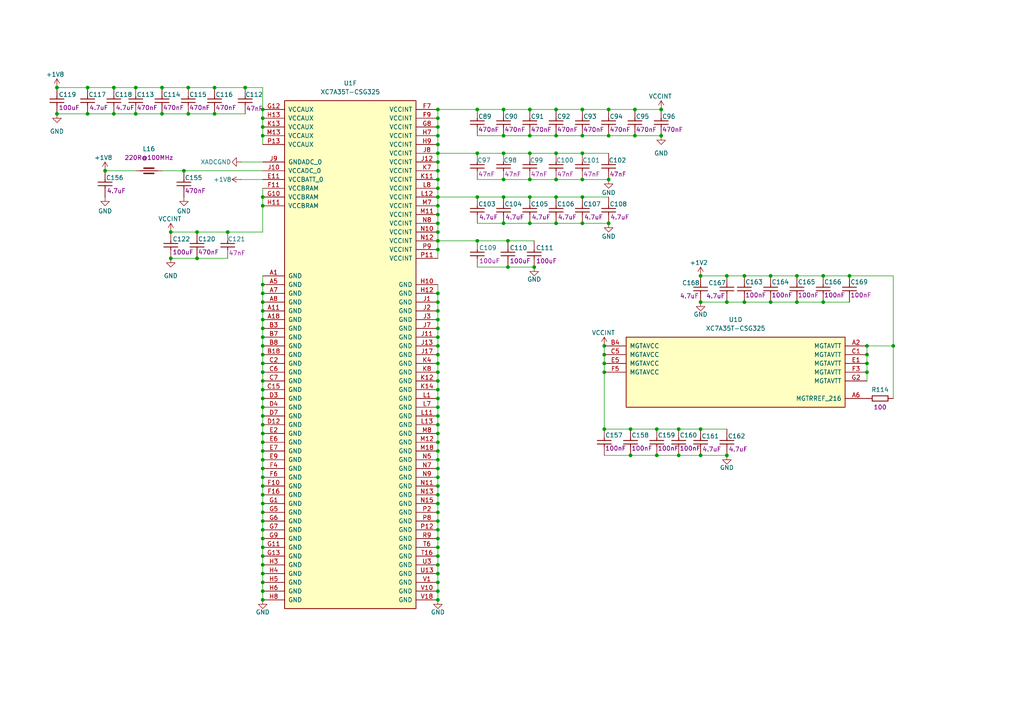
<source format=kicad_sch>
(kicad_sch (version 20250114) (generator "eeschema") (generator_version "9.0")
  (paper "A4")
  (junction (at 203.2 124.46))
  (junction (at 127 173.99))
  (junction (at 127 113.03))
  (junction (at 62.23 33.02))
  (junction (at 259.08 100.33))
  (junction (at 76.2 173.99))
  (junction (at 190.5 124.46))
  (junction (at 161.29 31.75))
  (junction (at 238.76 80.01))
  (junction (at 127 143.51))
  (junction (at 76.2 59.69))
  (junction (at 127 166.37))
  (junction (at 138.43 44.45))
  (junction (at 76.2 107.95))
  (junction (at 168.91 64.77))
  (junction (at 49.53 67.31))
  (junction (at 190.5 132.08))
  (junction (at 191.77 31.75))
  (junction (at 25.4 25.4))
  (junction (at 168.91 52.07))
  (junction (at 127 102.87))
  (junction (at 146.05 57.15))
  (junction (at 251.46 100.33))
  (junction (at 71.12 25.4))
  (junction (at 127 90.17))
  (junction (at 175.26 102.87))
  (junction (at 127 158.75))
  (junction (at 203.2 132.08))
  (junction (at 127 153.67))
  (junction (at 127 171.45))
  (junction (at 46.99 25.4))
  (junction (at 203.2 80.01))
  (junction (at 127 105.41))
  (junction (at 138.43 31.75))
  (junction (at 127 36.83))
  (junction (at 161.29 52.07))
  (junction (at 153.67 64.77))
  (junction (at 231.14 80.01))
  (junction (at 76.2 97.79))
  (junction (at 76.2 115.57))
  (junction (at 251.46 107.95))
  (junction (at 146.05 31.75))
  (junction (at 39.37 33.02))
  (junction (at 39.37 25.4))
  (junction (at 146.05 44.45))
  (junction (at 161.29 64.77))
  (junction (at 127 140.97))
  (junction (at 76.2 133.35))
  (junction (at 57.15 67.31))
  (junction (at 127 156.21))
  (junction (at 168.91 44.45))
  (junction (at 127 151.13))
  (junction (at 76.2 166.37))
  (junction (at 127 72.39))
  (junction (at 33.02 33.02))
  (junction (at 76.2 95.25))
  (junction (at 127 97.79))
  (junction (at 182.88 124.46))
  (junction (at 16.51 25.4))
  (junction (at 76.2 110.49))
  (junction (at 251.46 102.87))
  (junction (at 196.85 132.08))
  (junction (at 76.2 158.75))
  (junction (at 127 85.09))
  (junction (at 76.2 39.37))
  (junction (at 62.23 25.4))
  (junction (at 127 138.43))
  (junction (at 53.34 49.53))
  (junction (at 76.2 31.75))
  (junction (at 161.29 57.15))
  (junction (at 127 120.65))
  (junction (at 76.2 82.55))
  (junction (at 76.2 161.29))
  (junction (at 184.15 31.75))
  (junction (at 146.05 64.77))
  (junction (at 76.2 102.87))
  (junction (at 146.05 39.37))
  (junction (at 16.51 33.02))
  (junction (at 161.29 44.45))
  (junction (at 238.76 87.63))
  (junction (at 76.2 34.29))
  (junction (at 127 46.99))
  (junction (at 76.2 171.45))
  (junction (at 127 128.27))
  (junction (at 76.2 148.59))
  (junction (at 76.2 153.67))
  (junction (at 246.38 80.01))
  (junction (at 215.9 80.01))
  (junction (at 127 107.95))
  (junction (at 127 125.73))
  (junction (at 127 67.31))
  (junction (at 76.2 123.19))
  (junction (at 127 34.29))
  (junction (at 127 133.35))
  (junction (at 146.05 52.07))
  (junction (at 176.53 39.37))
  (junction (at 33.02 25.4))
  (junction (at 127 115.57))
  (junction (at 76.2 151.13))
  (junction (at 76.2 105.41))
  (junction (at 127 64.77))
  (junction (at 196.85 124.46))
  (junction (at 176.53 31.75))
  (junction (at 76.2 57.15))
  (junction (at 127 135.89))
  (junction (at 153.67 57.15))
  (junction (at 147.32 77.47))
  (junction (at 127 31.75))
  (junction (at 223.52 80.01))
  (junction (at 168.91 57.15))
  (junction (at 76.2 140.97))
  (junction (at 175.26 124.46))
  (junction (at 203.2 87.63))
  (junction (at 127 123.19))
  (junction (at 54.61 25.4))
  (junction (at 25.4 33.02))
  (junction (at 76.2 138.43))
  (junction (at 127 49.53))
  (junction (at 168.91 31.75))
  (junction (at 127 100.33))
  (junction (at 223.52 87.63))
  (junction (at 147.32 69.85))
  (junction (at 127 130.81))
  (junction (at 76.2 125.73))
  (junction (at 127 59.69))
  (junction (at 153.67 52.07))
  (junction (at 76.2 90.17))
  (junction (at 127 163.83))
  (junction (at 176.53 52.07))
  (junction (at 176.53 64.77))
  (junction (at 127 92.71))
  (junction (at 66.04 67.31))
  (junction (at 76.2 113.03))
  (junction (at 210.82 132.08))
  (junction (at 76.2 36.83))
  (junction (at 127 41.91))
  (junction (at 76.2 156.21))
  (junction (at 175.26 105.41))
  (junction (at 57.15 74.93))
  (junction (at 175.26 107.95))
  (junction (at 76.2 100.33))
  (junction (at 127 168.91))
  (junction (at 127 62.23))
  (junction (at 210.82 80.01))
  (junction (at 138.43 69.85))
  (junction (at 153.67 39.37))
  (junction (at 30.48 49.53))
  (junction (at 54.61 33.02))
  (junction (at 76.2 168.91))
  (junction (at 127 146.05))
  (junction (at 182.88 132.08))
  (junction (at 127 95.25))
  (junction (at 127 148.59))
  (junction (at 251.46 105.41))
  (junction (at 127 57.15))
  (junction (at 175.26 100.33))
  (junction (at 76.2 128.27))
  (junction (at 76.2 85.09))
  (junction (at 231.14 87.63))
  (junction (at 161.29 39.37))
  (junction (at 76.2 118.11))
  (junction (at 127 161.29))
  (junction (at 184.15 39.37))
  (junction (at 127 54.61))
  (junction (at 127 69.85))
  (junction (at 76.2 120.65))
  (junction (at 153.67 31.75))
  (junction (at 49.53 74.93))
  (junction (at 168.91 39.37))
  (junction (at 215.9 87.63))
  (junction (at 127 52.07))
  (junction (at 210.82 87.63))
  (junction (at 76.2 143.51))
  (junction (at 76.2 163.83))
  (junction (at 76.2 130.81))
  (junction (at 138.43 57.15))
  (junction (at 127 110.49))
  (junction (at 76.2 146.05))
  (junction (at 76.2 92.71))
  (junction (at 76.2 87.63))
  (junction (at 127 44.45))
  (junction (at 127 118.11))
  (junction (at 127 87.63))
  (junction (at 154.94 77.47))
  (junction (at 46.99 33.02))
  (junction (at 76.2 135.89))
  (junction (at 153.67 44.45))
  (junction (at 191.77 39.37))
  (junction (at 127 39.37))
  (wire (pts (xy 76.2 133.35) (xy 76.2 135.89)))
  (wire (pts (xy 210.82 80.01) (xy 215.9 80.01)))
  (wire (pts (xy 49.53 74.93) (xy 57.15 74.93)))
  (wire (pts (xy 161.29 39.37) (xy 168.91 39.37)))
  (wire (pts (xy 138.43 57.15) (xy 146.05 57.15)))
  (wire (pts (xy 76.2 31.75) (xy 76.2 34.29)))
  (wire (pts (xy 184.15 31.75) (xy 191.77 31.75)))
  (wire (pts (xy 251.46 107.95) (xy 251.46 110.49)))
  (wire (pts (xy 127 54.61) (xy 127 57.15)))
  (wire (pts (xy 138.43 31.75) (xy 146.05 31.75)))
  (wire (pts (xy 76.2 54.61) (xy 76.2 57.15)))
  (wire (pts (xy 76.2 161.29) (xy 76.2 163.83)))
  (wire (pts (xy 168.91 44.45) (xy 176.53 44.45)))
  (wire (pts (xy 146.05 44.45) (xy 153.67 44.45)))
  (wire (pts (xy 127 118.11) (xy 127 120.65)))
  (wire (pts (xy 33.02 33.02) (xy 39.37 33.02)))
  (wire (pts (xy 76.2 166.37) (xy 76.2 168.91)))
  (wire (pts (xy 76.2 67.31) (xy 76.2 59.69)))
  (wire (pts (xy 168.91 64.77) (xy 176.53 64.77)))
  (wire (pts (xy 153.67 44.45) (xy 161.29 44.45)))
  (wire (pts (xy 76.2 135.89) (xy 76.2 138.43)))
  (wire (pts (xy 161.29 57.15) (xy 168.91 57.15)))
  (wire (pts (xy 238.76 87.63) (xy 246.38 87.63)))
  (wire (pts (xy 127 41.91) (xy 127 44.45)))
  (wire (pts (xy 127 72.39) (xy 127 74.93)))
  (wire (pts (xy 76.2 156.21) (xy 76.2 158.75)))
  (wire (pts (xy 146.05 57.15) (xy 153.67 57.15)))
  (wire (pts (xy 127 59.69) (xy 127 62.23)))
  (wire (pts (xy 127 153.67) (xy 127 156.21)))
  (wire (pts (xy 76.2 148.59) (xy 76.2 151.13)))
  (wire (pts (xy 182.88 132.08) (xy 190.5 132.08)))
  (wire (pts (xy 30.48 49.53) (xy 39.37 49.53)))
  (wire (pts (xy 127 148.59) (xy 127 151.13)))
  (wire (pts (xy 127 130.81) (xy 127 133.35)))
  (wire (pts (xy 184.15 39.37) (xy 191.77 39.37)))
  (wire (pts (xy 190.5 132.08) (xy 196.85 132.08)))
  (wire (pts (xy 127 92.71) (xy 127 95.25)))
  (wire (pts (xy 127 34.29) (xy 127 36.83)))
  (wire (pts (xy 76.2 36.83) (xy 76.2 39.37)))
  (wire (pts (xy 153.67 64.77) (xy 161.29 64.77)))
  (wire (pts (xy 127 46.99) (xy 127 49.53)))
  (wire (pts (xy 76.2 110.49) (xy 76.2 113.03)))
  (wire (pts (xy 76.2 125.73) (xy 76.2 128.27)))
  (wire (pts (xy 62.23 25.4) (xy 71.12 25.4)))
  (wire (pts (xy 147.32 69.85) (xy 154.94 69.85)))
  (wire (pts (xy 16.51 25.4) (xy 25.4 25.4)))
  (wire (pts (xy 54.61 25.4) (xy 62.23 25.4)))
  (wire (pts (xy 223.52 80.01) (xy 231.14 80.01)))
  (wire (pts (xy 196.85 124.46) (xy 203.2 124.46)))
  (wire (pts (xy 127 67.31) (xy 127 69.85)))
  (wire (pts (xy 76.2 171.45) (xy 76.2 173.99)))
  (wire (pts (xy 175.26 102.87) (xy 175.26 105.41)))
  (wire (pts (xy 76.2 151.13) (xy 76.2 153.67)))
  (wire (pts (xy 76.2 87.63) (xy 76.2 90.17)))
  (wire (pts (xy 127 133.35) (xy 127 135.89)))
  (wire (pts (xy 127 171.45) (xy 127 173.99)))
  (wire (pts (xy 138.43 77.47) (xy 147.32 77.47)))
  (wire (pts (xy 127 64.77) (xy 127 67.31)))
  (wire (pts (xy 175.26 105.41) (xy 175.26 107.95)))
  (wire (pts (xy 175.26 124.46) (xy 182.88 124.46)))
  (wire (pts (xy 175.26 132.08) (xy 182.88 132.08)))
  (wire (pts (xy 76.2 34.29) (xy 76.2 36.83)))
  (wire (pts (xy 49.53 67.31) (xy 57.15 67.31)))
  (wire (pts (xy 39.37 33.02) (xy 46.99 33.02)))
  (wire (pts (xy 231.14 87.63) (xy 238.76 87.63)))
  (wire (pts (xy 215.9 80.01) (xy 223.52 80.01)))
  (wire (pts (xy 127 123.19) (xy 127 125.73)))
  (wire (pts (xy 210.82 87.63) (xy 215.9 87.63)))
  (wire (pts (xy 16.51 33.02) (xy 25.4 33.02)))
  (wire (pts (xy 138.43 52.07) (xy 146.05 52.07)))
  (wire (pts (xy 127 57.15) (xy 138.43 57.15)))
  (wire (pts (xy 138.43 44.45) (xy 146.05 44.45)))
  (wire (pts (xy 76.2 85.09) (xy 76.2 87.63)))
  (wire (pts (xy 76.2 95.25) (xy 76.2 97.79)))
  (wire (pts (xy 259.08 80.01) (xy 259.08 100.33)))
  (wire (pts (xy 127 62.23) (xy 127 64.77)))
  (wire (pts (xy 146.05 64.77) (xy 153.67 64.77)))
  (wire (pts (xy 127 158.75) (xy 127 161.29)))
  (wire (pts (xy 127 120.65) (xy 127 123.19)))
  (wire (pts (xy 251.46 102.87) (xy 251.46 105.41)))
  (wire (pts (xy 223.52 87.63) (xy 231.14 87.63)))
  (wire (pts (xy 127 82.55) (xy 127 85.09)))
  (wire (pts (xy 161.29 44.45) (xy 168.91 44.45)))
  (wire (pts (xy 127 113.03) (xy 127 115.57)))
  (wire (pts (xy 127 100.33) (xy 127 102.87)))
  (wire (pts (xy 127 57.15) (xy 127 59.69)))
  (wire (pts (xy 76.2 158.75) (xy 76.2 161.29)))
  (wire (pts (xy 210.82 124.46) (xy 203.2 124.46)))
  (wire (pts (xy 46.99 49.53) (xy 53.34 49.53)))
  (wire (pts (xy 127 69.85) (xy 127 72.39)))
  (wire (pts (xy 176.53 31.75) (xy 184.15 31.75)))
  (wire (pts (xy 69.85 46.99) (xy 76.2 46.99)))
  (wire (pts (xy 71.12 25.4) (xy 76.2 25.4)))
  (wire (pts (xy 238.76 80.01) (xy 246.38 80.01)))
  (wire (pts (xy 231.14 80.01) (xy 238.76 80.01)))
  (wire (pts (xy 251.46 105.41) (xy 251.46 107.95)))
  (wire (pts (xy 127 161.29) (xy 127 163.83)))
  (wire (pts (xy 168.91 57.15) (xy 176.53 57.15)))
  (wire (pts (xy 259.08 100.33) (xy 251.46 100.33)))
  (wire (pts (xy 127 44.45) (xy 127 46.99)))
  (wire (pts (xy 39.37 25.4) (xy 46.99 25.4)))
  (wire (pts (xy 127 151.13) (xy 127 153.67)))
  (wire (pts (xy 76.2 90.17) (xy 76.2 92.71)))
  (wire (pts (xy 138.43 69.85) (xy 147.32 69.85)))
  (wire (pts (xy 76.2 163.83) (xy 76.2 166.37)))
  (wire (pts (xy 153.67 31.75) (xy 161.29 31.75)))
  (wire (pts (xy 127 69.85) (xy 138.43 69.85)))
  (wire (pts (xy 53.34 49.53) (xy 76.2 49.53)))
  (wire (pts (xy 127 125.73) (xy 127 128.27)))
  (wire (pts (xy 127 135.89) (xy 127 138.43)))
  (wire (pts (xy 57.15 74.93) (xy 66.04 74.93)))
  (wire (pts (xy 76.2 138.43) (xy 76.2 140.97)))
  (wire (pts (xy 146.05 31.75) (xy 153.67 31.75)))
  (wire (pts (xy 168.91 31.75) (xy 176.53 31.75)))
  (wire (pts (xy 196.85 132.08) (xy 203.2 132.08)))
  (wire (pts (xy 25.4 25.4) (xy 33.02 25.4)))
  (wire (pts (xy 33.02 25.4) (xy 39.37 25.4)))
  (wire (pts (xy 161.29 52.07) (xy 168.91 52.07)))
  (wire (pts (xy 127 52.07) (xy 127 54.61)))
  (wire (pts (xy 57.15 67.31) (xy 66.04 67.31)))
  (wire (pts (xy 138.43 64.77) (xy 146.05 64.77)))
  (wire (pts (xy 76.2 140.97) (xy 76.2 143.51)))
  (wire (pts (xy 176.53 39.37) (xy 184.15 39.37)))
  (wire (pts (xy 76.2 105.41) (xy 76.2 107.95)))
  (wire (pts (xy 127 168.91) (xy 127 171.45)))
  (wire (pts (xy 76.2 146.05) (xy 76.2 148.59)))
  (wire (pts (xy 175.26 100.33) (xy 175.26 102.87)))
  (wire (pts (xy 76.2 39.37) (xy 76.2 41.91)))
  (wire (pts (xy 127 110.49) (xy 127 113.03)))
  (wire (pts (xy 127 39.37) (xy 127 41.91)))
  (wire (pts (xy 127 107.95) (xy 127 110.49)))
  (wire (pts (xy 46.99 25.4) (xy 54.61 25.4)))
  (wire (pts (xy 76.2 57.15) (xy 76.2 59.69)))
  (wire (pts (xy 138.43 39.37) (xy 146.05 39.37)))
  (wire (pts (xy 203.2 132.08) (xy 210.82 132.08)))
  (wire (pts (xy 127 31.75) (xy 127 34.29)))
  (wire (pts (xy 76.2 102.87) (xy 76.2 105.41)))
  (wire (pts (xy 153.67 39.37) (xy 161.29 39.37)))
  (wire (pts (xy 127 44.45) (xy 138.43 44.45)))
  (wire (pts (xy 76.2 115.57) (xy 76.2 118.11)))
  (wire (pts (xy 161.29 64.77) (xy 168.91 64.77)))
  (wire (pts (xy 127 166.37) (xy 127 168.91)))
  (wire (pts (xy 76.2 120.65) (xy 76.2 123.19)))
  (wire (pts (xy 161.29 31.75) (xy 168.91 31.75)))
  (wire (pts (xy 175.26 124.46) (xy 175.26 107.95)))
  (wire (pts (xy 153.67 52.07) (xy 161.29 52.07)))
  (wire (pts (xy 46.99 33.02) (xy 54.61 33.02)))
  (wire (pts (xy 127 36.83) (xy 127 39.37)))
  (wire (pts (xy 76.2 123.19) (xy 76.2 125.73)))
  (wire (pts (xy 127 90.17) (xy 127 92.71)))
  (wire (pts (xy 127 140.97) (xy 127 143.51)))
  (wire (pts (xy 76.2 118.11) (xy 76.2 120.65)))
  (wire (pts (xy 69.85 52.07) (xy 76.2 52.07)))
  (wire (pts (xy 127 138.43) (xy 127 140.97)))
  (wire (pts (xy 62.23 33.02) (xy 71.12 33.02)))
  (wire (pts (xy 146.05 39.37) (xy 153.67 39.37)))
  (wire (pts (xy 190.5 124.46) (xy 196.85 124.46)))
  (wire (pts (xy 76.2 100.33) (xy 76.2 102.87)))
  (wire (pts (xy 168.91 52.07) (xy 176.53 52.07)))
  (wire (pts (xy 76.2 153.67) (xy 76.2 156.21)))
  (wire (pts (xy 76.2 130.81) (xy 76.2 133.35)))
  (wire (pts (xy 127 128.27) (xy 127 130.81)))
  (wire (pts (xy 76.2 80.01) (xy 76.2 82.55)))
  (wire (pts (xy 127 163.83) (xy 127 166.37)))
  (wire (pts (xy 76.2 97.79) (xy 76.2 100.33)))
  (wire (pts (xy 127 105.41) (xy 127 107.95)))
  (wire (pts (xy 127 146.05) (xy 127 148.59)))
  (wire (pts (xy 76.2 107.95) (xy 76.2 110.49)))
  (wire (pts (xy 127 102.87) (xy 127 105.41)))
  (wire (pts (xy 54.61 33.02) (xy 62.23 33.02)))
  (wire (pts (xy 251.46 100.33) (xy 251.46 102.87)))
  (wire (pts (xy 76.2 113.03) (xy 76.2 115.57)))
  (wire (pts (xy 153.67 57.15) (xy 161.29 57.15)))
  (wire (pts (xy 127 85.09) (xy 127 87.63)))
  (wire (pts (xy 76.2 82.55) (xy 76.2 85.09)))
  (wire (pts (xy 76.2 25.4) (xy 76.2 31.75)))
  (wire (pts (xy 76.2 128.27) (xy 76.2 130.81)))
  (wire (pts (xy 182.88 124.46) (xy 190.5 124.46)))
  (wire (pts (xy 147.32 77.47) (xy 154.94 77.47)))
  (wire (pts (xy 127 95.25) (xy 127 97.79)))
  (wire (pts (xy 127 143.51) (xy 127 146.05)))
  (wire (pts (xy 203.2 87.63) (xy 210.82 87.63)))
  (wire (pts (xy 215.9 87.63) (xy 223.52 87.63)))
  (wire (pts (xy 146.05 52.07) (xy 153.67 52.07)))
  (wire (pts (xy 127 156.21) (xy 127 158.75)))
  (wire (pts (xy 127 31.75) (xy 138.43 31.75)))
  (wire (pts (xy 76.2 143.51) (xy 76.2 146.05)))
  (wire (pts (xy 127 49.53) (xy 127 52.07)))
  (wire (pts (xy 66.04 67.31) (xy 76.2 67.31)))
  (wire (pts (xy 127 97.79) (xy 127 100.33)))
  (wire (pts (xy 259.08 100.33) (xy 259.08 115.57)))
  (wire (pts (xy 25.4 33.02) (xy 33.02 33.02)))
  (wire (pts (xy 168.91 39.37) (xy 176.53 39.37)))
  (wire (pts (xy 76.2 168.91) (xy 76.2 171.45)))
  (wire (pts (xy 127 115.57) (xy 127 118.11)))
  (wire (pts (xy 127 87.63) (xy 127 90.17)))
  (wire (pts (xy 203.2 80.01) (xy 210.82 80.01)))
  (wire (pts (xy 76.2 92.71) (xy 76.2 95.25)))
  (wire (pts (xy 246.38 80.01) (xy 259.08 80.01)))
  (symbol (lib_id "power:+1V0") (at 175.26 100.33 0) (unit 1)
    (property "Reference" "#PWR0261" (effects (hide yes)))
    (property "Value" "VCCINT" (at 175.006 96.52 0))
    (property "Description" "Power symbol creates a global label with name \"+1V0\"" (effects (hide yes)))
  )
  (symbol (lib_id "Capacitors SMD:CC0402_4.7UF_16V_20%_X5R") (at 146.05 64.77 90) (unit 1)
    (property "Reference" "C104" (at 146.304 59.182 90) (effects (justify right)))
    (property "Value" "CC0402_4.7UF_16V_20%_X5R" (effects (hide yes)))
    (property "Footprint" "Capacitors SMD:CAPC1005X55N" (effects (hide yes)))
    (property "Datasheet" "\\\\cern.ch\\dfs\\Applications\\Altium\\Datasheets\\CC0402_X5R_YAGEO_4VTO50V.pdf" (effects (hide yes)))
    (property "Description" "SMD Multilayer Chip Ceramic Capacitor" (effects (hide yes)))
    (property "Val" "4.7uF" (at 146.558 62.992 90) (effects (justify right)))
    (property "Part Number" "CC0402_4.7UF_16V_20%_X5R" (effects (hide yes)))
    (property "Library Ref" "Capacitor - non polarized" (effects (hide yes)))
    (property "Library Path" "SchLib\\Capacitors.SchLib" (effects (hide yes)))
    (property "Comment" "4.7uF" (effects (hide yes)))
    (property "Component Kind" "Standard" (effects (hide yes)))
    (property "Component Type" "Standard" (effects (hide yes)))
    (property "Pin Count" "2" (effects (hide yes)))
    (property "Footprint Path" "PcbLib\\Capacitors SMD.PcbLib" (effects (hide yes)))
    (property "Footprint Ref" "CAPC1005X55N" (effects (hide yes)))
    (property "PackageDescription" " " (effects (hide yes)))
    (property "Status" "Preferred" (effects (hide yes)))
    (property "Status Comment" " " (effects (hide yes)))
    (property "Voltage" "16V" (effects (hide yes)))
    (property "TC" "X5R" (effects (hide yes)))
    (property "Tolerance" "±20%" (effects (hide yes)))
    (property "Part Description" "SMD Multilayer Chip Ceramic Capacitor" (effects (hide yes)))
    (property "Manufacturer" "GENERIC" (effects (hide yes)))
    (property "Manufacturer Part Number" "CC0402_4.7UF_16V_20%_X5R" (effects (hide yes)))
    (property "Case" "0402" (effects (hide yes)))
    (property "Mounted" "Yes" (effects (hide yes)))
    (property "Socket" "No" (effects (hide yes)))
    (property "SMD" "Yes" (effects (hide yes)))
    (property "PressFit" " " (effects (hide yes)))
    (property "Sense" "No" (effects (hide yes)))
    (property "Sense Comment" " " (effects (hide yes)))
    (property "ComponentHeight" " " (effects (hide yes)))
    (property "Manufacturer1 Example" "YAGEO PHYCOMP" (effects (hide yes)))
    (property "Manufacturer1 Part Number" "CC0402MRX5R7BB475" (effects (hide yes)))
    (property "Manufacturer1 ComponentHeight" "0.55mm" (effects (hide yes)))
    (property "HelpURL" "\\\\cern.ch\\dfs\\Applications\\Altium\\Datasheets\\CC0402_X5R_YAGEO_4VTO50V.pdf" (effects (hide yes)))
    (property "Author" "CERN DEM BC" (effects (hide yes)))
    (property "CreateDate" "09/07/20 00:00:00" (effects (hide yes)))
    (property "LatestRevisionDate" "09/07/20 00:00:00" (effects (hide yes)))
    (property "Database Table Name" "Capacitors" (effects (hide yes)))
    (property "Library Name" "Capacitors SMD" (effects (hide yes)))
    (property "Footprint Library" "Capacitors SMD" (effects (hide yes)))
    (property "License" "CC-BY-SA 4.0" (effects (hide yes)))
  )
  (symbol (lib_id "Capacitors SMD:CC0402_4.7UF_16V_20%_X5R") (at 138.43 64.77 90) (unit 1)
    (property "Reference" "C103" (at 138.684 59.182 90) (effects (justify right)))
    (property "Value" "CC0402_4.7UF_16V_20%_X5R" (effects (hide yes)))
    (property "Footprint" "Capacitors SMD:CAPC1005X55N" (effects (hide yes)))
    (property "Datasheet" "\\\\cern.ch\\dfs\\Applications\\Altium\\Datasheets\\CC0402_X5R_YAGEO_4VTO50V.pdf" (effects (hide yes)))
    (property "Description" "SMD Multilayer Chip Ceramic Capacitor" (effects (hide yes)))
    (property "Val" "4.7uF" (at 138.938 62.992 90) (effects (justify right)))
    (property "Part Number" "CC0402_4.7UF_16V_20%_X5R" (effects (hide yes)))
    (property "Library Ref" "Capacitor - non polarized" (effects (hide yes)))
    (property "Library Path" "SchLib\\Capacitors.SchLib" (effects (hide yes)))
    (property "Comment" "4.7uF" (effects (hide yes)))
    (property "Component Kind" "Standard" (effects (hide yes)))
    (property "Component Type" "Standard" (effects (hide yes)))
    (property "Pin Count" "2" (effects (hide yes)))
    (property "Footprint Path" "PcbLib\\Capacitors SMD.PcbLib" (effects (hide yes)))
    (property "Footprint Ref" "CAPC1005X55N" (effects (hide yes)))
    (property "PackageDescription" " " (effects (hide yes)))
    (property "Status" "Preferred" (effects (hide yes)))
    (property "Status Comment" " " (effects (hide yes)))
    (property "Voltage" "16V" (effects (hide yes)))
    (property "TC" "X5R" (effects (hide yes)))
    (property "Tolerance" "±20%" (effects (hide yes)))
    (property "Part Description" "SMD Multilayer Chip Ceramic Capacitor" (effects (hide yes)))
    (property "Manufacturer" "GENERIC" (effects (hide yes)))
    (property "Manufacturer Part Number" "CC0402_4.7UF_16V_20%_X5R" (effects (hide yes)))
    (property "Case" "0402" (effects (hide yes)))
    (property "Mounted" "Yes" (effects (hide yes)))
    (property "Socket" "No" (effects (hide yes)))
    (property "SMD" "Yes" (effects (hide yes)))
    (property "PressFit" " " (effects (hide yes)))
    (property "Sense" "No" (effects (hide yes)))
    (property "Sense Comment" " " (effects (hide yes)))
    (property "ComponentHeight" " " (effects (hide yes)))
    (property "Manufacturer1 Example" "YAGEO PHYCOMP" (effects (hide yes)))
    (property "Manufacturer1 Part Number" "CC0402MRX5R7BB475" (effects (hide yes)))
    (property "Manufacturer1 ComponentHeight" "0.55mm" (effects (hide yes)))
    (property "HelpURL" "\\\\cern.ch\\dfs\\Applications\\Altium\\Datasheets\\CC0402_X5R_YAGEO_4VTO50V.pdf" (effects (hide yes)))
    (property "Author" "CERN DEM BC" (effects (hide yes)))
    (property "CreateDate" "09/07/20 00:00:00" (effects (hide yes)))
    (property "LatestRevisionDate" "09/07/20 00:00:00" (effects (hide yes)))
    (property "Database Table Name" "Capacitors" (effects (hide yes)))
    (property "Library Name" "Capacitors SMD" (effects (hide yes)))
    (property "Footprint Library" "Capacitors SMD" (effects (hide yes)))
    (property "License" "CC-BY-SA 4.0" (effects (hide yes)))
  )
  (symbol (lib_id "Capacitors SMD:CC0805_100UF_6.3V_20%_X5R") (at 154.94 77.47 90) (unit 1)
    (property "Reference" "C111" (at 155.448 71.882 90) (effects (justify right)))
    (property "Value" "CC0805_100UF_6.3V_20%_X5R" (effects (hide yes)))
    (property "Footprint" "Capacitors SMD:CAPC2012X145N" (effects (hide yes)))
    (property "Datasheet" "\\\\cern.ch\\dfs\\Applications\\Altium\\Datasheets\\CC0805_MURATA_GRM21BR60J107ME15L.pdf" (effects (hide yes)))
    (property "Description" "SMD Multilayer Chip Ceramic Capacitor" (effects (hide yes)))
    (property "Val" "100uF" (at 155.448 75.692 90) (effects (justify right)))
    (property "Part Number" "CC0805_100UF_6.3V_20%_X5R" (effects (hide yes)))
    (property "Library Ref" "Capacitor - non polarized" (effects (hide yes)))
    (property "Library Path" "SchLib\\Capacitors.SchLib" (effects (hide yes)))
    (property "Comment" "100uF" (effects (hide yes)))
    (property "Component Kind" "Standard" (effects (hide yes)))
    (property "Component Type" "Standard" (effects (hide yes)))
    (property "Pin Count" "2" (effects (hide yes)))
    (property "Footprint Path" "PcbLib\\Capacitors SMD.PcbLib" (effects (hide yes)))
    (property "Footprint Ref" "CAPC2012X145N" (effects (hide yes)))
    (property "PackageDescription" " " (effects (hide yes)))
    (property "Status" "Preferred" (effects (hide yes)))
    (property "Status Comment" " " (effects (hide yes)))
    (property "Voltage" "6.3V" (effects (hide yes)))
    (property "TC" "X5R" (effects (hide yes)))
    (property "Tolerance" "±20%" (effects (hide yes)))
    (property "Part Description" "SMD Multilayer Chip Ceramic Capacitor" (effects (hide yes)))
    (property "Manufacturer" "GENERIC" (effects (hide yes)))
    (property "Manufacturer Part Number" "CC0805_100UF_6.3V_20%_X5R" (effects (hide yes)))
    (property "Case" "0805" (effects (hide yes)))
    (property "Mounted" "Yes" (effects (hide yes)))
    (property "Socket" "No" (effects (hide yes)))
    (property "SMD" "Yes" (effects (hide yes)))
    (property "PressFit" " " (effects (hide yes)))
    (property "Sense" "No" (effects (hide yes)))
    (property "Sense Comment" " " (effects (hide yes)))
    (property "ComponentHeight" " " (effects (hide yes)))
    (property "Manufacturer1 Example" "MURATA" (effects (hide yes)))
    (property "Manufacturer1 Part Number" "GRM21BR60J107ME15" (effects (hide yes)))
    (property "Manufacturer1 ComponentHeight" "1.45mm" (effects (hide yes)))
    (property "HelpURL" "\\\\cern.ch\\dfs\\Applications\\Altium\\Datasheets\\CC0805_MURATA_GRM21BR60J107ME15L.pdf" (effects (hide yes)))
    (property "Author" "CERN DEM BC" (effects (hide yes)))
    (property "CreateDate" "01/10/20 00:00:00" (effects (hide yes)))
    (property "LatestRevisionDate" "01/10/20 00:00:00" (effects (hide yes)))
    (property "Database Table Name" "Capacitors" (effects (hide yes)))
    (property "Library Name" "Capacitors SMD" (effects (hide yes)))
    (property "Footprint Library" "Capacitors SMD" (effects (hide yes)))
    (property "License" "CC-BY-SA 4.0" (effects (hide yes)))
  )
  (symbol (lib_id "power:GND") (at 191.77 39.37 0) (unit 1)
    (property "Reference" "#PWR0119" (effects (hide yes)))
    (property "Value" "GND" (at 191.77 44.45 0))
    (property "Description" "Power symbol creates a global label with name \"GND\" , ground" (effects (hide yes)))
  )
  (symbol (lib_id "FPGA_Xilinx_Artix7:XC7A35T-CSG325") (at 213.36 107.95 0) (unit 4)
    (property "Reference" "U1" (at 213.36 92.71 0))
    (property "Value" "XC7A35T-CSG325" (at 213.36 95.25 0))
    (property "Footprint" "Package_BGA:Xilinx_CSG325" (effects (hide yes)))
    (property "Description" "Artix 7 T 35 XC7A35T-CSG325" (effects (hide yes)))
  )
  (symbol (lib_id "Capacitors SMD:CC0201_470NF_4V_20%_X5R") (at 191.77 39.37 90) (unit 1)
    (property "Reference" "C96" (at 192.024 33.782 90) (effects (justify right)))
    (property "Value" "CC0201_470NF_4V_20%_X5R" (effects (hide yes)))
    (property "Footprint" "Capacitors SMD:CAPC0603X33N" (effects (hide yes)))
    (property "Datasheet" "\\\\cern.ch\\dfs\\Applications\\Altium\\Datasheets\\CC0201_X5R_TAIYO-YUDEN_STANDARD-CLASS2.pdf" (effects (hide yes)))
    (property "Description" "SMD Multilayer Chip Ceramic Capacitor" (effects (hide yes)))
    (property "Val" "470nF" (at 192.024 37.592 90) (effects (justify right)))
    (property "Part Number" "CC0201_470NF_4V_20%_X5R" (effects (hide yes)))
    (property "Library Ref" "Capacitor - non polarized" (effects (hide yes)))
    (property "Library Path" "SchLib\\Capacitors.SchLib" (effects (hide yes)))
    (property "Comment" "470nF" (effects (hide yes)))
    (property "Component Kind" "Standard" (effects (hide yes)))
    (property "Component Type" "Standard" (effects (hide yes)))
    (property "Pin Count" "2" (effects (hide yes)))
    (property "Footprint Path" "PcbLib\\Capacitors SMD.PcbLib" (effects (hide yes)))
    (property "Footprint Ref" "CAPC0603X33N" (effects (hide yes)))
    (property "PackageDescription" " " (effects (hide yes)))
    (property "Status" "Not Recommended" (effects (hide yes)))
    (property "Status Comment" " " (effects (hide yes)))
    (property "Voltage" "4V" (effects (hide yes)))
    (property "TC" "X5R" (effects (hide yes)))
    (property "Tolerance" "±20%" (effects (hide yes)))
    (property "Part Description" "SMD Multilayer Chip Ceramic Capacitor" (effects (hide yes)))
    (property "Manufacturer" "GENERIC" (effects (hide yes)))
    (property "Manufacturer Part Number" "CC0201_470NF_4V_20%_X5R" (effects (hide yes)))
    (property "Case" "0201" (effects (hide yes)))
    (property "Mounted" "Yes" (effects (hide yes)))
    (property "Socket" "No" (effects (hide yes)))
    (property "SMD" "Yes" (effects (hide yes)))
    (property "PressFit" " " (effects (hide yes)))
    (property "Sense" "No" (effects (hide yes)))
    (property "Sense Comment" " " (effects (hide yes)))
    (property "ComponentHeight" " " (effects (hide yes)))
    (property "Manufacturer1 Example" "TAIYO YUDEN" (effects (hide yes)))
    (property "Manufacturer1 Part Number" "AMK063BJ474MP-F" (effects (hide yes)))
    (property "Manufacturer1 ComponentHeight" "0.33mm" (effects (hide yes)))
    (property "HelpURL" "\\\\cern.ch\\dfs\\Applications\\Altium\\Datasheets\\CC0201_X5R_TAIYO-YUDEN_STANDARD-CLASS2.pdf" (effects (hide yes)))
    (property "Author" "CERN DEM JLC" (effects (hide yes)))
    (property "CreateDate" "05/27/10 00:00:00" (effects (hide yes)))
    (property "LatestRevisionDate" "05/27/10 00:00:00" (effects (hide yes)))
    (property "Database Table Name" "Capacitors" (effects (hide yes)))
    (property "Library Name" "Capacitors SMD" (effects (hide yes)))
    (property "Footprint Library" "Capacitors SMD" (effects (hide yes)))
    (property "License" "CC-BY-SA 4.0" (effects (hide yes)))
  )
  (symbol (lib_id "Capacitors SMD:CC0201_470NF_4V_20%_X5R") (at 146.05 39.37 90) (unit 1)
    (property "Reference" "C90" (at 146.304 33.782 90) (effects (justify right)))
    (property "Value" "CC0201_470NF_4V_20%_X5R" (effects (hide yes)))
    (property "Footprint" "Capacitors SMD:CAPC0603X33N" (effects (hide yes)))
    (property "Datasheet" "\\\\cern.ch\\dfs\\Applications\\Altium\\Datasheets\\CC0201_X5R_TAIYO-YUDEN_STANDARD-CLASS2.pdf" (effects (hide yes)))
    (property "Description" "SMD Multilayer Chip Ceramic Capacitor" (effects (hide yes)))
    (property "Val" "470nF" (at 146.304 37.592 90) (effects (justify right)))
    (property "Part Number" "CC0201_470NF_4V_20%_X5R" (effects (hide yes)))
    (property "Library Ref" "Capacitor - non polarized" (effects (hide yes)))
    (property "Library Path" "SchLib\\Capacitors.SchLib" (effects (hide yes)))
    (property "Comment" "470nF" (effects (hide yes)))
    (property "Component Kind" "Standard" (effects (hide yes)))
    (property "Component Type" "Standard" (effects (hide yes)))
    (property "Pin Count" "2" (effects (hide yes)))
    (property "Footprint Path" "PcbLib\\Capacitors SMD.PcbLib" (effects (hide yes)))
    (property "Footprint Ref" "CAPC0603X33N" (effects (hide yes)))
    (property "PackageDescription" " " (effects (hide yes)))
    (property "Status" "Not Recommended" (effects (hide yes)))
    (property "Status Comment" " " (effects (hide yes)))
    (property "Voltage" "4V" (effects (hide yes)))
    (property "TC" "X5R" (effects (hide yes)))
    (property "Tolerance" "±20%" (effects (hide yes)))
    (property "Part Description" "SMD Multilayer Chip Ceramic Capacitor" (effects (hide yes)))
    (property "Manufacturer" "GENERIC" (effects (hide yes)))
    (property "Manufacturer Part Number" "CC0201_470NF_4V_20%_X5R" (effects (hide yes)))
    (property "Case" "0201" (effects (hide yes)))
    (property "Mounted" "Yes" (effects (hide yes)))
    (property "Socket" "No" (effects (hide yes)))
    (property "SMD" "Yes" (effects (hide yes)))
    (property "PressFit" " " (effects (hide yes)))
    (property "Sense" "No" (effects (hide yes)))
    (property "Sense Comment" " " (effects (hide yes)))
    (property "ComponentHeight" " " (effects (hide yes)))
    (property "Manufacturer1 Example" "TAIYO YUDEN" (effects (hide yes)))
    (property "Manufacturer1 Part Number" "AMK063BJ474MP-F" (effects (hide yes)))
    (property "Manufacturer1 ComponentHeight" "0.33mm" (effects (hide yes)))
    (property "HelpURL" "\\\\cern.ch\\dfs\\Applications\\Altium\\Datasheets\\CC0201_X5R_TAIYO-YUDEN_STANDARD-CLASS2.pdf" (effects (hide yes)))
    (property "Author" "CERN DEM JLC" (effects (hide yes)))
    (property "CreateDate" "05/27/10 00:00:00" (effects (hide yes)))
    (property "LatestRevisionDate" "05/27/10 00:00:00" (effects (hide yes)))
    (property "Database Table Name" "Capacitors" (effects (hide yes)))
    (property "Library Name" "Capacitors SMD" (effects (hide yes)))
    (property "Footprint Library" "Capacitors SMD" (effects (hide yes)))
    (property "License" "CC-BY-SA 4.0" (effects (hide yes)))
  )
  (symbol (lib_id "Capacitors SMD:CC0402_4.7UF_16V_20%_X5R") (at 210.82 132.08 90) (unit 1)
    (property "Reference" "C162" (at 211.074 126.492 90) (effects (justify right)))
    (property "Value" "CC0402_4.7UF_16V_20%_X5R" (effects (hide yes)))
    (property "Footprint" "Capacitors SMD:CAPC1005X55N" (effects (hide yes)))
    (property "Datasheet" "\\\\cern.ch\\dfs\\Applications\\Altium\\Datasheets\\CC0402_X5R_YAGEO_4VTO50V.pdf" (effects (hide yes)))
    (property "Description" "SMD Multilayer Chip Ceramic Capacitor" (effects (hide yes)))
    (property "Val" "4.7uF" (at 211.328 130.302 90) (effects (justify right)))
    (property "Part Number" "CC0402_4.7UF_16V_20%_X5R" (effects (hide yes)))
    (property "Library Ref" "Capacitor - non polarized" (effects (hide yes)))
    (property "Library Path" "SchLib\\Capacitors.SchLib" (effects (hide yes)))
    (property "Comment" "4.7uF" (effects (hide yes)))
    (property "Component Kind" "Standard" (effects (hide yes)))
    (property "Component Type" "Standard" (effects (hide yes)))
    (property "Pin Count" "2" (effects (hide yes)))
    (property "Footprint Path" "PcbLib\\Capacitors SMD.PcbLib" (effects (hide yes)))
    (property "Footprint Ref" "CAPC1005X55N" (effects (hide yes)))
    (property "PackageDescription" " " (effects (hide yes)))
    (property "Status" "Preferred" (effects (hide yes)))
    (property "Status Comment" " " (effects (hide yes)))
    (property "Voltage" "16V" (effects (hide yes)))
    (property "TC" "X5R" (effects (hide yes)))
    (property "Tolerance" "±20%" (effects (hide yes)))
    (property "Part Description" "SMD Multilayer Chip Ceramic Capacitor" (effects (hide yes)))
    (property "Manufacturer" "GENERIC" (effects (hide yes)))
    (property "Manufacturer Part Number" "CC0402_4.7UF_16V_20%_X5R" (effects (hide yes)))
    (property "Case" "0402" (effects (hide yes)))
    (property "Mounted" "Yes" (effects (hide yes)))
    (property "Socket" "No" (effects (hide yes)))
    (property "SMD" "Yes" (effects (hide yes)))
    (property "PressFit" " " (effects (hide yes)))
    (property "Sense" "No" (effects (hide yes)))
    (property "Sense Comment" " " (effects (hide yes)))
    (property "ComponentHeight" " " (effects (hide yes)))
    (property "Manufacturer1 Example" "YAGEO PHYCOMP" (effects (hide yes)))
    (property "Manufacturer1 Part Number" "CC0402MRX5R7BB475" (effects (hide yes)))
    (property "Manufacturer1 ComponentHeight" "0.55mm" (effects (hide yes)))
    (property "HelpURL" "\\\\cern.ch\\dfs\\Applications\\Altium\\Datasheets\\CC0402_X5R_YAGEO_4VTO50V.pdf" (effects (hide yes)))
    (property "Author" "CERN DEM BC" (effects (hide yes)))
    (property "CreateDate" "09/07/20 00:00:00" (effects (hide yes)))
    (property "LatestRevisionDate" "09/07/20 00:00:00" (effects (hide yes)))
    (property "Database Table Name" "Capacitors" (effects (hide yes)))
    (property "Library Name" "Capacitors SMD" (effects (hide yes)))
    (property "Footprint Library" "Capacitors SMD" (effects (hide yes)))
    (property "License" "CC-BY-SA 4.0" (effects (hide yes)))
  )
  (symbol (lib_id "power:+1V0") (at 191.77 31.75 0) (unit 1)
    (property "Reference" "#PWR0147" (effects (hide yes)))
    (property "Value" "VCCINT" (at 191.516 27.94 0))
    (property "Description" "Power symbol creates a global label with name \"+1V0\"" (effects (hide yes)))
  )
  (symbol (lib_id "Capacitors SMD:CC0201_47NF_6.3V_10%_X5R") (at 153.67 52.07 90) (unit 1)
    (property "Reference" "C99" (at 153.67 46.482 90) (effects (justify right)))
    (property "Value" "CC0201_47NF_6.3V_10%_X5R" (effects (hide yes)))
    (property "Footprint" "Capacitors SMD:CAPC0603X33N" (effects (hide yes)))
    (property "Datasheet" "\\\\cern.ch\\dfs\\Applications\\Altium\\Datasheets\\CC0201_X5R_AVX.pdf" (effects (hide yes)))
    (property "Description" "SMD Multilayer Chip Ceramic Capacitor" (effects (hide yes)))
    (property "Val" "47nF" (at 153.924 50.546 90) (effects (justify right)))
    (property "Part Number" "CC0201_47NF_6.3V_10%_X5R" (effects (hide yes)))
    (property "Library Ref" "Capacitor - non polarized" (effects (hide yes)))
    (property "Library Path" "SchLib\\Capacitors.SchLib" (effects (hide yes)))
    (property "Comment" "47nF" (effects (hide yes)))
    (property "Component Kind" "Standard" (effects (hide yes)))
    (property "Component Type" "Standard" (effects (hide yes)))
    (property "Pin Count" "2" (effects (hide yes)))
    (property "Footprint Path" "PcbLib\\Capacitors SMD.PcbLib" (effects (hide yes)))
    (property "Footprint Ref" "CAPC0603X33N" (effects (hide yes)))
    (property "PackageDescription" " " (effects (hide yes)))
    (property "Status" "Not Recommended" (effects (hide yes)))
    (property "Status Comment" " " (effects (hide yes)))
    (property "Voltage" "6.3V" (effects (hide yes)))
    (property "TC" "X5R" (effects (hide yes)))
    (property "Tolerance" "±10%" (effects (hide yes)))
    (property "Part Description" "SMD Multilayer Chip Ceramic Capacitor" (effects (hide yes)))
    (property "Manufacturer" "GENERIC" (effects (hide yes)))
    (property "Manufacturer Part Number" "CC0201_47NF_6.3V_10%_X5R" (effects (hide yes)))
    (property "Case" "0201" (effects (hide yes)))
    (property "Mounted" "Yes" (effects (hide yes)))
    (property "Socket" "No" (effects (hide yes)))
    (property "SMD" "Yes" (effects (hide yes)))
    (property "PressFit" " " (effects (hide yes)))
    (property "Sense" "No" (effects (hide yes)))
    (property "Sense Comment" " " (effects (hide yes)))
    (property "ComponentHeight" " " (effects (hide yes)))
    (property "Manufacturer1 Example" "AVX" (effects (hide yes)))
    (property "Manufacturer1 Part Number" "02016D473KAT2A" (effects (hide yes)))
    (property "Manufacturer1 ComponentHeight" "0.33mm" (effects (hide yes)))
    (property "HelpURL" "\\\\cern.ch\\dfs\\Applications\\Altium\\Datasheets\\CC0201_X5R_AVX.pdf" (effects (hide yes)))
    (property "Author" "CERN DEM JLC" (effects (hide yes)))
    (property "CreateDate" "12/03/07 00:00:00" (effects (hide yes)))
    (property "LatestRevisionDate" "12/03/07 00:00:00" (effects (hide yes)))
    (property "Database Table Name" "Capacitors" (effects (hide yes)))
    (property "Library Name" "Capacitors SMD" (effects (hide yes)))
    (property "Footprint Library" "Capacitors SMD" (effects (hide yes)))
    (property "License" "CC-BY-SA 4.0" (effects (hide yes)))
  )
  (symbol (lib_id "Capacitors SMD:CC0201_47NF_6.3V_10%_X5R") (at 161.29 52.07 90) (unit 1)
    (property "Reference" "C100" (at 161.29 46.482 90) (effects (justify right)))
    (property "Value" "CC0201_47NF_6.3V_10%_X5R" (effects (hide yes)))
    (property "Footprint" "Capacitors SMD:CAPC0603X33N" (effects (hide yes)))
    (property "Datasheet" "\\\\cern.ch\\dfs\\Applications\\Altium\\Datasheets\\CC0201_X5R_AVX.pdf" (effects (hide yes)))
    (property "Description" "SMD Multilayer Chip Ceramic Capacitor" (effects (hide yes)))
    (property "Val" "47nF" (at 161.544 50.546 90) (effects (justify right)))
    (property "Part Number" "CC0201_47NF_6.3V_10%_X5R" (effects (hide yes)))
    (property "Library Ref" "Capacitor - non polarized" (effects (hide yes)))
    (property "Library Path" "SchLib\\Capacitors.SchLib" (effects (hide yes)))
    (property "Comment" "47nF" (effects (hide yes)))
    (property "Component Kind" "Standard" (effects (hide yes)))
    (property "Component Type" "Standard" (effects (hide yes)))
    (property "Pin Count" "2" (effects (hide yes)))
    (property "Footprint Path" "PcbLib\\Capacitors SMD.PcbLib" (effects (hide yes)))
    (property "Footprint Ref" "CAPC0603X33N" (effects (hide yes)))
    (property "PackageDescription" " " (effects (hide yes)))
    (property "Status" "Not Recommended" (effects (hide yes)))
    (property "Status Comment" " " (effects (hide yes)))
    (property "Voltage" "6.3V" (effects (hide yes)))
    (property "TC" "X5R" (effects (hide yes)))
    (property "Tolerance" "±10%" (effects (hide yes)))
    (property "Part Description" "SMD Multilayer Chip Ceramic Capacitor" (effects (hide yes)))
    (property "Manufacturer" "GENERIC" (effects (hide yes)))
    (property "Manufacturer Part Number" "CC0201_47NF_6.3V_10%_X5R" (effects (hide yes)))
    (property "Case" "0201" (effects (hide yes)))
    (property "Mounted" "Yes" (effects (hide yes)))
    (property "Socket" "No" (effects (hide yes)))
    (property "SMD" "Yes" (effects (hide yes)))
    (property "PressFit" " " (effects (hide yes)))
    (property "Sense" "No" (effects (hide yes)))
    (property "Sense Comment" " " (effects (hide yes)))
    (property "ComponentHeight" " " (effects (hide yes)))
    (property "Manufacturer1 Example" "AVX" (effects (hide yes)))
    (property "Manufacturer1 Part Number" "02016D473KAT2A" (effects (hide yes)))
    (property "Manufacturer1 ComponentHeight" "0.33mm" (effects (hide yes)))
    (property "HelpURL" "\\\\cern.ch\\dfs\\Applications\\Altium\\Datasheets\\CC0201_X5R_AVX.pdf" (effects (hide yes)))
    (property "Author" "CERN DEM JLC" (effects (hide yes)))
    (property "CreateDate" "12/03/07 00:00:00" (effects (hide yes)))
    (property "LatestRevisionDate" "12/03/07 00:00:00" (effects (hide yes)))
    (property "Database Table Name" "Capacitors" (effects (hide yes)))
    (property "Library Name" "Capacitors SMD" (effects (hide yes)))
    (property "Footprint Library" "Capacitors SMD" (effects (hide yes)))
    (property "License" "CC-BY-SA 4.0" (effects (hide yes)))
  )
  (symbol (lib_id "Capacitors SMD:CC0201_100NF_6.3V_10%_X5R") (at 190.5 132.08 90) (unit 1)
    (property "Reference" "C159" (at 190.754 126.238 90) (effects (justify right)))
    (property "Value" "CC0201_100NF_6.3V_10%_X5R" (effects (hide yes)))
    (property "Footprint" "Capacitors SMD:CAPC0603X33N" (effects (hide yes)))
    (property "Datasheet" "\\\\cern.ch\\dfs\\Applications\\Altium\\Datasheets\\CC0201_X5R_AVX.pdf" (effects (hide yes)))
    (property "Description" "SMD Multilayer Chip Ceramic Capacitor" (effects (hide yes)))
    (property "Val" "100nF" (at 190.754 130.048 90) (effects (justify right)))
    (property "Part Number" "CC0201_100NF_6.3V_10%_X5R" (effects (hide yes)))
    (property "Library Ref" "Capacitor - non polarized" (effects (hide yes)))
    (property "Library Path" "SchLib\\Capacitors.SchLib" (effects (hide yes)))
    (property "Comment" "100nF" (effects (hide yes)))
    (property "Component Kind" "Standard" (effects (hide yes)))
    (property "Component Type" "Standard" (effects (hide yes)))
    (property "Pin Count" "2" (effects (hide yes)))
    (property "Footprint Path" "PcbLib\\Capacitors SMD.PcbLib" (effects (hide yes)))
    (property "Footprint Ref" "CAPC0603X33N" (effects (hide yes)))
    (property "PackageDescription" " " (effects (hide yes)))
    (property "Status" "Not Recommended" (effects (hide yes)))
    (property "Status Comment" " " (effects (hide yes)))
    (property "Voltage" "6.3V" (effects (hide yes)))
    (property "TC" "X5R" (effects (hide yes)))
    (property "Tolerance" "±10%" (effects (hide yes)))
    (property "Part Description" "SMD Multilayer Chip Ceramic Capacitor" (effects (hide yes)))
    (property "Manufacturer" "GENERIC" (effects (hide yes)))
    (property "Manufacturer Part Number" "CC0201_100NF_6.3V_10%_X5R" (effects (hide yes)))
    (property "Case" "0201" (effects (hide yes)))
    (property "Mounted" "Yes" (effects (hide yes)))
    (property "Socket" "No" (effects (hide yes)))
    (property "SMD" "Yes" (effects (hide yes)))
    (property "PressFit" " " (effects (hide yes)))
    (property "Sense" "No" (effects (hide yes)))
    (property "Sense Comment" " " (effects (hide yes)))
    (property "ComponentHeight" " " (effects (hide yes)))
    (property "Manufacturer1 Example" "AVX" (effects (hide yes)))
    (property "Manufacturer1 Part Number" "02016D104KAT2A" (effects (hide yes)))
    (property "Manufacturer1 ComponentHeight" "0.33mm" (effects (hide yes)))
    (property "HelpURL" "\\\\cern.ch\\dfs\\Applications\\Altium\\Datasheets\\CC0201_X5R_AVX.pdf" (effects (hide yes)))
    (property "Author" "CERN DEM JLC" (effects (hide yes)))
    (property "CreateDate" "12/03/07 00:00:00" (effects (hide yes)))
    (property "LatestRevisionDate" "12/03/07 00:00:00" (effects (hide yes)))
    (property "Database Table Name" "Capacitors" (effects (hide yes)))
    (property "Library Name" "Capacitors SMD" (effects (hide yes)))
    (property "Footprint Library" "Capacitors SMD" (effects (hide yes)))
    (property "License" "CC-BY-SA 4.0" (effects (hide yes)))
  )
  (symbol (lib_id "power:+1V0") (at 203.2 80.01 0) (unit 1)
    (property "Reference" "#PWR0262" (effects (hide yes)))
    (property "Value" "+1V2" (at 202.692 76.2 0))
    (property "Description" "Power symbol creates a global label with name \"+1V8\"" (effects (hide yes)))
  )
  (symbol (lib_id "Capacitors SMD:CC0201_47NF_6.3V_10%_X5R") (at 168.91 52.07 90) (unit 1)
    (property "Reference" "C101" (at 168.91 46.482 90) (effects (justify right)))
    (property "Value" "CC0201_47NF_6.3V_10%_X5R" (effects (hide yes)))
    (property "Footprint" "Capacitors SMD:CAPC0603X33N" (effects (hide yes)))
    (property "Datasheet" "\\\\cern.ch\\dfs\\Applications\\Altium\\Datasheets\\CC0201_X5R_AVX.pdf" (effects (hide yes)))
    (property "Description" "SMD Multilayer Chip Ceramic Capacitor" (effects (hide yes)))
    (property "Val" "47nF" (at 169.164 50.546 90) (effects (justify right)))
    (property "Part Number" "CC0201_47NF_6.3V_10%_X5R" (effects (hide yes)))
    (property "Library Ref" "Capacitor - non polarized" (effects (hide yes)))
    (property "Library Path" "SchLib\\Capacitors.SchLib" (effects (hide yes)))
    (property "Comment" "47nF" (effects (hide yes)))
    (property "Component Kind" "Standard" (effects (hide yes)))
    (property "Component Type" "Standard" (effects (hide yes)))
    (property "Pin Count" "2" (effects (hide yes)))
    (property "Footprint Path" "PcbLib\\Capacitors SMD.PcbLib" (effects (hide yes)))
    (property "Footprint Ref" "CAPC0603X33N" (effects (hide yes)))
    (property "PackageDescription" " " (effects (hide yes)))
    (property "Status" "Not Recommended" (effects (hide yes)))
    (property "Status Comment" " " (effects (hide yes)))
    (property "Voltage" "6.3V" (effects (hide yes)))
    (property "TC" "X5R" (effects (hide yes)))
    (property "Tolerance" "±10%" (effects (hide yes)))
    (property "Part Description" "SMD Multilayer Chip Ceramic Capacitor" (effects (hide yes)))
    (property "Manufacturer" "GENERIC" (effects (hide yes)))
    (property "Manufacturer Part Number" "CC0201_47NF_6.3V_10%_X5R" (effects (hide yes)))
    (property "Case" "0201" (effects (hide yes)))
    (property "Mounted" "Yes" (effects (hide yes)))
    (property "Socket" "No" (effects (hide yes)))
    (property "SMD" "Yes" (effects (hide yes)))
    (property "PressFit" " " (effects (hide yes)))
    (property "Sense" "No" (effects (hide yes)))
    (property "Sense Comment" " " (effects (hide yes)))
    (property "ComponentHeight" " " (effects (hide yes)))
    (property "Manufacturer1 Example" "AVX" (effects (hide yes)))
    (property "Manufacturer1 Part Number" "02016D473KAT2A" (effects (hide yes)))
    (property "Manufacturer1 ComponentHeight" "0.33mm" (effects (hide yes)))
    (property "HelpURL" "\\\\cern.ch\\dfs\\Applications\\Altium\\Datasheets\\CC0201_X5R_AVX.pdf" (effects (hide yes)))
    (property "Author" "CERN DEM JLC" (effects (hide yes)))
    (property "CreateDate" "12/03/07 00:00:00" (effects (hide yes)))
    (property "LatestRevisionDate" "12/03/07 00:00:00" (effects (hide yes)))
    (property "Database Table Name" "Capacitors" (effects (hide yes)))
    (property "Library Name" "Capacitors SMD" (effects (hide yes)))
    (property "Footprint Library" "Capacitors SMD" (effects (hide yes)))
    (property "License" "CC-BY-SA 4.0" (effects (hide yes)))
  )
  (symbol (lib_id "Capacitors SMD:CC0201_470NF_4V_20%_X5R") (at 176.53 39.37 90) (unit 1)
    (property "Reference" "C94" (at 176.784 33.782 90) (effects (justify right)))
    (property "Value" "CC0201_470NF_4V_20%_X5R" (effects (hide yes)))
    (property "Footprint" "Capacitors SMD:CAPC0603X33N" (effects (hide yes)))
    (property "Datasheet" "\\\\cern.ch\\dfs\\Applications\\Altium\\Datasheets\\CC0201_X5R_TAIYO-YUDEN_STANDARD-CLASS2.pdf" (effects (hide yes)))
    (property "Description" "SMD Multilayer Chip Ceramic Capacitor" (effects (hide yes)))
    (property "Val" "470nF" (at 176.784 37.592 90) (effects (justify right)))
    (property "Part Number" "CC0201_470NF_4V_20%_X5R" (effects (hide yes)))
    (property "Library Ref" "Capacitor - non polarized" (effects (hide yes)))
    (property "Library Path" "SchLib\\Capacitors.SchLib" (effects (hide yes)))
    (property "Comment" "470nF" (effects (hide yes)))
    (property "Component Kind" "Standard" (effects (hide yes)))
    (property "Component Type" "Standard" (effects (hide yes)))
    (property "Pin Count" "2" (effects (hide yes)))
    (property "Footprint Path" "PcbLib\\Capacitors SMD.PcbLib" (effects (hide yes)))
    (property "Footprint Ref" "CAPC0603X33N" (effects (hide yes)))
    (property "PackageDescription" " " (effects (hide yes)))
    (property "Status" "Not Recommended" (effects (hide yes)))
    (property "Status Comment" " " (effects (hide yes)))
    (property "Voltage" "4V" (effects (hide yes)))
    (property "TC" "X5R" (effects (hide yes)))
    (property "Tolerance" "±20%" (effects (hide yes)))
    (property "Part Description" "SMD Multilayer Chip Ceramic Capacitor" (effects (hide yes)))
    (property "Manufacturer" "GENERIC" (effects (hide yes)))
    (property "Manufacturer Part Number" "CC0201_470NF_4V_20%_X5R" (effects (hide yes)))
    (property "Case" "0201" (effects (hide yes)))
    (property "Mounted" "Yes" (effects (hide yes)))
    (property "Socket" "No" (effects (hide yes)))
    (property "SMD" "Yes" (effects (hide yes)))
    (property "PressFit" " " (effects (hide yes)))
    (property "Sense" "No" (effects (hide yes)))
    (property "Sense Comment" " " (effects (hide yes)))
    (property "ComponentHeight" " " (effects (hide yes)))
    (property "Manufacturer1 Example" "TAIYO YUDEN" (effects (hide yes)))
    (property "Manufacturer1 Part Number" "AMK063BJ474MP-F" (effects (hide yes)))
    (property "Manufacturer1 ComponentHeight" "0.33mm" (effects (hide yes)))
    (property "HelpURL" "\\\\cern.ch\\dfs\\Applications\\Altium\\Datasheets\\CC0201_X5R_TAIYO-YUDEN_STANDARD-CLASS2.pdf" (effects (hide yes)))
    (property "Author" "CERN DEM JLC" (effects (hide yes)))
    (property "CreateDate" "05/27/10 00:00:00" (effects (hide yes)))
    (property "LatestRevisionDate" "05/27/10 00:00:00" (effects (hide yes)))
    (property "Database Table Name" "Capacitors" (effects (hide yes)))
    (property "Library Name" "Capacitors SMD" (effects (hide yes)))
    (property "Footprint Library" "Capacitors SMD" (effects (hide yes)))
    (property "License" "CC-BY-SA 4.0" (effects (hide yes)))
  )
  (symbol (lib_id "Capacitors SMD:CC0201_100NF_6.3V_10%_X5R") (at 223.52 87.63 90) (unit 1)
    (property "Reference" "C164" (at 223.774 81.788 90) (effects (justify right)))
    (property "Value" "CC0201_100NF_6.3V_10%_X5R" (effects (hide yes)))
    (property "Footprint" "Capacitors SMD:CAPC0603X33N" (effects (hide yes)))
    (property "Datasheet" "\\\\cern.ch\\dfs\\Applications\\Altium\\Datasheets\\CC0201_X5R_AVX.pdf" (effects (hide yes)))
    (property "Description" "SMD Multilayer Chip Ceramic Capacitor" (effects (hide yes)))
    (property "Val" "100nF" (at 223.774 85.598 90) (effects (justify right)))
    (property "Part Number" "CC0201_100NF_6.3V_10%_X5R" (effects (hide yes)))
    (property "Library Ref" "Capacitor - non polarized" (effects (hide yes)))
    (property "Library Path" "SchLib\\Capacitors.SchLib" (effects (hide yes)))
    (property "Comment" "100nF" (effects (hide yes)))
    (property "Component Kind" "Standard" (effects (hide yes)))
    (property "Component Type" "Standard" (effects (hide yes)))
    (property "Pin Count" "2" (effects (hide yes)))
    (property "Footprint Path" "PcbLib\\Capacitors SMD.PcbLib" (effects (hide yes)))
    (property "Footprint Ref" "CAPC0603X33N" (effects (hide yes)))
    (property "PackageDescription" " " (effects (hide yes)))
    (property "Status" "Not Recommended" (effects (hide yes)))
    (property "Status Comment" " " (effects (hide yes)))
    (property "Voltage" "6.3V" (effects (hide yes)))
    (property "TC" "X5R" (effects (hide yes)))
    (property "Tolerance" "±10%" (effects (hide yes)))
    (property "Part Description" "SMD Multilayer Chip Ceramic Capacitor" (effects (hide yes)))
    (property "Manufacturer" "GENERIC" (effects (hide yes)))
    (property "Manufacturer Part Number" "CC0201_100NF_6.3V_10%_X5R" (effects (hide yes)))
    (property "Case" "0201" (effects (hide yes)))
    (property "Mounted" "Yes" (effects (hide yes)))
    (property "Socket" "No" (effects (hide yes)))
    (property "SMD" "Yes" (effects (hide yes)))
    (property "PressFit" " " (effects (hide yes)))
    (property "Sense" "No" (effects (hide yes)))
    (property "Sense Comment" " " (effects (hide yes)))
    (property "ComponentHeight" " " (effects (hide yes)))
    (property "Manufacturer1 Example" "AVX" (effects (hide yes)))
    (property "Manufacturer1 Part Number" "02016D104KAT2A" (effects (hide yes)))
    (property "Manufacturer1 ComponentHeight" "0.33mm" (effects (hide yes)))
    (property "HelpURL" "\\\\cern.ch\\dfs\\Applications\\Altium\\Datasheets\\CC0201_X5R_AVX.pdf" (effects (hide yes)))
    (property "Author" "CERN DEM JLC" (effects (hide yes)))
    (property "CreateDate" "12/03/07 00:00:00" (effects (hide yes)))
    (property "LatestRevisionDate" "12/03/07 00:00:00" (effects (hide yes)))
    (property "Database Table Name" "Capacitors" (effects (hide yes)))
    (property "Library Name" "Capacitors SMD" (effects (hide yes)))
    (property "Footprint Library" "Capacitors SMD" (effects (hide yes)))
    (property "License" "CC-BY-SA 4.0" (effects (hide yes)))
  )
  (symbol (lib_id "Capacitors SMD:CC0402_4.7UF_16V_20%_X5R") (at 168.91 64.77 90) (unit 1)
    (property "Reference" "C107" (at 169.164 59.182 90) (effects (justify right)))
    (property "Value" "CC0402_4.7UF_16V_20%_X5R" (effects (hide yes)))
    (property "Footprint" "Capacitors SMD:CAPC1005X55N" (effects (hide yes)))
    (property "Datasheet" "\\\\cern.ch\\dfs\\Applications\\Altium\\Datasheets\\CC0402_X5R_YAGEO_4VTO50V.pdf" (effects (hide yes)))
    (property "Description" "SMD Multilayer Chip Ceramic Capacitor" (effects (hide yes)))
    (property "Val" "4.7uF" (at 169.418 62.992 90) (effects (justify right)))
    (property "Part Number" "CC0402_4.7UF_16V_20%_X5R" (effects (hide yes)))
    (property "Library Ref" "Capacitor - non polarized" (effects (hide yes)))
    (property "Library Path" "SchLib\\Capacitors.SchLib" (effects (hide yes)))
    (property "Comment" "4.7uF" (effects (hide yes)))
    (property "Component Kind" "Standard" (effects (hide yes)))
    (property "Component Type" "Standard" (effects (hide yes)))
    (property "Pin Count" "2" (effects (hide yes)))
    (property "Footprint Path" "PcbLib\\Capacitors SMD.PcbLib" (effects (hide yes)))
    (property "Footprint Ref" "CAPC1005X55N" (effects (hide yes)))
    (property "PackageDescription" " " (effects (hide yes)))
    (property "Status" "Preferred" (effects (hide yes)))
    (property "Status Comment" " " (effects (hide yes)))
    (property "Voltage" "16V" (effects (hide yes)))
    (property "TC" "X5R" (effects (hide yes)))
    (property "Tolerance" "±20%" (effects (hide yes)))
    (property "Part Description" "SMD Multilayer Chip Ceramic Capacitor" (effects (hide yes)))
    (property "Manufacturer" "GENERIC" (effects (hide yes)))
    (property "Manufacturer Part Number" "CC0402_4.7UF_16V_20%_X5R" (effects (hide yes)))
    (property "Case" "0402" (effects (hide yes)))
    (property "Mounted" "Yes" (effects (hide yes)))
    (property "Socket" "No" (effects (hide yes)))
    (property "SMD" "Yes" (effects (hide yes)))
    (property "PressFit" " " (effects (hide yes)))
    (property "Sense" "No" (effects (hide yes)))
    (property "Sense Comment" " " (effects (hide yes)))
    (property "ComponentHeight" " " (effects (hide yes)))
    (property "Manufacturer1 Example" "YAGEO PHYCOMP" (effects (hide yes)))
    (property "Manufacturer1 Part Number" "CC0402MRX5R7BB475" (effects (hide yes)))
    (property "Manufacturer1 ComponentHeight" "0.55mm" (effects (hide yes)))
    (property "HelpURL" "\\\\cern.ch\\dfs\\Applications\\Altium\\Datasheets\\CC0402_X5R_YAGEO_4VTO50V.pdf" (effects (hide yes)))
    (property "Author" "CERN DEM BC" (effects (hide yes)))
    (property "CreateDate" "09/07/20 00:00:00" (effects (hide yes)))
    (property "LatestRevisionDate" "09/07/20 00:00:00" (effects (hide yes)))
    (property "Database Table Name" "Capacitors" (effects (hide yes)))
    (property "Library Name" "Capacitors SMD" (effects (hide yes)))
    (property "Footprint Library" "Capacitors SMD" (effects (hide yes)))
    (property "License" "CC-BY-SA 4.0" (effects (hide yes)))
  )
  (symbol (lib_id "power:GND") (at 69.85 46.99 270) (unit 1)
    (property "Reference" "#PWR0141" (effects (hide yes)))
    (property "Value" "XADCGND" (at 67.056 46.99 90) (effects (justify right)))
    (property "Description" "Power symbol creates a global label with name \"GND\" , ground" (effects (hide yes)))
  )
  (symbol (lib_id "Capacitors SMD:CC0201_470NF_4V_20%_X5R") (at 161.29 39.37 90) (unit 1)
    (property "Reference" "C92" (at 161.544 33.782 90) (effects (justify right)))
    (property "Value" "CC0201_470NF_4V_20%_X5R" (effects (hide yes)))
    (property "Footprint" "Capacitors SMD:CAPC0603X33N" (effects (hide yes)))
    (property "Datasheet" "\\\\cern.ch\\dfs\\Applications\\Altium\\Datasheets\\CC0201_X5R_TAIYO-YUDEN_STANDARD-CLASS2.pdf" (effects (hide yes)))
    (property "Description" "SMD Multilayer Chip Ceramic Capacitor" (effects (hide yes)))
    (property "Val" "470nF" (at 161.544 37.592 90) (effects (justify right)))
    (property "Part Number" "CC0201_470NF_4V_20%_X5R" (effects (hide yes)))
    (property "Library Ref" "Capacitor - non polarized" (effects (hide yes)))
    (property "Library Path" "SchLib\\Capacitors.SchLib" (effects (hide yes)))
    (property "Comment" "470nF" (effects (hide yes)))
    (property "Component Kind" "Standard" (effects (hide yes)))
    (property "Component Type" "Standard" (effects (hide yes)))
    (property "Pin Count" "2" (effects (hide yes)))
    (property "Footprint Path" "PcbLib\\Capacitors SMD.PcbLib" (effects (hide yes)))
    (property "Footprint Ref" "CAPC0603X33N" (effects (hide yes)))
    (property "PackageDescription" " " (effects (hide yes)))
    (property "Status" "Not Recommended" (effects (hide yes)))
    (property "Status Comment" " " (effects (hide yes)))
    (property "Voltage" "4V" (effects (hide yes)))
    (property "TC" "X5R" (effects (hide yes)))
    (property "Tolerance" "±20%" (effects (hide yes)))
    (property "Part Description" "SMD Multilayer Chip Ceramic Capacitor" (effects (hide yes)))
    (property "Manufacturer" "GENERIC" (effects (hide yes)))
    (property "Manufacturer Part Number" "CC0201_470NF_4V_20%_X5R" (effects (hide yes)))
    (property "Case" "0201" (effects (hide yes)))
    (property "Mounted" "Yes" (effects (hide yes)))
    (property "Socket" "No" (effects (hide yes)))
    (property "SMD" "Yes" (effects (hide yes)))
    (property "PressFit" " " (effects (hide yes)))
    (property "Sense" "No" (effects (hide yes)))
    (property "Sense Comment" " " (effects (hide yes)))
    (property "ComponentHeight" " " (effects (hide yes)))
    (property "Manufacturer1 Example" "TAIYO YUDEN" (effects (hide yes)))
    (property "Manufacturer1 Part Number" "AMK063BJ474MP-F" (effects (hide yes)))
    (property "Manufacturer1 ComponentHeight" "0.33mm" (effects (hide yes)))
    (property "HelpURL" "\\\\cern.ch\\dfs\\Applications\\Altium\\Datasheets\\CC0201_X5R_TAIYO-YUDEN_STANDARD-CLASS2.pdf" (effects (hide yes)))
    (property "Author" "CERN DEM JLC" (effects (hide yes)))
    (property "CreateDate" "05/27/10 00:00:00" (effects (hide yes)))
    (property "LatestRevisionDate" "05/27/10 00:00:00" (effects (hide yes)))
    (property "Database Table Name" "Capacitors" (effects (hide yes)))
    (property "Library Name" "Capacitors SMD" (effects (hide yes)))
    (property "Footprint Library" "Capacitors SMD" (effects (hide yes)))
    (property "License" "CC-BY-SA 4.0" (effects (hide yes)))
  )
  (symbol (lib_id "power:GND") (at 127 173.99 0) (unit 1)
    (property "Reference" "#PWR078" (effects (hide yes)))
    (property "Value" "GND" (at 127 177.546 0))
    (property "Description" "Power symbol creates a global label with name \"GND\" , ground" (effects (hide yes)))
  )
  (symbol (lib_id "Capacitors SMD:CC0201_470NF_4V_20%_X5R") (at 62.23 33.02 90) (unit 1)
    (property "Reference" "C116" (at 62.484 27.432 90) (effects (justify right)))
    (property "Value" "CC0201_470NF_4V_20%_X5R" (effects (hide yes)))
    (property "Footprint" "Capacitors SMD:CAPC0603X33N" (effects (hide yes)))
    (property "Datasheet" "\\\\cern.ch\\dfs\\Applications\\Altium\\Datasheets\\CC0201_X5R_TAIYO-YUDEN_STANDARD-CLASS2.pdf" (effects (hide yes)))
    (property "Description" "SMD Multilayer Chip Ceramic Capacitor" (effects (hide yes)))
    (property "Val" "470nF" (at 62.484 31.242 90) (effects (justify right)))
    (property "Part Number" "CC0201_470NF_4V_20%_X5R" (effects (hide yes)))
    (property "Library Ref" "Capacitor - non polarized" (effects (hide yes)))
    (property "Library Path" "SchLib\\Capacitors.SchLib" (effects (hide yes)))
    (property "Comment" "470nF" (effects (hide yes)))
    (property "Component Kind" "Standard" (effects (hide yes)))
    (property "Component Type" "Standard" (effects (hide yes)))
    (property "Pin Count" "2" (effects (hide yes)))
    (property "Footprint Path" "PcbLib\\Capacitors SMD.PcbLib" (effects (hide yes)))
    (property "Footprint Ref" "CAPC0603X33N" (effects (hide yes)))
    (property "PackageDescription" " " (effects (hide yes)))
    (property "Status" "Not Recommended" (effects (hide yes)))
    (property "Status Comment" " " (effects (hide yes)))
    (property "Voltage" "4V" (effects (hide yes)))
    (property "TC" "X5R" (effects (hide yes)))
    (property "Tolerance" "±20%" (effects (hide yes)))
    (property "Part Description" "SMD Multilayer Chip Ceramic Capacitor" (effects (hide yes)))
    (property "Manufacturer" "GENERIC" (effects (hide yes)))
    (property "Manufacturer Part Number" "CC0201_470NF_4V_20%_X5R" (effects (hide yes)))
    (property "Case" "0201" (effects (hide yes)))
    (property "Mounted" "Yes" (effects (hide yes)))
    (property "Socket" "No" (effects (hide yes)))
    (property "SMD" "Yes" (effects (hide yes)))
    (property "PressFit" " " (effects (hide yes)))
    (property "Sense" "No" (effects (hide yes)))
    (property "Sense Comment" " " (effects (hide yes)))
    (property "ComponentHeight" " " (effects (hide yes)))
    (property "Manufacturer1 Example" "TAIYO YUDEN" (effects (hide yes)))
    (property "Manufacturer1 Part Number" "AMK063BJ474MP-F" (effects (hide yes)))
    (property "Manufacturer1 ComponentHeight" "0.33mm" (effects (hide yes)))
    (property "HelpURL" "\\\\cern.ch\\dfs\\Applications\\Altium\\Datasheets\\CC0201_X5R_TAIYO-YUDEN_STANDARD-CLASS2.pdf" (effects (hide yes)))
    (property "Author" "CERN DEM JLC" (effects (hide yes)))
    (property "CreateDate" "05/27/10 00:00:00" (effects (hide yes)))
    (property "LatestRevisionDate" "05/27/10 00:00:00" (effects (hide yes)))
    (property "Database Table Name" "Capacitors" (effects (hide yes)))
    (property "Library Name" "Capacitors SMD" (effects (hide yes)))
    (property "Footprint Library" "Capacitors SMD" (effects (hide yes)))
    (property "License" "CC-BY-SA 4.0" (effects (hide yes)))
  )
  (symbol (lib_id "Capacitors SMD:CC0201_47NF_6.3V_10%_X5R") (at 138.43 52.07 90) (unit 1)
    (property "Reference" "C97" (at 138.43 46.482 90) (effects (justify right)))
    (property "Value" "CC0201_47NF_6.3V_10%_X5R" (effects (hide yes)))
    (property "Footprint" "Capacitors SMD:CAPC0603X33N" (effects (hide yes)))
    (property "Datasheet" "\\\\cern.ch\\dfs\\Applications\\Altium\\Datasheets\\CC0201_X5R_AVX.pdf" (effects (hide yes)))
    (property "Description" "SMD Multilayer Chip Ceramic Capacitor" (effects (hide yes)))
    (property "Val" "47nF" (at 138.684 50.546 90) (effects (justify right)))
    (property "Part Number" "CC0201_47NF_6.3V_10%_X5R" (effects (hide yes)))
    (property "Library Ref" "Capacitor - non polarized" (effects (hide yes)))
    (property "Library Path" "SchLib\\Capacitors.SchLib" (effects (hide yes)))
    (property "Comment" "47nF" (effects (hide yes)))
    (property "Component Kind" "Standard" (effects (hide yes)))
    (property "Component Type" "Standard" (effects (hide yes)))
    (property "Pin Count" "2" (effects (hide yes)))
    (property "Footprint Path" "PcbLib\\Capacitors SMD.PcbLib" (effects (hide yes)))
    (property "Footprint Ref" "CAPC0603X33N" (effects (hide yes)))
    (property "PackageDescription" " " (effects (hide yes)))
    (property "Status" "Not Recommended" (effects (hide yes)))
    (property "Status Comment" " " (effects (hide yes)))
    (property "Voltage" "6.3V" (effects (hide yes)))
    (property "TC" "X5R" (effects (hide yes)))
    (property "Tolerance" "±10%" (effects (hide yes)))
    (property "Part Description" "SMD Multilayer Chip Ceramic Capacitor" (effects (hide yes)))
    (property "Manufacturer" "GENERIC" (effects (hide yes)))
    (property "Manufacturer Part Number" "CC0201_47NF_6.3V_10%_X5R" (effects (hide yes)))
    (property "Case" "0201" (effects (hide yes)))
    (property "Mounted" "Yes" (effects (hide yes)))
    (property "Socket" "No" (effects (hide yes)))
    (property "SMD" "Yes" (effects (hide yes)))
    (property "PressFit" " " (effects (hide yes)))
    (property "Sense" "No" (effects (hide yes)))
    (property "Sense Comment" " " (effects (hide yes)))
    (property "ComponentHeight" " " (effects (hide yes)))
    (property "Manufacturer1 Example" "AVX" (effects (hide yes)))
    (property "Manufacturer1 Part Number" "02016D473KAT2A" (effects (hide yes)))
    (property "Manufacturer1 ComponentHeight" "0.33mm" (effects (hide yes)))
    (property "HelpURL" "\\\\cern.ch\\dfs\\Applications\\Altium\\Datasheets\\CC0201_X5R_AVX.pdf" (effects (hide yes)))
    (property "Author" "CERN DEM JLC" (effects (hide yes)))
    (property "CreateDate" "12/03/07 00:00:00" (effects (hide yes)))
    (property "LatestRevisionDate" "12/03/07 00:00:00" (effects (hide yes)))
    (property "Database Table Name" "Capacitors" (effects (hide yes)))
    (property "Library Name" "Capacitors SMD" (effects (hide yes)))
    (property "Footprint Library" "Capacitors SMD" (effects (hide yes)))
    (property "License" "CC-BY-SA 4.0" (effects (hide yes)))
  )
  (symbol (lib_id "Capacitors SMD:CC0805_100UF_6.3V_20%_X5R") (at 138.43 77.47 90) (unit 1)
    (property "Reference" "C109" (at 138.938 71.882 90) (effects (justify right)))
    (property "Value" "CC0805_100UF_6.3V_20%_X5R" (effects (hide yes)))
    (property "Footprint" "Capacitors SMD:CAPC2012X145N" (effects (hide yes)))
    (property "Datasheet" "\\\\cern.ch\\dfs\\Applications\\Altium\\Datasheets\\CC0805_MURATA_GRM21BR60J107ME15L.pdf" (effects (hide yes)))
    (property "Description" "SMD Multilayer Chip Ceramic Capacitor" (effects (hide yes)))
    (property "Val" "100uF" (at 138.938 75.692 90) (effects (justify right)))
    (property "Part Number" "CC0805_100UF_6.3V_20%_X5R" (effects (hide yes)))
    (property "Library Ref" "Capacitor - non polarized" (effects (hide yes)))
    (property "Library Path" "SchLib\\Capacitors.SchLib" (effects (hide yes)))
    (property "Comment" "100uF" (effects (hide yes)))
    (property "Component Kind" "Standard" (effects (hide yes)))
    (property "Component Type" "Standard" (effects (hide yes)))
    (property "Pin Count" "2" (effects (hide yes)))
    (property "Footprint Path" "PcbLib\\Capacitors SMD.PcbLib" (effects (hide yes)))
    (property "Footprint Ref" "CAPC2012X145N" (effects (hide yes)))
    (property "PackageDescription" " " (effects (hide yes)))
    (property "Status" "Preferred" (effects (hide yes)))
    (property "Status Comment" " " (effects (hide yes)))
    (property "Voltage" "6.3V" (effects (hide yes)))
    (property "TC" "X5R" (effects (hide yes)))
    (property "Tolerance" "±20%" (effects (hide yes)))
    (property "Part Description" "SMD Multilayer Chip Ceramic Capacitor" (effects (hide yes)))
    (property "Manufacturer" "GENERIC" (effects (hide yes)))
    (property "Manufacturer Part Number" "CC0805_100UF_6.3V_20%_X5R" (effects (hide yes)))
    (property "Case" "0805" (effects (hide yes)))
    (property "Mounted" "Yes" (effects (hide yes)))
    (property "Socket" "No" (effects (hide yes)))
    (property "SMD" "Yes" (effects (hide yes)))
    (property "PressFit" " " (effects (hide yes)))
    (property "Sense" "No" (effects (hide yes)))
    (property "Sense Comment" " " (effects (hide yes)))
    (property "ComponentHeight" " " (effects (hide yes)))
    (property "Manufacturer1 Example" "MURATA" (effects (hide yes)))
    (property "Manufacturer1 Part Number" "GRM21BR60J107ME15" (effects (hide yes)))
    (property "Manufacturer1 ComponentHeight" "1.45mm" (effects (hide yes)))
    (property "HelpURL" "\\\\cern.ch\\dfs\\Applications\\Altium\\Datasheets\\CC0805_MURATA_GRM21BR60J107ME15L.pdf" (effects (hide yes)))
    (property "Author" "CERN DEM BC" (effects (hide yes)))
    (property "CreateDate" "01/10/20 00:00:00" (effects (hide yes)))
    (property "LatestRevisionDate" "01/10/20 00:00:00" (effects (hide yes)))
    (property "Database Table Name" "Capacitors" (effects (hide yes)))
    (property "Library Name" "Capacitors SMD" (effects (hide yes)))
    (property "Footprint Library" "Capacitors SMD" (effects (hide yes)))
    (property "License" "CC-BY-SA 4.0" (effects (hide yes)))
  )
  (symbol (lib_id "Capacitors SMD:CC0201_470NF_4V_20%_X5R") (at 57.15 74.93 90) (unit 1)
    (property "Reference" "C120" (at 57.404 69.342 90) (effects (justify right)))
    (property "Value" "CC0201_470NF_4V_20%_X5R" (effects (hide yes)))
    (property "Footprint" "Capacitors SMD:CAPC0603X33N" (effects (hide yes)))
    (property "Datasheet" "\\\\cern.ch\\dfs\\Applications\\Altium\\Datasheets\\CC0201_X5R_TAIYO-YUDEN_STANDARD-CLASS2.pdf" (effects (hide yes)))
    (property "Description" "SMD Multilayer Chip Ceramic Capacitor" (effects (hide yes)))
    (property "Val" "470nF" (at 57.404 73.152 90) (effects (justify right)))
    (property "Part Number" "CC0201_470NF_4V_20%_X5R" (effects (hide yes)))
    (property "Library Ref" "Capacitor - non polarized" (effects (hide yes)))
    (property "Library Path" "SchLib\\Capacitors.SchLib" (effects (hide yes)))
    (property "Comment" "470nF" (effects (hide yes)))
    (property "Component Kind" "Standard" (effects (hide yes)))
    (property "Component Type" "Standard" (effects (hide yes)))
    (property "Pin Count" "2" (effects (hide yes)))
    (property "Footprint Path" "PcbLib\\Capacitors SMD.PcbLib" (effects (hide yes)))
    (property "Footprint Ref" "CAPC0603X33N" (effects (hide yes)))
    (property "PackageDescription" " " (effects (hide yes)))
    (property "Status" "Not Recommended" (effects (hide yes)))
    (property "Status Comment" " " (effects (hide yes)))
    (property "Voltage" "4V" (effects (hide yes)))
    (property "TC" "X5R" (effects (hide yes)))
    (property "Tolerance" "±20%" (effects (hide yes)))
    (property "Part Description" "SMD Multilayer Chip Ceramic Capacitor" (effects (hide yes)))
    (property "Manufacturer" "GENERIC" (effects (hide yes)))
    (property "Manufacturer Part Number" "CC0201_470NF_4V_20%_X5R" (effects (hide yes)))
    (property "Case" "0201" (effects (hide yes)))
    (property "Mounted" "Yes" (effects (hide yes)))
    (property "Socket" "No" (effects (hide yes)))
    (property "SMD" "Yes" (effects (hide yes)))
    (property "PressFit" " " (effects (hide yes)))
    (property "Sense" "No" (effects (hide yes)))
    (property "Sense Comment" " " (effects (hide yes)))
    (property "ComponentHeight" " " (effects (hide yes)))
    (property "Manufacturer1 Example" "TAIYO YUDEN" (effects (hide yes)))
    (property "Manufacturer1 Part Number" "AMK063BJ474MP-F" (effects (hide yes)))
    (property "Manufacturer1 ComponentHeight" "0.33mm" (effects (hide yes)))
    (property "HelpURL" "\\\\cern.ch\\dfs\\Applications\\Altium\\Datasheets\\CC0201_X5R_TAIYO-YUDEN_STANDARD-CLASS2.pdf" (effects (hide yes)))
    (property "Author" "CERN DEM JLC" (effects (hide yes)))
    (property "CreateDate" "05/27/10 00:00:00" (effects (hide yes)))
    (property "LatestRevisionDate" "05/27/10 00:00:00" (effects (hide yes)))
    (property "Database Table Name" "Capacitors" (effects (hide yes)))
    (property "Library Name" "Capacitors SMD" (effects (hide yes)))
    (property "Footprint Library" "Capacitors SMD" (effects (hide yes)))
    (property "License" "CC-BY-SA 4.0" (effects (hide yes)))
  )
  (symbol (lib_id "Capacitors SMD:CC0201_100NF_6.3V_10%_X5R") (at 215.9 87.63 90) (unit 1)
    (property "Reference" "C163" (at 216.154 81.788 90) (effects (justify right)))
    (property "Value" "CC0201_100NF_6.3V_10%_X5R" (effects (hide yes)))
    (property "Footprint" "Capacitors SMD:CAPC0603X33N" (effects (hide yes)))
    (property "Datasheet" "\\\\cern.ch\\dfs\\Applications\\Altium\\Datasheets\\CC0201_X5R_AVX.pdf" (effects (hide yes)))
    (property "Description" "SMD Multilayer Chip Ceramic Capacitor" (effects (hide yes)))
    (property "Val" "100nF" (at 216.154 85.598 90) (effects (justify right)))
    (property "Part Number" "CC0201_100NF_6.3V_10%_X5R" (effects (hide yes)))
    (property "Library Ref" "Capacitor - non polarized" (effects (hide yes)))
    (property "Library Path" "SchLib\\Capacitors.SchLib" (effects (hide yes)))
    (property "Comment" "100nF" (effects (hide yes)))
    (property "Component Kind" "Standard" (effects (hide yes)))
    (property "Component Type" "Standard" (effects (hide yes)))
    (property "Pin Count" "2" (effects (hide yes)))
    (property "Footprint Path" "PcbLib\\Capacitors SMD.PcbLib" (effects (hide yes)))
    (property "Footprint Ref" "CAPC0603X33N" (effects (hide yes)))
    (property "PackageDescription" " " (effects (hide yes)))
    (property "Status" "Not Recommended" (effects (hide yes)))
    (property "Status Comment" " " (effects (hide yes)))
    (property "Voltage" "6.3V" (effects (hide yes)))
    (property "TC" "X5R" (effects (hide yes)))
    (property "Tolerance" "±10%" (effects (hide yes)))
    (property "Part Description" "SMD Multilayer Chip Ceramic Capacitor" (effects (hide yes)))
    (property "Manufacturer" "GENERIC" (effects (hide yes)))
    (property "Manufacturer Part Number" "CC0201_100NF_6.3V_10%_X5R" (effects (hide yes)))
    (property "Case" "0201" (effects (hide yes)))
    (property "Mounted" "Yes" (effects (hide yes)))
    (property "Socket" "No" (effects (hide yes)))
    (property "SMD" "Yes" (effects (hide yes)))
    (property "PressFit" " " (effects (hide yes)))
    (property "Sense" "No" (effects (hide yes)))
    (property "Sense Comment" " " (effects (hide yes)))
    (property "ComponentHeight" " " (effects (hide yes)))
    (property "Manufacturer1 Example" "AVX" (effects (hide yes)))
    (property "Manufacturer1 Part Number" "02016D104KAT2A" (effects (hide yes)))
    (property "Manufacturer1 ComponentHeight" "0.33mm" (effects (hide yes)))
    (property "HelpURL" "\\\\cern.ch\\dfs\\Applications\\Altium\\Datasheets\\CC0201_X5R_AVX.pdf" (effects (hide yes)))
    (property "Author" "CERN DEM JLC" (effects (hide yes)))
    (property "CreateDate" "12/03/07 00:00:00" (effects (hide yes)))
    (property "LatestRevisionDate" "12/03/07 00:00:00" (effects (hide yes)))
    (property "Database Table Name" "Capacitors" (effects (hide yes)))
    (property "Library Name" "Capacitors SMD" (effects (hide yes)))
    (property "Footprint Library" "Capacitors SMD" (effects (hide yes)))
    (property "License" "CC-BY-SA 4.0" (effects (hide yes)))
  )
  (symbol (lib_id "Capacitors SMD:CC0201_470NF_4V_20%_X5R") (at 53.34 57.15 90) (unit 1)
    (property "Reference" "C155" (at 53.594 51.562 90) (effects (justify right)))
    (property "Value" "CC0201_470NF_4V_20%_X5R" (effects (hide yes)))
    (property "Footprint" "Capacitors SMD:CAPC0603X33N" (effects (hide yes)))
    (property "Datasheet" "\\\\cern.ch\\dfs\\Applications\\Altium\\Datasheets\\CC0201_X5R_TAIYO-YUDEN_STANDARD-CLASS2.pdf" (effects (hide yes)))
    (property "Description" "SMD Multilayer Chip Ceramic Capacitor" (effects (hide yes)))
    (property "Val" "470nF" (at 53.594 55.372 90) (effects (justify right)))
    (property "Part Number" "CC0201_470NF_4V_20%_X5R" (effects (hide yes)))
    (property "Library Ref" "Capacitor - non polarized" (effects (hide yes)))
    (property "Library Path" "SchLib\\Capacitors.SchLib" (effects (hide yes)))
    (property "Comment" "470nF" (effects (hide yes)))
    (property "Component Kind" "Standard" (effects (hide yes)))
    (property "Component Type" "Standard" (effects (hide yes)))
    (property "Pin Count" "2" (effects (hide yes)))
    (property "Footprint Path" "PcbLib\\Capacitors SMD.PcbLib" (effects (hide yes)))
    (property "Footprint Ref" "CAPC0603X33N" (effects (hide yes)))
    (property "PackageDescription" " " (effects (hide yes)))
    (property "Status" "Not Recommended" (effects (hide yes)))
    (property "Status Comment" " " (effects (hide yes)))
    (property "Voltage" "4V" (effects (hide yes)))
    (property "TC" "X5R" (effects (hide yes)))
    (property "Tolerance" "±20%" (effects (hide yes)))
    (property "Part Description" "SMD Multilayer Chip Ceramic Capacitor" (effects (hide yes)))
    (property "Manufacturer" "GENERIC" (effects (hide yes)))
    (property "Manufacturer Part Number" "CC0201_470NF_4V_20%_X5R" (effects (hide yes)))
    (property "Case" "0201" (effects (hide yes)))
    (property "Mounted" "Yes" (effects (hide yes)))
    (property "Socket" "No" (effects (hide yes)))
    (property "SMD" "Yes" (effects (hide yes)))
    (property "PressFit" " " (effects (hide yes)))
    (property "Sense" "No" (effects (hide yes)))
    (property "Sense Comment" " " (effects (hide yes)))
    (property "ComponentHeight" " " (effects (hide yes)))
    (property "Manufacturer1 Example" "TAIYO YUDEN" (effects (hide yes)))
    (property "Manufacturer1 Part Number" "AMK063BJ474MP-F" (effects (hide yes)))
    (property "Manufacturer1 ComponentHeight" "0.33mm" (effects (hide yes)))
    (property "HelpURL" "\\\\cern.ch\\dfs\\Applications\\Altium\\Datasheets\\CC0201_X5R_TAIYO-YUDEN_STANDARD-CLASS2.pdf" (effects (hide yes)))
    (property "Author" "CERN DEM JLC" (effects (hide yes)))
    (property "CreateDate" "05/27/10 00:00:00" (effects (hide yes)))
    (property "LatestRevisionDate" "05/27/10 00:00:00" (effects (hide yes)))
    (property "Database Table Name" "Capacitors" (effects (hide yes)))
    (property "Library Name" "Capacitors SMD" (effects (hide yes)))
    (property "Footprint Library" "Capacitors SMD" (effects (hide yes)))
    (property "License" "CC-BY-SA 4.0" (effects (hide yes)))
  )
  (symbol (lib_id "Capacitors SMD:CC0201_47NF_6.3V_10%_X5R") (at 71.12 33.02 90) (unit 1)
    (property "Reference" "C112" (at 71.12 27.432 90) (effects (justify right)))
    (property "Value" "CC0201_47NF_6.3V_10%_X5R" (effects (hide yes)))
    (property "Footprint" "Capacitors SMD:CAPC0603X33N" (effects (hide yes)))
    (property "Datasheet" "\\\\cern.ch\\dfs\\Applications\\Altium\\Datasheets\\CC0201_X5R_AVX.pdf" (effects (hide yes)))
    (property "Description" "SMD Multilayer Chip Ceramic Capacitor" (effects (hide yes)))
    (property "Val" "47nF" (at 71.374 31.496 90) (effects (justify right)))
    (property "Part Number" "CC0201_47NF_6.3V_10%_X5R" (effects (hide yes)))
    (property "Library Ref" "Capacitor - non polarized" (effects (hide yes)))
    (property "Library Path" "SchLib\\Capacitors.SchLib" (effects (hide yes)))
    (property "Comment" "47nF" (effects (hide yes)))
    (property "Component Kind" "Standard" (effects (hide yes)))
    (property "Component Type" "Standard" (effects (hide yes)))
    (property "Pin Count" "2" (effects (hide yes)))
    (property "Footprint Path" "PcbLib\\Capacitors SMD.PcbLib" (effects (hide yes)))
    (property "Footprint Ref" "CAPC0603X33N" (effects (hide yes)))
    (property "PackageDescription" " " (effects (hide yes)))
    (property "Status" "Not Recommended" (effects (hide yes)))
    (property "Status Comment" " " (effects (hide yes)))
    (property "Voltage" "6.3V" (effects (hide yes)))
    (property "TC" "X5R" (effects (hide yes)))
    (property "Tolerance" "±10%" (effects (hide yes)))
    (property "Part Description" "SMD Multilayer Chip Ceramic Capacitor" (effects (hide yes)))
    (property "Manufacturer" "GENERIC" (effects (hide yes)))
    (property "Manufacturer Part Number" "CC0201_47NF_6.3V_10%_X5R" (effects (hide yes)))
    (property "Case" "0201" (effects (hide yes)))
    (property "Mounted" "Yes" (effects (hide yes)))
    (property "Socket" "No" (effects (hide yes)))
    (property "SMD" "Yes" (effects (hide yes)))
    (property "PressFit" " " (effects (hide yes)))
    (property "Sense" "No" (effects (hide yes)))
    (property "Sense Comment" " " (effects (hide yes)))
    (property "ComponentHeight" " " (effects (hide yes)))
    (property "Manufacturer1 Example" "AVX" (effects (hide yes)))
    (property "Manufacturer1 Part Number" "02016D473KAT2A" (effects (hide yes)))
    (property "Manufacturer1 ComponentHeight" "0.33mm" (effects (hide yes)))
    (property "HelpURL" "\\\\cern.ch\\dfs\\Applications\\Altium\\Datasheets\\CC0201_X5R_AVX.pdf" (effects (hide yes)))
    (property "Author" "CERN DEM JLC" (effects (hide yes)))
    (property "CreateDate" "12/03/07 00:00:00" (effects (hide yes)))
    (property "LatestRevisionDate" "12/03/07 00:00:00" (effects (hide yes)))
    (property "Database Table Name" "Capacitors" (effects (hide yes)))
    (property "Library Name" "Capacitors SMD" (effects (hide yes)))
    (property "Footprint Library" "Capacitors SMD" (effects (hide yes)))
    (property "License" "CC-BY-SA 4.0" (effects (hide yes)))
  )
  (symbol (lib_id "Capacitors SMD:CC0805_100UF_6.3V_20%_X5R") (at 147.32 77.47 90) (unit 1)
    (property "Reference" "C110" (at 147.828 71.882 90) (effects (justify right)))
    (property "Value" "CC0805_100UF_6.3V_20%_X5R" (effects (hide yes)))
    (property "Footprint" "Capacitors SMD:CAPC2012X145N" (effects (hide yes)))
    (property "Datasheet" "\\\\cern.ch\\dfs\\Applications\\Altium\\Datasheets\\CC0805_MURATA_GRM21BR60J107ME15L.pdf" (effects (hide yes)))
    (property "Description" "SMD Multilayer Chip Ceramic Capacitor" (effects (hide yes)))
    (property "Val" "100uF" (at 147.828 75.692 90) (effects (justify right)))
    (property "Part Number" "CC0805_100UF_6.3V_20%_X5R" (effects (hide yes)))
    (property "Library Ref" "Capacitor - non polarized" (effects (hide yes)))
    (property "Library Path" "SchLib\\Capacitors.SchLib" (effects (hide yes)))
    (property "Comment" "100uF" (effects (hide yes)))
    (property "Component Kind" "Standard" (effects (hide yes)))
    (property "Component Type" "Standard" (effects (hide yes)))
    (property "Pin Count" "2" (effects (hide yes)))
    (property "Footprint Path" "PcbLib\\Capacitors SMD.PcbLib" (effects (hide yes)))
    (property "Footprint Ref" "CAPC2012X145N" (effects (hide yes)))
    (property "PackageDescription" " " (effects (hide yes)))
    (property "Status" "Preferred" (effects (hide yes)))
    (property "Status Comment" " " (effects (hide yes)))
    (property "Voltage" "6.3V" (effects (hide yes)))
    (property "TC" "X5R" (effects (hide yes)))
    (property "Tolerance" "±20%" (effects (hide yes)))
    (property "Part Description" "SMD Multilayer Chip Ceramic Capacitor" (effects (hide yes)))
    (property "Manufacturer" "GENERIC" (effects (hide yes)))
    (property "Manufacturer Part Number" "CC0805_100UF_6.3V_20%_X5R" (effects (hide yes)))
    (property "Case" "0805" (effects (hide yes)))
    (property "Mounted" "Yes" (effects (hide yes)))
    (property "Socket" "No" (effects (hide yes)))
    (property "SMD" "Yes" (effects (hide yes)))
    (property "PressFit" " " (effects (hide yes)))
    (property "Sense" "No" (effects (hide yes)))
    (property "Sense Comment" " " (effects (hide yes)))
    (property "ComponentHeight" " " (effects (hide yes)))
    (property "Manufacturer1 Example" "MURATA" (effects (hide yes)))
    (property "Manufacturer1 Part Number" "GRM21BR60J107ME15" (effects (hide yes)))
    (property "Manufacturer1 ComponentHeight" "1.45mm" (effects (hide yes)))
    (property "HelpURL" "\\\\cern.ch\\dfs\\Applications\\Altium\\Datasheets\\CC0805_MURATA_GRM21BR60J107ME15L.pdf" (effects (hide yes)))
    (property "Author" "CERN DEM BC" (effects (hide yes)))
    (property "CreateDate" "01/10/20 00:00:00" (effects (hide yes)))
    (property "LatestRevisionDate" "01/10/20 00:00:00" (effects (hide yes)))
    (property "Database Table Name" "Capacitors" (effects (hide yes)))
    (property "Library Name" "Capacitors SMD" (effects (hide yes)))
    (property "Footprint Library" "Capacitors SMD" (effects (hide yes)))
    (property "License" "CC-BY-SA 4.0" (effects (hide yes)))
  )
  (symbol (lib_id "power:+1V0") (at 69.85 52.07 90) (unit 1)
    (property "Reference" "#PWR0148" (effects (hide yes)))
    (property "Value" "+1V8" (at 64.516 52.07 90))
    (property "Description" "Power symbol creates a global label with name \"+1V8\"" (effects (hide yes)))
  )
  (symbol (lib_id "Capacitors SMD:CC0201_100NF_6.3V_10%_X5R") (at 246.38 87.63 90) (unit 1)
    (property "Reference" "C169" (at 246.634 81.788 90) (effects (justify right)))
    (property "Value" "CC0201_100NF_6.3V_10%_X5R" (effects (hide yes)))
    (property "Footprint" "Capacitors SMD:CAPC0603X33N" (effects (hide yes)))
    (property "Datasheet" "\\\\cern.ch\\dfs\\Applications\\Altium\\Datasheets\\CC0201_X5R_AVX.pdf" (effects (hide yes)))
    (property "Description" "SMD Multilayer Chip Ceramic Capacitor" (effects (hide yes)))
    (property "Val" "100nF" (at 246.634 85.598 90) (effects (justify right)))
    (property "Part Number" "CC0201_100NF_6.3V_10%_X5R" (effects (hide yes)))
    (property "Library Ref" "Capacitor - non polarized" (effects (hide yes)))
    (property "Library Path" "SchLib\\Capacitors.SchLib" (effects (hide yes)))
    (property "Comment" "100nF" (effects (hide yes)))
    (property "Component Kind" "Standard" (effects (hide yes)))
    (property "Component Type" "Standard" (effects (hide yes)))
    (property "Pin Count" "2" (effects (hide yes)))
    (property "Footprint Path" "PcbLib\\Capacitors SMD.PcbLib" (effects (hide yes)))
    (property "Footprint Ref" "CAPC0603X33N" (effects (hide yes)))
    (property "PackageDescription" " " (effects (hide yes)))
    (property "Status" "Not Recommended" (effects (hide yes)))
    (property "Status Comment" " " (effects (hide yes)))
    (property "Voltage" "6.3V" (effects (hide yes)))
    (property "TC" "X5R" (effects (hide yes)))
    (property "Tolerance" "±10%" (effects (hide yes)))
    (property "Part Description" "SMD Multilayer Chip Ceramic Capacitor" (effects (hide yes)))
    (property "Manufacturer" "GENERIC" (effects (hide yes)))
    (property "Manufacturer Part Number" "CC0201_100NF_6.3V_10%_X5R" (effects (hide yes)))
    (property "Case" "0201" (effects (hide yes)))
    (property "Mounted" "Yes" (effects (hide yes)))
    (property "Socket" "No" (effects (hide yes)))
    (property "SMD" "Yes" (effects (hide yes)))
    (property "PressFit" " " (effects (hide yes)))
    (property "Sense" "No" (effects (hide yes)))
    (property "Sense Comment" " " (effects (hide yes)))
    (property "ComponentHeight" " " (effects (hide yes)))
    (property "Manufacturer1 Example" "AVX" (effects (hide yes)))
    (property "Manufacturer1 Part Number" "02016D104KAT2A" (effects (hide yes)))
    (property "Manufacturer1 ComponentHeight" "0.33mm" (effects (hide yes)))
    (property "HelpURL" "\\\\cern.ch\\dfs\\Applications\\Altium\\Datasheets\\CC0201_X5R_AVX.pdf" (effects (hide yes)))
    (property "Author" "CERN DEM JLC" (effects (hide yes)))
    (property "CreateDate" "12/03/07 00:00:00" (effects (hide yes)))
    (property "LatestRevisionDate" "12/03/07 00:00:00" (effects (hide yes)))
    (property "Database Table Name" "Capacitors" (effects (hide yes)))
    (property "Library Name" "Capacitors SMD" (effects (hide yes)))
    (property "Footprint Library" "Capacitors SMD" (effects (hide yes)))
    (property "License" "CC-BY-SA 4.0" (effects (hide yes)))
  )
  (symbol (lib_id "Capacitors SMD:CC0805_100UF_6.3V_20%_X5R") (at 16.51 33.02 90) (unit 1)
    (property "Reference" "C119" (at 17.018 27.432 90) (effects (justify right)))
    (property "Value" "CC0805_100UF_6.3V_20%_X5R" (effects (hide yes)))
    (property "Footprint" "Capacitors SMD:CAPC2012X145N" (effects (hide yes)))
    (property "Datasheet" "\\\\cern.ch\\dfs\\Applications\\Altium\\Datasheets\\CC0805_MURATA_GRM21BR60J107ME15L.pdf" (effects (hide yes)))
    (property "Description" "SMD Multilayer Chip Ceramic Capacitor" (effects (hide yes)))
    (property "Val" "100uF" (at 17.018 31.242 90) (effects (justify right)))
    (property "Part Number" "CC0805_100UF_6.3V_20%_X5R" (effects (hide yes)))
    (property "Library Ref" "Capacitor - non polarized" (effects (hide yes)))
    (property "Library Path" "SchLib\\Capacitors.SchLib" (effects (hide yes)))
    (property "Comment" "100uF" (effects (hide yes)))
    (property "Component Kind" "Standard" (effects (hide yes)))
    (property "Component Type" "Standard" (effects (hide yes)))
    (property "Pin Count" "2" (effects (hide yes)))
    (property "Footprint Path" "PcbLib\\Capacitors SMD.PcbLib" (effects (hide yes)))
    (property "Footprint Ref" "CAPC2012X145N" (effects (hide yes)))
    (property "PackageDescription" " " (effects (hide yes)))
    (property "Status" "Preferred" (effects (hide yes)))
    (property "Status Comment" " " (effects (hide yes)))
    (property "Voltage" "6.3V" (effects (hide yes)))
    (property "TC" "X5R" (effects (hide yes)))
    (property "Tolerance" "±20%" (effects (hide yes)))
    (property "Part Description" "SMD Multilayer Chip Ceramic Capacitor" (effects (hide yes)))
    (property "Manufacturer" "GENERIC" (effects (hide yes)))
    (property "Manufacturer Part Number" "CC0805_100UF_6.3V_20%_X5R" (effects (hide yes)))
    (property "Case" "0805" (effects (hide yes)))
    (property "Mounted" "Yes" (effects (hide yes)))
    (property "Socket" "No" (effects (hide yes)))
    (property "SMD" "Yes" (effects (hide yes)))
    (property "PressFit" " " (effects (hide yes)))
    (property "Sense" "No" (effects (hide yes)))
    (property "Sense Comment" " " (effects (hide yes)))
    (property "ComponentHeight" " " (effects (hide yes)))
    (property "Manufacturer1 Example" "MURATA" (effects (hide yes)))
    (property "Manufacturer1 Part Number" "GRM21BR60J107ME15" (effects (hide yes)))
    (property "Manufacturer1 ComponentHeight" "1.45mm" (effects (hide yes)))
    (property "HelpURL" "\\\\cern.ch\\dfs\\Applications\\Altium\\Datasheets\\CC0805_MURATA_GRM21BR60J107ME15L.pdf" (effects (hide yes)))
    (property "Author" "CERN DEM BC" (effects (hide yes)))
    (property "CreateDate" "01/10/20 00:00:00" (effects (hide yes)))
    (property "LatestRevisionDate" "01/10/20 00:00:00" (effects (hide yes)))
    (property "Database Table Name" "Capacitors" (effects (hide yes)))
    (property "Library Name" "Capacitors SMD" (effects (hide yes)))
    (property "Footprint Library" "Capacitors SMD" (effects (hide yes)))
    (property "License" "CC-BY-SA 4.0" (effects (hide yes)))
  )
  (symbol (lib_id "power:GND") (at 16.51 33.02 0) (unit 1)
    (property "Reference" "#PWR0117" (effects (hide yes)))
    (property "Value" "GND" (at 16.51 38.1 0))
    (property "Description" "Power symbol creates a global label with name \"GND\" , ground" (effects (hide yes)))
  )
  (symbol (lib_id "FPGA_Xilinx_Artix7:XC7A35T-CSG325") (at 101.6 102.87 0) (unit 6)
    (property "Reference" "U1" (at 101.6 24.13 0))
    (property "Value" "XC7A35T-CSG325" (at 101.6 26.67 0))
    (property "Footprint" "Package_BGA:Xilinx_CSG325" (effects (hide yes)))
    (property "Description" "Artix 7 T 35 XC7A35T-CSG325" (effects (hide yes)))
  )
  (symbol (lib_id "Capacitors SMD:CC0201_470NF_4V_20%_X5R") (at 54.61 33.02 90) (unit 1)
    (property "Reference" "C115" (at 54.864 27.432 90) (effects (justify right)))
    (property "Value" "CC0201_470NF_4V_20%_X5R" (effects (hide yes)))
    (property "Footprint" "Capacitors SMD:CAPC0603X33N" (effects (hide yes)))
    (property "Datasheet" "\\\\cern.ch\\dfs\\Applications\\Altium\\Datasheets\\CC0201_X5R_TAIYO-YUDEN_STANDARD-CLASS2.pdf" (effects (hide yes)))
    (property "Description" "SMD Multilayer Chip Ceramic Capacitor" (effects (hide yes)))
    (property "Val" "470nF" (at 54.864 31.242 90) (effects (justify right)))
    (property "Part Number" "CC0201_470NF_4V_20%_X5R" (effects (hide yes)))
    (property "Library Ref" "Capacitor - non polarized" (effects (hide yes)))
    (property "Library Path" "SchLib\\Capacitors.SchLib" (effects (hide yes)))
    (property "Comment" "470nF" (effects (hide yes)))
    (property "Component Kind" "Standard" (effects (hide yes)))
    (property "Component Type" "Standard" (effects (hide yes)))
    (property "Pin Count" "2" (effects (hide yes)))
    (property "Footprint Path" "PcbLib\\Capacitors SMD.PcbLib" (effects (hide yes)))
    (property "Footprint Ref" "CAPC0603X33N" (effects (hide yes)))
    (property "PackageDescription" " " (effects (hide yes)))
    (property "Status" "Not Recommended" (effects (hide yes)))
    (property "Status Comment" " " (effects (hide yes)))
    (property "Voltage" "4V" (effects (hide yes)))
    (property "TC" "X5R" (effects (hide yes)))
    (property "Tolerance" "±20%" (effects (hide yes)))
    (property "Part Description" "SMD Multilayer Chip Ceramic Capacitor" (effects (hide yes)))
    (property "Manufacturer" "GENERIC" (effects (hide yes)))
    (property "Manufacturer Part Number" "CC0201_470NF_4V_20%_X5R" (effects (hide yes)))
    (property "Case" "0201" (effects (hide yes)))
    (property "Mounted" "Yes" (effects (hide yes)))
    (property "Socket" "No" (effects (hide yes)))
    (property "SMD" "Yes" (effects (hide yes)))
    (property "PressFit" " " (effects (hide yes)))
    (property "Sense" "No" (effects (hide yes)))
    (property "Sense Comment" " " (effects (hide yes)))
    (property "ComponentHeight" " " (effects (hide yes)))
    (property "Manufacturer1 Example" "TAIYO YUDEN" (effects (hide yes)))
    (property "Manufacturer1 Part Number" "AMK063BJ474MP-F" (effects (hide yes)))
    (property "Manufacturer1 ComponentHeight" "0.33mm" (effects (hide yes)))
    (property "HelpURL" "\\\\cern.ch\\dfs\\Applications\\Altium\\Datasheets\\CC0201_X5R_TAIYO-YUDEN_STANDARD-CLASS2.pdf" (effects (hide yes)))
    (property "Author" "CERN DEM JLC" (effects (hide yes)))
    (property "CreateDate" "05/27/10 00:00:00" (effects (hide yes)))
    (property "LatestRevisionDate" "05/27/10 00:00:00" (effects (hide yes)))
    (property "Database Table Name" "Capacitors" (effects (hide yes)))
    (property "Library Name" "Capacitors SMD" (effects (hide yes)))
    (property "Footprint Library" "Capacitors SMD" (effects (hide yes)))
    (property "License" "CC-BY-SA 4.0" (effects (hide yes)))
  )
  (symbol (lib_id "Resistors_SMD:R0402_100R_1%_0.1W_100PPM") (at 251.46 115.57 0) (unit 1)
    (property "Reference" "R114" (at 255.27 113.03 0))
    (property "Value" "R0402_100R_1%_0.1W_100PPM" (effects (hide yes)))
    (property "Footprint" "RESC1005X40N" (effects (hide yes)))
    (property "Datasheet" "\\\\cern.ch\\dfs\\Applications\\Altium\\Datasheets\\R0402_PANASONIC_ERJ2RK.pdf" (effects (hide yes)))
    (property "~" "100" (at 255.27 118.11 0))
    (property "Part Number" "R0402_100R_1%_0.1W_100PPM" (effects (hide yes)))
    (property "Library Ref" "Resistor - 1%" (effects (hide yes)))
    (property "Library Path" "SchLib\\Resistors.SchLib" (effects (hide yes)))
    (property "Comment" "=Value" (effects (hide yes)))
    (property "Component Kind" "Standard" (effects (hide yes)))
    (property "Component Type" "Standard" (effects (hide yes)))
    (property "PackageDescription" " " (effects (hide yes)))
    (property "Pin Count" "2" (effects (hide yes)))
    (property "Footprint Path" "PcbLib\\Resistors SMD.PcbLib" (effects (hide yes)))
    (property "Footprint Ref" "RESC1005X40N" (effects (hide yes)))
    (property "Val" "100" (effects (hide yes)))
    (property "Status" "Not Recommended" (effects (hide yes)))
    (property "Power" "0.1W" (effects (hide yes)))
    (property "TC" "±100ppm/°C" (effects (hide yes)))
    (property "Voltage" "50V" (effects (hide yes)))
    (property "Tolerance" "±1%" (effects (hide yes)))
    (property "Part Description" "General Purpose Thick Film Chip Resistor" (effects (hide yes)))
    (property "Manufacturer" "GENERIC" (effects (hide yes)))
    (property "Manufacturer Part Number" "R0402_100R_1%_0.1W_100PPM" (effects (hide yes)))
    (property "Case" "0402" (effects (hide yes)))
    (property "PressFit" "No" (effects (hide yes)))
    (property "Mounted" "Yes" (effects (hide yes)))
    (property "Sense Comment" " " (effects (hide yes)))
    (property "Sense" "No" (effects (hide yes)))
    (property "Status Comment" " " (effects (hide yes)))
    (property "Socket" "No" (effects (hide yes)))
    (property "SMD" "Yes" (effects (hide yes)))
    (property "ComponentHeight" " " (effects (hide yes)))
    (property "Manufacturer1 Example" "PANASONIC" (effects (hide yes)))
    (property "Manufacturer1 Part Number" "ERJ2RKF1000X" (effects (hide yes)))
    (property "Manufacturer1 ComponentHeight" "0.4mm" (effects (hide yes)))
    (property "CreateDate" "12/12/13 00:00:00" (effects (hide yes)))
    (property "LatestRevisionDate" "03/03/15 00:00:00" (effects (hide yes)))
    (property "Library Name" "Resistors SMD" (effects (hide yes)))
    (property "License" "This work is licensed under the Creative Commons CC-BY-SA 4.0 License. To the extent that circuit schematics that use Licensed Material can be considered to be ‘Adapted Material’, then the copyright holder waives article 3.b of the license with respect to these schematics." (effects (hide yes)))
  )
  (symbol (lib_id "Capacitors SMD:CC0201_470NF_4V_20%_X5R") (at 168.91 39.37 90) (unit 1)
    (property "Reference" "C93" (at 169.164 33.782 90) (effects (justify right)))
    (property "Value" "CC0201_470NF_4V_20%_X5R" (effects (hide yes)))
    (property "Footprint" "Capacitors SMD:CAPC0603X33N" (effects (hide yes)))
    (property "Datasheet" "\\\\cern.ch\\dfs\\Applications\\Altium\\Datasheets\\CC0201_X5R_TAIYO-YUDEN_STANDARD-CLASS2.pdf" (effects (hide yes)))
    (property "Description" "SMD Multilayer Chip Ceramic Capacitor" (effects (hide yes)))
    (property "Val" "470nF" (at 169.164 37.592 90) (effects (justify right)))
    (property "Part Number" "CC0201_470NF_4V_20%_X5R" (effects (hide yes)))
    (property "Library Ref" "Capacitor - non polarized" (effects (hide yes)))
    (property "Library Path" "SchLib\\Capacitors.SchLib" (effects (hide yes)))
    (property "Comment" "470nF" (effects (hide yes)))
    (property "Component Kind" "Standard" (effects (hide yes)))
    (property "Component Type" "Standard" (effects (hide yes)))
    (property "Pin Count" "2" (effects (hide yes)))
    (property "Footprint Path" "PcbLib\\Capacitors SMD.PcbLib" (effects (hide yes)))
    (property "Footprint Ref" "CAPC0603X33N" (effects (hide yes)))
    (property "PackageDescription" " " (effects (hide yes)))
    (property "Status" "Not Recommended" (effects (hide yes)))
    (property "Status Comment" " " (effects (hide yes)))
    (property "Voltage" "4V" (effects (hide yes)))
    (property "TC" "X5R" (effects (hide yes)))
    (property "Tolerance" "±20%" (effects (hide yes)))
    (property "Part Description" "SMD Multilayer Chip Ceramic Capacitor" (effects (hide yes)))
    (property "Manufacturer" "GENERIC" (effects (hide yes)))
    (property "Manufacturer Part Number" "CC0201_470NF_4V_20%_X5R" (effects (hide yes)))
    (property "Case" "0201" (effects (hide yes)))
    (property "Mounted" "Yes" (effects (hide yes)))
    (property "Socket" "No" (effects (hide yes)))
    (property "SMD" "Yes" (effects (hide yes)))
    (property "PressFit" " " (effects (hide yes)))
    (property "Sense" "No" (effects (hide yes)))
    (property "Sense Comment" " " (effects (hide yes)))
    (property "ComponentHeight" " " (effects (hide yes)))
    (property "Manufacturer1 Example" "TAIYO YUDEN" (effects (hide yes)))
    (property "Manufacturer1 Part Number" "AMK063BJ474MP-F" (effects (hide yes)))
    (property "Manufacturer1 ComponentHeight" "0.33mm" (effects (hide yes)))
    (property "HelpURL" "\\\\cern.ch\\dfs\\Applications\\Altium\\Datasheets\\CC0201_X5R_TAIYO-YUDEN_STANDARD-CLASS2.pdf" (effects (hide yes)))
    (property "Author" "CERN DEM JLC" (effects (hide yes)))
    (property "CreateDate" "05/27/10 00:00:00" (effects (hide yes)))
    (property "LatestRevisionDate" "05/27/10 00:00:00" (effects (hide yes)))
    (property "Database Table Name" "Capacitors" (effects (hide yes)))
    (property "Library Name" "Capacitors SMD" (effects (hide yes)))
    (property "Footprint Library" "Capacitors SMD" (effects (hide yes)))
    (property "License" "CC-BY-SA 4.0" (effects (hide yes)))
  )
  (symbol (lib_id "Capacitors SMD:CC0201_47NF_6.3V_10%_X5R") (at 66.04 74.93 90) (unit 1)
    (property "Reference" "C121" (at 66.04 69.342 90) (effects (justify right)))
    (property "Value" "CC0201_47NF_6.3V_10%_X5R" (effects (hide yes)))
    (property "Footprint" "Capacitors SMD:CAPC0603X33N" (effects (hide yes)))
    (property "Datasheet" "\\\\cern.ch\\dfs\\Applications\\Altium\\Datasheets\\CC0201_X5R_AVX.pdf" (effects (hide yes)))
    (property "Description" "SMD Multilayer Chip Ceramic Capacitor" (effects (hide yes)))
    (property "Val" "47nF" (at 66.294 73.406 90) (effects (justify right)))
    (property "Part Number" "CC0201_47NF_6.3V_10%_X5R" (effects (hide yes)))
    (property "Library Ref" "Capacitor - non polarized" (effects (hide yes)))
    (property "Library Path" "SchLib\\Capacitors.SchLib" (effects (hide yes)))
    (property "Comment" "47nF" (effects (hide yes)))
    (property "Component Kind" "Standard" (effects (hide yes)))
    (property "Component Type" "Standard" (effects (hide yes)))
    (property "Pin Count" "2" (effects (hide yes)))
    (property "Footprint Path" "PcbLib\\Capacitors SMD.PcbLib" (effects (hide yes)))
    (property "Footprint Ref" "CAPC0603X33N" (effects (hide yes)))
    (property "PackageDescription" " " (effects (hide yes)))
    (property "Status" "Not Recommended" (effects (hide yes)))
    (property "Status Comment" " " (effects (hide yes)))
    (property "Voltage" "6.3V" (effects (hide yes)))
    (property "TC" "X5R" (effects (hide yes)))
    (property "Tolerance" "±10%" (effects (hide yes)))
    (property "Part Description" "SMD Multilayer Chip Ceramic Capacitor" (effects (hide yes)))
    (property "Manufacturer" "GENERIC" (effects (hide yes)))
    (property "Manufacturer Part Number" "CC0201_47NF_6.3V_10%_X5R" (effects (hide yes)))
    (property "Case" "0201" (effects (hide yes)))
    (property "Mounted" "Yes" (effects (hide yes)))
    (property "Socket" "No" (effects (hide yes)))
    (property "SMD" "Yes" (effects (hide yes)))
    (property "PressFit" " " (effects (hide yes)))
    (property "Sense" "No" (effects (hide yes)))
    (property "Sense Comment" " " (effects (hide yes)))
    (property "ComponentHeight" " " (effects (hide yes)))
    (property "Manufacturer1 Example" "AVX" (effects (hide yes)))
    (property "Manufacturer1 Part Number" "02016D473KAT2A" (effects (hide yes)))
    (property "Manufacturer1 ComponentHeight" "0.33mm" (effects (hide yes)))
    (property "HelpURL" "\\\\cern.ch\\dfs\\Applications\\Altium\\Datasheets\\CC0201_X5R_AVX.pdf" (effects (hide yes)))
    (property "Author" "CERN DEM JLC" (effects (hide yes)))
    (property "CreateDate" "12/03/07 00:00:00" (effects (hide yes)))
    (property "LatestRevisionDate" "12/03/07 00:00:00" (effects (hide yes)))
    (property "Database Table Name" "Capacitors" (effects (hide yes)))
    (property "Library Name" "Capacitors SMD" (effects (hide yes)))
    (property "Footprint Library" "Capacitors SMD" (effects (hide yes)))
    (property "License" "CC-BY-SA 4.0" (effects (hide yes)))
  )
  (symbol (lib_id "Capacitors SMD:CC0402_4.7UF_16V_20%_X5R") (at 25.4 33.02 90) (unit 1)
    (property "Reference" "C117" (at 25.654 27.432 90) (effects (justify right)))
    (property "Value" "CC0402_4.7UF_16V_20%_X5R" (effects (hide yes)))
    (property "Footprint" "Capacitors SMD:CAPC1005X55N" (effects (hide yes)))
    (property "Datasheet" "\\\\cern.ch\\dfs\\Applications\\Altium\\Datasheets\\CC0402_X5R_YAGEO_4VTO50V.pdf" (effects (hide yes)))
    (property "Description" "SMD Multilayer Chip Ceramic Capacitor" (effects (hide yes)))
    (property "Val" "4.7uF" (at 25.908 31.242 90) (effects (justify right)))
    (property "Part Number" "CC0402_4.7UF_16V_20%_X5R" (effects (hide yes)))
    (property "Library Ref" "Capacitor - non polarized" (effects (hide yes)))
    (property "Library Path" "SchLib\\Capacitors.SchLib" (effects (hide yes)))
    (property "Comment" "4.7uF" (effects (hide yes)))
    (property "Component Kind" "Standard" (effects (hide yes)))
    (property "Component Type" "Standard" (effects (hide yes)))
    (property "Pin Count" "2" (effects (hide yes)))
    (property "Footprint Path" "PcbLib\\Capacitors SMD.PcbLib" (effects (hide yes)))
    (property "Footprint Ref" "CAPC1005X55N" (effects (hide yes)))
    (property "PackageDescription" " " (effects (hide yes)))
    (property "Status" "Preferred" (effects (hide yes)))
    (property "Status Comment" " " (effects (hide yes)))
    (property "Voltage" "16V" (effects (hide yes)))
    (property "TC" "X5R" (effects (hide yes)))
    (property "Tolerance" "±20%" (effects (hide yes)))
    (property "Part Description" "SMD Multilayer Chip Ceramic Capacitor" (effects (hide yes)))
    (property "Manufacturer" "GENERIC" (effects (hide yes)))
    (property "Manufacturer Part Number" "CC0402_4.7UF_16V_20%_X5R" (effects (hide yes)))
    (property "Case" "0402" (effects (hide yes)))
    (property "Mounted" "Yes" (effects (hide yes)))
    (property "Socket" "No" (effects (hide yes)))
    (property "SMD" "Yes" (effects (hide yes)))
    (property "PressFit" " " (effects (hide yes)))
    (property "Sense" "No" (effects (hide yes)))
    (property "Sense Comment" " " (effects (hide yes)))
    (property "ComponentHeight" " " (effects (hide yes)))
    (property "Manufacturer1 Example" "YAGEO PHYCOMP" (effects (hide yes)))
    (property "Manufacturer1 Part Number" "CC0402MRX5R7BB475" (effects (hide yes)))
    (property "Manufacturer1 ComponentHeight" "0.55mm" (effects (hide yes)))
    (property "HelpURL" "\\\\cern.ch\\dfs\\Applications\\Altium\\Datasheets\\CC0402_X5R_YAGEO_4VTO50V.pdf" (effects (hide yes)))
    (property "Author" "CERN DEM BC" (effects (hide yes)))
    (property "CreateDate" "09/07/20 00:00:00" (effects (hide yes)))
    (property "LatestRevisionDate" "09/07/20 00:00:00" (effects (hide yes)))
    (property "Database Table Name" "Capacitors" (effects (hide yes)))
    (property "Library Name" "Capacitors SMD" (effects (hide yes)))
    (property "Footprint Library" "Capacitors SMD" (effects (hide yes)))
    (property "License" "CC-BY-SA 4.0" (effects (hide yes)))
  )
  (symbol (lib_id "power:GND") (at 154.94 77.47 0) (unit 1)
    (property "Reference" "#PWR0122" (effects (hide yes)))
    (property "Value" "GND" (at 154.94 81.026 0))
    (property "Description" "Power symbol creates a global label with name \"GND\" , ground" (effects (hide yes)))
  )
  (symbol (lib_id "Capacitors SMD:CC0805_100UF_6.3V_20%_X5R") (at 49.53 74.93 90) (unit 1)
    (property "Reference" "C122" (at 50.038 69.342 90) (effects (justify right)))
    (property "Value" "CC0805_100UF_6.3V_20%_X5R" (effects (hide yes)))
    (property "Footprint" "Capacitors SMD:CAPC2012X145N" (effects (hide yes)))
    (property "Datasheet" "\\\\cern.ch\\dfs\\Applications\\Altium\\Datasheets\\CC0805_MURATA_GRM21BR60J107ME15L.pdf" (effects (hide yes)))
    (property "Description" "SMD Multilayer Chip Ceramic Capacitor" (effects (hide yes)))
    (property "Val" "100uF" (at 50.038 73.152 90) (effects (justify right)))
    (property "Part Number" "CC0805_100UF_6.3V_20%_X5R" (effects (hide yes)))
    (property "Library Ref" "Capacitor - non polarized" (effects (hide yes)))
    (property "Library Path" "SchLib\\Capacitors.SchLib" (effects (hide yes)))
    (property "Comment" "100uF" (effects (hide yes)))
    (property "Component Kind" "Standard" (effects (hide yes)))
    (property "Component Type" "Standard" (effects (hide yes)))
    (property "Pin Count" "2" (effects (hide yes)))
    (property "Footprint Path" "PcbLib\\Capacitors SMD.PcbLib" (effects (hide yes)))
    (property "Footprint Ref" "CAPC2012X145N" (effects (hide yes)))
    (property "PackageDescription" " " (effects (hide yes)))
    (property "Status" "Preferred" (effects (hide yes)))
    (property "Status Comment" " " (effects (hide yes)))
    (property "Voltage" "6.3V" (effects (hide yes)))
    (property "TC" "X5R" (effects (hide yes)))
    (property "Tolerance" "±20%" (effects (hide yes)))
    (property "Part Description" "SMD Multilayer Chip Ceramic Capacitor" (effects (hide yes)))
    (property "Manufacturer" "GENERIC" (effects (hide yes)))
    (property "Manufacturer Part Number" "CC0805_100UF_6.3V_20%_X5R" (effects (hide yes)))
    (property "Case" "0805" (effects (hide yes)))
    (property "Mounted" "Yes" (effects (hide yes)))
    (property "Socket" "No" (effects (hide yes)))
    (property "SMD" "Yes" (effects (hide yes)))
    (property "PressFit" " " (effects (hide yes)))
    (property "Sense" "No" (effects (hide yes)))
    (property "Sense Comment" " " (effects (hide yes)))
    (property "ComponentHeight" " " (effects (hide yes)))
    (property "Manufacturer1 Example" "MURATA" (effects (hide yes)))
    (property "Manufacturer1 Part Number" "GRM21BR60J107ME15" (effects (hide yes)))
    (property "Manufacturer1 ComponentHeight" "1.45mm" (effects (hide yes)))
    (property "HelpURL" "\\\\cern.ch\\dfs\\Applications\\Altium\\Datasheets\\CC0805_MURATA_GRM21BR60J107ME15L.pdf" (effects (hide yes)))
    (property "Author" "CERN DEM BC" (effects (hide yes)))
    (property "CreateDate" "01/10/20 00:00:00" (effects (hide yes)))
    (property "LatestRevisionDate" "01/10/20 00:00:00" (effects (hide yes)))
    (property "Database Table Name" "Capacitors" (effects (hide yes)))
    (property "Library Name" "Capacitors SMD" (effects (hide yes)))
    (property "Footprint Library" "Capacitors SMD" (effects (hide yes)))
    (property "License" "CC-BY-SA 4.0" (effects (hide yes)))
  )
  (symbol (lib_id "Inductors SMD:IND0402_MURATA_BLM15HB221SN1") (at 39.37 49.53 0) (unit 1)
    (property "Reference" "L16" (at 43.18 43.18 0))
    (property "Value" "IND0402_MURATA_BLM15HB221SN1" (effects (hide yes)))
    (property "Footprint" "Inductors SMD:INDC1005X55N" (effects (hide yes)))
    (property "Datasheet" "\\\\cern.ch\\dfs\\Applications\\Altium\\Datasheets\\IND0402_MURATA_BLM15H.pdf" (effects (hide yes)))
    (property "Description" "SMD EMIFIL Suppression Chip Ferrite Bead" (effects (hide yes)))
    (property "Val" "220R@100MHz" (at 43.18 45.72 0))
    (property "Part Number" "IND0402_MURATA_BLM15HB221SN1" (effects (hide yes)))
    (property "Library Ref" "Ferrite Bead" (effects (hide yes)))
    (property "Library Path" "SchLib\\Inductors & Transformers.SchLib" (effects (hide yes)))
    (property "Comment" "220R@100MHz" (effects (hide yes)))
    (property "Component Kind" "Standard" (effects (hide yes)))
    (property "Component Type" "Standard" (effects (hide yes)))
    (property "PackageDescription" " " (effects (hide yes)))
    (property "Pin Count" "2" (effects (hide yes)))
    (property "Footprint Path" "PcbLib\\Inductors SMD.PcbLib" (effects (hide yes)))
    (property "Footprint Ref" "INDC1005X55N" (effects (hide yes)))
    (property "Status" " " (effects (hide yes)))
    (property "Power" "250mA" (effects (hide yes)))
    (property "Resistance" "1R" (effects (hide yes)))
    (property "Tolerance" "±25%" (effects (hide yes)))
    (property "Part Description" "SMD EMIFIL Suppression Chip Ferrite Bead" (effects (hide yes)))
    (property "Manufacturer" "MURATA" (effects (hide yes)))
    (property "Manufacturer Part Number" "BLM15HB221SN1" (effects (hide yes)))
    (property "Case" "0402" (effects (hide yes)))
    (property "Mounted" "Yes" (effects (hide yes)))
    (property "Socket" "No" (effects (hide yes)))
    (property "SMD" "Yes" (effects (hide yes)))
    (property "Sense Comment" " " (effects (hide yes)))
    (property "Sense" "No" (effects (hide yes)))
    (property "Status Comment" " " (effects (hide yes)))
    (property "ComponentHeight" "0.55mm" (effects (hide yes)))
    (property "HelpURL" "\\\\cern.ch\\dfs\\Applications\\Altium\\Datasheets\\IND0402_MURATA_BLM15H.pdf" (effects (hide yes)))
    (property "Author" "CERN DEM JLC" (effects (hide yes)))
    (property "CreateDate" "06/23/09 00:00:00" (effects (hide yes)))
    (property "LatestRevisionDate" "10/25/18 00:00:00" (effects (hide yes)))
    (property "Database Table Name" "Inductors & Transformers" (effects (hide yes)))
    (property "Library Name" "Inductors SMD" (effects (hide yes)))
    (property "Footprint Library" "Inductors SMD" (effects (hide yes)))
    (property "License" "CC-BY-SA 4.0" (effects (hide yes)))
  )
  (symbol (lib_id "power:GND") (at 53.34 57.15 0) (unit 1)
    (property "Reference" "#PWR0143" (effects (hide yes)))
    (property "Value" "GND" (at 53.34 61.214 0))
    (property "Description" "Power symbol creates a global label with name \"GND\" , ground" (effects (hide yes)))
  )
  (symbol (lib_id "Capacitors SMD:CC0201_100NF_6.3V_10%_X5R") (at 175.26 132.08 90) (unit 1)
    (property "Reference" "C157" (at 175.514 126.238 90) (effects (justify right)))
    (property "Value" "CC0201_100NF_6.3V_10%_X5R" (effects (hide yes)))
    (property "Footprint" "Capacitors SMD:CAPC0603X33N" (effects (hide yes)))
    (property "Datasheet" "\\\\cern.ch\\dfs\\Applications\\Altium\\Datasheets\\CC0201_X5R_AVX.pdf" (effects (hide yes)))
    (property "Description" "SMD Multilayer Chip Ceramic Capacitor" (effects (hide yes)))
    (property "Val" "100nF" (at 175.514 130.048 90) (effects (justify right)))
    (property "Part Number" "CC0201_100NF_6.3V_10%_X5R" (effects (hide yes)))
    (property "Library Ref" "Capacitor - non polarized" (effects (hide yes)))
    (property "Library Path" "SchLib\\Capacitors.SchLib" (effects (hide yes)))
    (property "Comment" "100nF" (effects (hide yes)))
    (property "Component Kind" "Standard" (effects (hide yes)))
    (property "Component Type" "Standard" (effects (hide yes)))
    (property "Pin Count" "2" (effects (hide yes)))
    (property "Footprint Path" "PcbLib\\Capacitors SMD.PcbLib" (effects (hide yes)))
    (property "Footprint Ref" "CAPC0603X33N" (effects (hide yes)))
    (property "PackageDescription" " " (effects (hide yes)))
    (property "Status" "Not Recommended" (effects (hide yes)))
    (property "Status Comment" " " (effects (hide yes)))
    (property "Voltage" "6.3V" (effects (hide yes)))
    (property "TC" "X5R" (effects (hide yes)))
    (property "Tolerance" "±10%" (effects (hide yes)))
    (property "Part Description" "SMD Multilayer Chip Ceramic Capacitor" (effects (hide yes)))
    (property "Manufacturer" "GENERIC" (effects (hide yes)))
    (property "Manufacturer Part Number" "CC0201_100NF_6.3V_10%_X5R" (effects (hide yes)))
    (property "Case" "0201" (effects (hide yes)))
    (property "Mounted" "Yes" (effects (hide yes)))
    (property "Socket" "No" (effects (hide yes)))
    (property "SMD" "Yes" (effects (hide yes)))
    (property "PressFit" " " (effects (hide yes)))
    (property "Sense" "No" (effects (hide yes)))
    (property "Sense Comment" " " (effects (hide yes)))
    (property "ComponentHeight" " " (effects (hide yes)))
    (property "Manufacturer1 Example" "AVX" (effects (hide yes)))
    (property "Manufacturer1 Part Number" "02016D104KAT2A" (effects (hide yes)))
    (property "Manufacturer1 ComponentHeight" "0.33mm" (effects (hide yes)))
    (property "HelpURL" "\\\\cern.ch\\dfs\\Applications\\Altium\\Datasheets\\CC0201_X5R_AVX.pdf" (effects (hide yes)))
    (property "Author" "CERN DEM JLC" (effects (hide yes)))
    (property "CreateDate" "12/03/07 00:00:00" (effects (hide yes)))
    (property "LatestRevisionDate" "12/03/07 00:00:00" (effects (hide yes)))
    (property "Database Table Name" "Capacitors" (effects (hide yes)))
    (property "Library Name" "Capacitors SMD" (effects (hide yes)))
    (property "Footprint Library" "Capacitors SMD" (effects (hide yes)))
    (property "License" "CC-BY-SA 4.0" (effects (hide yes)))
  )
  (symbol (lib_id "power:GND") (at 176.53 64.77 0) (unit 1)
    (property "Reference" "#PWR0121" (effects (hide yes)))
    (property "Value" "GND" (at 176.53 68.58 0))
    (property "Description" "Power symbol creates a global label with name \"GND\" , ground" (effects (hide yes)))
  )
  (symbol (lib_id "Capacitors SMD:CC0201_47NF_6.3V_10%_X5R") (at 176.53 52.07 90) (unit 1)
    (property "Reference" "C102" (at 176.53 46.482 90) (effects (justify right)))
    (property "Value" "CC0201_47NF_6.3V_10%_X5R" (effects (hide yes)))
    (property "Footprint" "Capacitors SMD:CAPC0603X33N" (effects (hide yes)))
    (property "Datasheet" "\\\\cern.ch\\dfs\\Applications\\Altium\\Datasheets\\CC0201_X5R_AVX.pdf" (effects (hide yes)))
    (property "Description" "SMD Multilayer Chip Ceramic Capacitor" (effects (hide yes)))
    (property "Val" "47nF" (at 176.784 50.546 90) (effects (justify right)))
    (property "Part Number" "CC0201_47NF_6.3V_10%_X5R" (effects (hide yes)))
    (property "Library Ref" "Capacitor - non polarized" (effects (hide yes)))
    (property "Library Path" "SchLib\\Capacitors.SchLib" (effects (hide yes)))
    (property "Comment" "47nF" (effects (hide yes)))
    (property "Component Kind" "Standard" (effects (hide yes)))
    (property "Component Type" "Standard" (effects (hide yes)))
    (property "Pin Count" "2" (effects (hide yes)))
    (property "Footprint Path" "PcbLib\\Capacitors SMD.PcbLib" (effects (hide yes)))
    (property "Footprint Ref" "CAPC0603X33N" (effects (hide yes)))
    (property "PackageDescription" " " (effects (hide yes)))
    (property "Status" "Not Recommended" (effects (hide yes)))
    (property "Status Comment" " " (effects (hide yes)))
    (property "Voltage" "6.3V" (effects (hide yes)))
    (property "TC" "X5R" (effects (hide yes)))
    (property "Tolerance" "±10%" (effects (hide yes)))
    (property "Part Description" "SMD Multilayer Chip Ceramic Capacitor" (effects (hide yes)))
    (property "Manufacturer" "GENERIC" (effects (hide yes)))
    (property "Manufacturer Part Number" "CC0201_47NF_6.3V_10%_X5R" (effects (hide yes)))
    (property "Case" "0201" (effects (hide yes)))
    (property "Mounted" "Yes" (effects (hide yes)))
    (property "Socket" "No" (effects (hide yes)))
    (property "SMD" "Yes" (effects (hide yes)))
    (property "PressFit" " " (effects (hide yes)))
    (property "Sense" "No" (effects (hide yes)))
    (property "Sense Comment" " " (effects (hide yes)))
    (property "ComponentHeight" " " (effects (hide yes)))
    (property "Manufacturer1 Example" "AVX" (effects (hide yes)))
    (property "Manufacturer1 Part Number" "02016D473KAT2A" (effects (hide yes)))
    (property "Manufacturer1 ComponentHeight" "0.33mm" (effects (hide yes)))
    (property "HelpURL" "\\\\cern.ch\\dfs\\Applications\\Altium\\Datasheets\\CC0201_X5R_AVX.pdf" (effects (hide yes)))
    (property "Author" "CERN DEM JLC" (effects (hide yes)))
    (property "CreateDate" "12/03/07 00:00:00" (effects (hide yes)))
    (property "LatestRevisionDate" "12/03/07 00:00:00" (effects (hide yes)))
    (property "Database Table Name" "Capacitors" (effects (hide yes)))
    (property "Library Name" "Capacitors SMD" (effects (hide yes)))
    (property "Footprint Library" "Capacitors SMD" (effects (hide yes)))
    (property "License" "CC-BY-SA 4.0" (effects (hide yes)))
  )
  (symbol (lib_id "Capacitors SMD:CC0201_470NF_4V_20%_X5R") (at 46.99 33.02 90) (unit 1)
    (property "Reference" "C114" (at 47.244 27.432 90) (effects (justify right)))
    (property "Value" "CC0201_470NF_4V_20%_X5R" (effects (hide yes)))
    (property "Footprint" "Capacitors SMD:CAPC0603X33N" (effects (hide yes)))
    (property "Datasheet" "\\\\cern.ch\\dfs\\Applications\\Altium\\Datasheets\\CC0201_X5R_TAIYO-YUDEN_STANDARD-CLASS2.pdf" (effects (hide yes)))
    (property "Description" "SMD Multilayer Chip Ceramic Capacitor" (effects (hide yes)))
    (property "Val" "470nF" (at 47.244 31.242 90) (effects (justify right)))
    (property "Part Number" "CC0201_470NF_4V_20%_X5R" (effects (hide yes)))
    (property "Library Ref" "Capacitor - non polarized" (effects (hide yes)))
    (property "Library Path" "SchLib\\Capacitors.SchLib" (effects (hide yes)))
    (property "Comment" "470nF" (effects (hide yes)))
    (property "Component Kind" "Standard" (effects (hide yes)))
    (property "Component Type" "Standard" (effects (hide yes)))
    (property "Pin Count" "2" (effects (hide yes)))
    (property "Footprint Path" "PcbLib\\Capacitors SMD.PcbLib" (effects (hide yes)))
    (property "Footprint Ref" "CAPC0603X33N" (effects (hide yes)))
    (property "PackageDescription" " " (effects (hide yes)))
    (property "Status" "Not Recommended" (effects (hide yes)))
    (property "Status Comment" " " (effects (hide yes)))
    (property "Voltage" "4V" (effects (hide yes)))
    (property "TC" "X5R" (effects (hide yes)))
    (property "Tolerance" "±20%" (effects (hide yes)))
    (property "Part Description" "SMD Multilayer Chip Ceramic Capacitor" (effects (hide yes)))
    (property "Manufacturer" "GENERIC" (effects (hide yes)))
    (property "Manufacturer Part Number" "CC0201_470NF_4V_20%_X5R" (effects (hide yes)))
    (property "Case" "0201" (effects (hide yes)))
    (property "Mounted" "Yes" (effects (hide yes)))
    (property "Socket" "No" (effects (hide yes)))
    (property "SMD" "Yes" (effects (hide yes)))
    (property "PressFit" " " (effects (hide yes)))
    (property "Sense" "No" (effects (hide yes)))
    (property "Sense Comment" " " (effects (hide yes)))
    (property "ComponentHeight" " " (effects (hide yes)))
    (property "Manufacturer1 Example" "TAIYO YUDEN" (effects (hide yes)))
    (property "Manufacturer1 Part Number" "AMK063BJ474MP-F" (effects (hide yes)))
    (property "Manufacturer1 ComponentHeight" "0.33mm" (effects (hide yes)))
    (property "HelpURL" "\\\\cern.ch\\dfs\\Applications\\Altium\\Datasheets\\CC0201_X5R_TAIYO-YUDEN_STANDARD-CLASS2.pdf" (effects (hide yes)))
    (property "Author" "CERN DEM JLC" (effects (hide yes)))
    (property "CreateDate" "05/27/10 00:00:00" (effects (hide yes)))
    (property "LatestRevisionDate" "05/27/10 00:00:00" (effects (hide yes)))
    (property "Database Table Name" "Capacitors" (effects (hide yes)))
    (property "Library Name" "Capacitors SMD" (effects (hide yes)))
    (property "Footprint Library" "Capacitors SMD" (effects (hide yes)))
    (property "License" "CC-BY-SA 4.0" (effects (hide yes)))
  )
  (symbol (lib_id "Capacitors SMD:CC0402_4.7UF_16V_20%_X5R") (at 203.2 132.08 90) (unit 1)
    (property "Reference" "C161" (at 203.454 126.492 90) (effects (justify right)))
    (property "Value" "CC0402_4.7UF_16V_20%_X5R" (effects (hide yes)))
    (property "Footprint" "Capacitors SMD:CAPC1005X55N" (effects (hide yes)))
    (property "Datasheet" "\\\\cern.ch\\dfs\\Applications\\Altium\\Datasheets\\CC0402_X5R_YAGEO_4VTO50V.pdf" (effects (hide yes)))
    (property "Description" "SMD Multilayer Chip Ceramic Capacitor" (effects (hide yes)))
    (property "Val" "4.7uF" (at 203.708 130.302 90) (effects (justify right)))
    (property "Part Number" "CC0402_4.7UF_16V_20%_X5R" (effects (hide yes)))
    (property "Library Ref" "Capacitor - non polarized" (effects (hide yes)))
    (property "Library Path" "SchLib\\Capacitors.SchLib" (effects (hide yes)))
    (property "Comment" "4.7uF" (effects (hide yes)))
    (property "Component Kind" "Standard" (effects (hide yes)))
    (property "Component Type" "Standard" (effects (hide yes)))
    (property "Pin Count" "2" (effects (hide yes)))
    (property "Footprint Path" "PcbLib\\Capacitors SMD.PcbLib" (effects (hide yes)))
    (property "Footprint Ref" "CAPC1005X55N" (effects (hide yes)))
    (property "PackageDescription" " " (effects (hide yes)))
    (property "Status" "Preferred" (effects (hide yes)))
    (property "Status Comment" " " (effects (hide yes)))
    (property "Voltage" "16V" (effects (hide yes)))
    (property "TC" "X5R" (effects (hide yes)))
    (property "Tolerance" "±20%" (effects (hide yes)))
    (property "Part Description" "SMD Multilayer Chip Ceramic Capacitor" (effects (hide yes)))
    (property "Manufacturer" "GENERIC" (effects (hide yes)))
    (property "Manufacturer Part Number" "CC0402_4.7UF_16V_20%_X5R" (effects (hide yes)))
    (property "Case" "0402" (effects (hide yes)))
    (property "Mounted" "Yes" (effects (hide yes)))
    (property "Socket" "No" (effects (hide yes)))
    (property "SMD" "Yes" (effects (hide yes)))
    (property "PressFit" " " (effects (hide yes)))
    (property "Sense" "No" (effects (hide yes)))
    (property "Sense Comment" " " (effects (hide yes)))
    (property "ComponentHeight" " " (effects (hide yes)))
    (property "Manufacturer1 Example" "YAGEO PHYCOMP" (effects (hide yes)))
    (property "Manufacturer1 Part Number" "CC0402MRX5R7BB475" (effects (hide yes)))
    (property "Manufacturer1 ComponentHeight" "0.55mm" (effects (hide yes)))
    (property "HelpURL" "\\\\cern.ch\\dfs\\Applications\\Altium\\Datasheets\\CC0402_X5R_YAGEO_4VTO50V.pdf" (effects (hide yes)))
    (property "Author" "CERN DEM BC" (effects (hide yes)))
    (property "CreateDate" "09/07/20 00:00:00" (effects (hide yes)))
    (property "LatestRevisionDate" "09/07/20 00:00:00" (effects (hide yes)))
    (property "Database Table Name" "Capacitors" (effects (hide yes)))
    (property "Library Name" "Capacitors SMD" (effects (hide yes)))
    (property "Footprint Library" "Capacitors SMD" (effects (hide yes)))
    (property "License" "CC-BY-SA 4.0" (effects (hide yes)))
  )
  (symbol (lib_id "Capacitors SMD:CC0201_470NF_4V_20%_X5R") (at 184.15 39.37 90) (unit 1)
    (property "Reference" "C95" (at 184.404 33.782 90) (effects (justify right)))
    (property "Value" "CC0201_470NF_4V_20%_X5R" (effects (hide yes)))
    (property "Footprint" "Capacitors SMD:CAPC0603X33N" (effects (hide yes)))
    (property "Datasheet" "\\\\cern.ch\\dfs\\Applications\\Altium\\Datasheets\\CC0201_X5R_TAIYO-YUDEN_STANDARD-CLASS2.pdf" (effects (hide yes)))
    (property "Description" "SMD Multilayer Chip Ceramic Capacitor" (effects (hide yes)))
    (property "Val" "470nF" (at 184.404 37.592 90) (effects (justify right)))
    (property "Part Number" "CC0201_470NF_4V_20%_X5R" (effects (hide yes)))
    (property "Library Ref" "Capacitor - non polarized" (effects (hide yes)))
    (property "Library Path" "SchLib\\Capacitors.SchLib" (effects (hide yes)))
    (property "Comment" "470nF" (effects (hide yes)))
    (property "Component Kind" "Standard" (effects (hide yes)))
    (property "Component Type" "Standard" (effects (hide yes)))
    (property "Pin Count" "2" (effects (hide yes)))
    (property "Footprint Path" "PcbLib\\Capacitors SMD.PcbLib" (effects (hide yes)))
    (property "Footprint Ref" "CAPC0603X33N" (effects (hide yes)))
    (property "PackageDescription" " " (effects (hide yes)))
    (property "Status" "Not Recommended" (effects (hide yes)))
    (property "Status Comment" " " (effects (hide yes)))
    (property "Voltage" "4V" (effects (hide yes)))
    (property "TC" "X5R" (effects (hide yes)))
    (property "Tolerance" "±20%" (effects (hide yes)))
    (property "Part Description" "SMD Multilayer Chip Ceramic Capacitor" (effects (hide yes)))
    (property "Manufacturer" "GENERIC" (effects (hide yes)))
    (property "Manufacturer Part Number" "CC0201_470NF_4V_20%_X5R" (effects (hide yes)))
    (property "Case" "0201" (effects (hide yes)))
    (property "Mounted" "Yes" (effects (hide yes)))
    (property "Socket" "No" (effects (hide yes)))
    (property "SMD" "Yes" (effects (hide yes)))
    (property "PressFit" " " (effects (hide yes)))
    (property "Sense" "No" (effects (hide yes)))
    (property "Sense Comment" " " (effects (hide yes)))
    (property "ComponentHeight" " " (effects (hide yes)))
    (property "Manufacturer1 Example" "TAIYO YUDEN" (effects (hide yes)))
    (property "Manufacturer1 Part Number" "AMK063BJ474MP-F" (effects (hide yes)))
    (property "Manufacturer1 ComponentHeight" "0.33mm" (effects (hide yes)))
    (property "HelpURL" "\\\\cern.ch\\dfs\\Applications\\Altium\\Datasheets\\CC0201_X5R_TAIYO-YUDEN_STANDARD-CLASS2.pdf" (effects (hide yes)))
    (property "Author" "CERN DEM JLC" (effects (hide yes)))
    (property "CreateDate" "05/27/10 00:00:00" (effects (hide yes)))
    (property "LatestRevisionDate" "05/27/10 00:00:00" (effects (hide yes)))
    (property "Database Table Name" "Capacitors" (effects (hide yes)))
    (property "Library Name" "Capacitors SMD" (effects (hide yes)))
    (property "Footprint Library" "Capacitors SMD" (effects (hide yes)))
    (property "License" "CC-BY-SA 4.0" (effects (hide yes)))
  )
  (symbol (lib_id "Capacitors SMD:CC0201_100NF_6.3V_10%_X5R") (at 238.76 87.63 90) (unit 1)
    (property "Reference" "C166" (at 239.014 81.788 90) (effects (justify right)))
    (property "Value" "CC0201_100NF_6.3V_10%_X5R" (effects (hide yes)))
    (property "Footprint" "Capacitors SMD:CAPC0603X33N" (effects (hide yes)))
    (property "Datasheet" "\\\\cern.ch\\dfs\\Applications\\Altium\\Datasheets\\CC0201_X5R_AVX.pdf" (effects (hide yes)))
    (property "Description" "SMD Multilayer Chip Ceramic Capacitor" (effects (hide yes)))
    (property "Val" "100nF" (at 239.014 85.598 90) (effects (justify right)))
    (property "Part Number" "CC0201_100NF_6.3V_10%_X5R" (effects (hide yes)))
    (property "Library Ref" "Capacitor - non polarized" (effects (hide yes)))
    (property "Library Path" "SchLib\\Capacitors.SchLib" (effects (hide yes)))
    (property "Comment" "100nF" (effects (hide yes)))
    (property "Component Kind" "Standard" (effects (hide yes)))
    (property "Component Type" "Standard" (effects (hide yes)))
    (property "Pin Count" "2" (effects (hide yes)))
    (property "Footprint Path" "PcbLib\\Capacitors SMD.PcbLib" (effects (hide yes)))
    (property "Footprint Ref" "CAPC0603X33N" (effects (hide yes)))
    (property "PackageDescription" " " (effects (hide yes)))
    (property "Status" "Not Recommended" (effects (hide yes)))
    (property "Status Comment" " " (effects (hide yes)))
    (property "Voltage" "6.3V" (effects (hide yes)))
    (property "TC" "X5R" (effects (hide yes)))
    (property "Tolerance" "±10%" (effects (hide yes)))
    (property "Part Description" "SMD Multilayer Chip Ceramic Capacitor" (effects (hide yes)))
    (property "Manufacturer" "GENERIC" (effects (hide yes)))
    (property "Manufacturer Part Number" "CC0201_100NF_6.3V_10%_X5R" (effects (hide yes)))
    (property "Case" "0201" (effects (hide yes)))
    (property "Mounted" "Yes" (effects (hide yes)))
    (property "Socket" "No" (effects (hide yes)))
    (property "SMD" "Yes" (effects (hide yes)))
    (property "PressFit" " " (effects (hide yes)))
    (property "Sense" "No" (effects (hide yes)))
    (property "Sense Comment" " " (effects (hide yes)))
    (property "ComponentHeight" " " (effects (hide yes)))
    (property "Manufacturer1 Example" "AVX" (effects (hide yes)))
    (property "Manufacturer1 Part Number" "02016D104KAT2A" (effects (hide yes)))
    (property "Manufacturer1 ComponentHeight" "0.33mm" (effects (hide yes)))
    (property "HelpURL" "\\\\cern.ch\\dfs\\Applications\\Altium\\Datasheets\\CC0201_X5R_AVX.pdf" (effects (hide yes)))
    (property "Author" "CERN DEM JLC" (effects (hide yes)))
    (property "CreateDate" "12/03/07 00:00:00" (effects (hide yes)))
    (property "LatestRevisionDate" "12/03/07 00:00:00" (effects (hide yes)))
    (property "Database Table Name" "Capacitors" (effects (hide yes)))
    (property "Library Name" "Capacitors SMD" (effects (hide yes)))
    (property "Footprint Library" "Capacitors SMD" (effects (hide yes)))
    (property "License" "CC-BY-SA 4.0" (effects (hide yes)))
  )
  (symbol (lib_id "Capacitors SMD:CC0402_4.7UF_16V_20%_X5R") (at 161.29 64.77 90) (unit 1)
    (property "Reference" "C106" (at 161.544 59.182 90) (effects (justify right)))
    (property "Value" "CC0402_4.7UF_16V_20%_X5R" (effects (hide yes)))
    (property "Footprint" "Capacitors SMD:CAPC1005X55N" (effects (hide yes)))
    (property "Datasheet" "\\\\cern.ch\\dfs\\Applications\\Altium\\Datasheets\\CC0402_X5R_YAGEO_4VTO50V.pdf" (effects (hide yes)))
    (property "Description" "SMD Multilayer Chip Ceramic Capacitor" (effects (hide yes)))
    (property "Val" "4.7uF" (at 161.798 62.992 90) (effects (justify right)))
    (property "Part Number" "CC0402_4.7UF_16V_20%_X5R" (effects (hide yes)))
    (property "Library Ref" "Capacitor - non polarized" (effects (hide yes)))
    (property "Library Path" "SchLib\\Capacitors.SchLib" (effects (hide yes)))
    (property "Comment" "4.7uF" (effects (hide yes)))
    (property "Component Kind" "Standard" (effects (hide yes)))
    (property "Component Type" "Standard" (effects (hide yes)))
    (property "Pin Count" "2" (effects (hide yes)))
    (property "Footprint Path" "PcbLib\\Capacitors SMD.PcbLib" (effects (hide yes)))
    (property "Footprint Ref" "CAPC1005X55N" (effects (hide yes)))
    (property "PackageDescription" " " (effects (hide yes)))
    (property "Status" "Preferred" (effects (hide yes)))
    (property "Status Comment" " " (effects (hide yes)))
    (property "Voltage" "16V" (effects (hide yes)))
    (property "TC" "X5R" (effects (hide yes)))
    (property "Tolerance" "±20%" (effects (hide yes)))
    (property "Part Description" "SMD Multilayer Chip Ceramic Capacitor" (effects (hide yes)))
    (property "Manufacturer" "GENERIC" (effects (hide yes)))
    (property "Manufacturer Part Number" "CC0402_4.7UF_16V_20%_X5R" (effects (hide yes)))
    (property "Case" "0402" (effects (hide yes)))
    (property "Mounted" "Yes" (effects (hide yes)))
    (property "Socket" "No" (effects (hide yes)))
    (property "SMD" "Yes" (effects (hide yes)))
    (property "PressFit" " " (effects (hide yes)))
    (property "Sense" "No" (effects (hide yes)))
    (property "Sense Comment" " " (effects (hide yes)))
    (property "ComponentHeight" " " (effects (hide yes)))
    (property "Manufacturer1 Example" "YAGEO PHYCOMP" (effects (hide yes)))
    (property "Manufacturer1 Part Number" "CC0402MRX5R7BB475" (effects (hide yes)))
    (property "Manufacturer1 ComponentHeight" "0.55mm" (effects (hide yes)))
    (property "HelpURL" "\\\\cern.ch\\dfs\\Applications\\Altium\\Datasheets\\CC0402_X5R_YAGEO_4VTO50V.pdf" (effects (hide yes)))
    (property "Author" "CERN DEM BC" (effects (hide yes)))
    (property "CreateDate" "09/07/20 00:00:00" (effects (hide yes)))
    (property "LatestRevisionDate" "09/07/20 00:00:00" (effects (hide yes)))
    (property "Database Table Name" "Capacitors" (effects (hide yes)))
    (property "Library Name" "Capacitors SMD" (effects (hide yes)))
    (property "Footprint Library" "Capacitors SMD" (effects (hide yes)))
    (property "License" "CC-BY-SA 4.0" (effects (hide yes)))
  )
  (symbol (lib_id "power:+1V0") (at 49.53 67.31 0) (unit 1)
    (property "Reference" "#PWR0146" (effects (hide yes)))
    (property "Value" "VCCINT" (at 49.276 63.5 0))
    (property "Description" "Power symbol creates a global label with name \"+1V0\"" (effects (hide yes)))
  )
  (symbol (lib_id "power:GND") (at 49.53 74.93 0) (unit 1)
    (property "Reference" "#PWR0118" (effects (hide yes)))
    (property "Value" "GND" (at 49.53 80.01 0))
    (property "Description" "Power symbol creates a global label with name \"GND\" , ground" (effects (hide yes)))
  )
  (symbol (lib_id "Capacitors SMD:CC0402_4.7UF_16V_20%_X5R") (at 153.67 64.77 90) (unit 1)
    (property "Reference" "C105" (at 153.924 59.182 90) (effects (justify right)))
    (property "Value" "CC0402_4.7UF_16V_20%_X5R" (effects (hide yes)))
    (property "Footprint" "Capacitors SMD:CAPC1005X55N" (effects (hide yes)))
    (property "Datasheet" "\\\\cern.ch\\dfs\\Applications\\Altium\\Datasheets\\CC0402_X5R_YAGEO_4VTO50V.pdf" (effects (hide yes)))
    (property "Description" "SMD Multilayer Chip Ceramic Capacitor" (effects (hide yes)))
    (property "Val" "4.7uF" (at 154.178 62.992 90) (effects (justify right)))
    (property "Part Number" "CC0402_4.7UF_16V_20%_X5R" (effects (hide yes)))
    (property "Library Ref" "Capacitor - non polarized" (effects (hide yes)))
    (property "Library Path" "SchLib\\Capacitors.SchLib" (effects (hide yes)))
    (property "Comment" "4.7uF" (effects (hide yes)))
    (property "Component Kind" "Standard" (effects (hide yes)))
    (property "Component Type" "Standard" (effects (hide yes)))
    (property "Pin Count" "2" (effects (hide yes)))
    (property "Footprint Path" "PcbLib\\Capacitors SMD.PcbLib" (effects (hide yes)))
    (property "Footprint Ref" "CAPC1005X55N" (effects (hide yes)))
    (property "PackageDescription" " " (effects (hide yes)))
    (property "Status" "Preferred" (effects (hide yes)))
    (property "Status Comment" " " (effects (hide yes)))
    (property "Voltage" "16V" (effects (hide yes)))
    (property "TC" "X5R" (effects (hide yes)))
    (property "Tolerance" "±20%" (effects (hide yes)))
    (property "Part Description" "SMD Multilayer Chip Ceramic Capacitor" (effects (hide yes)))
    (property "Manufacturer" "GENERIC" (effects (hide yes)))
    (property "Manufacturer Part Number" "CC0402_4.7UF_16V_20%_X5R" (effects (hide yes)))
    (property "Case" "0402" (effects (hide yes)))
    (property "Mounted" "Yes" (effects (hide yes)))
    (property "Socket" "No" (effects (hide yes)))
    (property "SMD" "Yes" (effects (hide yes)))
    (property "PressFit" " " (effects (hide yes)))
    (property "Sense" "No" (effects (hide yes)))
    (property "Sense Comment" " " (effects (hide yes)))
    (property "ComponentHeight" " " (effects (hide yes)))
    (property "Manufacturer1 Example" "YAGEO PHYCOMP" (effects (hide yes)))
    (property "Manufacturer1 Part Number" "CC0402MRX5R7BB475" (effects (hide yes)))
    (property "Manufacturer1 ComponentHeight" "0.55mm" (effects (hide yes)))
    (property "HelpURL" "\\\\cern.ch\\dfs\\Applications\\Altium\\Datasheets\\CC0402_X5R_YAGEO_4VTO50V.pdf" (effects (hide yes)))
    (property "Author" "CERN DEM BC" (effects (hide yes)))
    (property "CreateDate" "09/07/20 00:00:00" (effects (hide yes)))
    (property "LatestRevisionDate" "09/07/20 00:00:00" (effects (hide yes)))
    (property "Database Table Name" "Capacitors" (effects (hide yes)))
    (property "Library Name" "Capacitors SMD" (effects (hide yes)))
    (property "Footprint Library" "Capacitors SMD" (effects (hide yes)))
    (property "License" "CC-BY-SA 4.0" (effects (hide yes)))
  )
  (symbol (lib_id "Capacitors SMD:CC0201_100NF_6.3V_10%_X5R") (at 182.88 132.08 90) (unit 1)
    (property "Reference" "C158" (at 183.134 126.238 90) (effects (justify right)))
    (property "Value" "CC0201_100NF_6.3V_10%_X5R" (effects (hide yes)))
    (property "Footprint" "Capacitors SMD:CAPC0603X33N" (effects (hide yes)))
    (property "Datasheet" "\\\\cern.ch\\dfs\\Applications\\Altium\\Datasheets\\CC0201_X5R_AVX.pdf" (effects (hide yes)))
    (property "Description" "SMD Multilayer Chip Ceramic Capacitor" (effects (hide yes)))
    (property "Val" "100nF" (at 183.134 130.048 90) (effects (justify right)))
    (property "Part Number" "CC0201_100NF_6.3V_10%_X5R" (effects (hide yes)))
    (property "Library Ref" "Capacitor - non polarized" (effects (hide yes)))
    (property "Library Path" "SchLib\\Capacitors.SchLib" (effects (hide yes)))
    (property "Comment" "100nF" (effects (hide yes)))
    (property "Component Kind" "Standard" (effects (hide yes)))
    (property "Component Type" "Standard" (effects (hide yes)))
    (property "Pin Count" "2" (effects (hide yes)))
    (property "Footprint Path" "PcbLib\\Capacitors SMD.PcbLib" (effects (hide yes)))
    (property "Footprint Ref" "CAPC0603X33N" (effects (hide yes)))
    (property "PackageDescription" " " (effects (hide yes)))
    (property "Status" "Not Recommended" (effects (hide yes)))
    (property "Status Comment" " " (effects (hide yes)))
    (property "Voltage" "6.3V" (effects (hide yes)))
    (property "TC" "X5R" (effects (hide yes)))
    (property "Tolerance" "±10%" (effects (hide yes)))
    (property "Part Description" "SMD Multilayer Chip Ceramic Capacitor" (effects (hide yes)))
    (property "Manufacturer" "GENERIC" (effects (hide yes)))
    (property "Manufacturer Part Number" "CC0201_100NF_6.3V_10%_X5R" (effects (hide yes)))
    (property "Case" "0201" (effects (hide yes)))
    (property "Mounted" "Yes" (effects (hide yes)))
    (property "Socket" "No" (effects (hide yes)))
    (property "SMD" "Yes" (effects (hide yes)))
    (property "PressFit" " " (effects (hide yes)))
    (property "Sense" "No" (effects (hide yes)))
    (property "Sense Comment" " " (effects (hide yes)))
    (property "ComponentHeight" " " (effects (hide yes)))
    (property "Manufacturer1 Example" "AVX" (effects (hide yes)))
    (property "Manufacturer1 Part Number" "02016D104KAT2A" (effects (hide yes)))
    (property "Manufacturer1 ComponentHeight" "0.33mm" (effects (hide yes)))
    (property "HelpURL" "\\\\cern.ch\\dfs\\Applications\\Altium\\Datasheets\\CC0201_X5R_AVX.pdf" (effects (hide yes)))
    (property "Author" "CERN DEM JLC" (effects (hide yes)))
    (property "CreateDate" "12/03/07 00:00:00" (effects (hide yes)))
    (property "LatestRevisionDate" "12/03/07 00:00:00" (effects (hide yes)))
    (property "Database Table Name" "Capacitors" (effects (hide yes)))
    (property "Library Name" "Capacitors SMD" (effects (hide yes)))
    (property "Footprint Library" "Capacitors SMD" (effects (hide yes)))
    (property "License" "CC-BY-SA 4.0" (effects (hide yes)))
  )
  (symbol (lib_id "power:GND") (at 176.53 52.07 0) (unit 1)
    (property "Reference" "#PWR0120" (effects (hide yes)))
    (property "Value" "GND" (at 176.53 55.88 0))
    (property "Description" "Power symbol creates a global label with name \"GND\" , ground" (effects (hide yes)))
  )
  (symbol (lib_id "power:GND") (at 76.2 173.99 0) (unit 1)
    (property "Reference" "#PWR079" (effects (hide yes)))
    (property "Value" "GND" (at 76.2 177.546 0))
    (property "Description" "Power symbol creates a global label with name \"GND\" , ground" (effects (hide yes)))
  )
  (symbol (lib_id "power:GND") (at 30.48 57.15 0) (unit 1)
    (property "Reference" "#PWR0144" (effects (hide yes)))
    (property "Value" "GND" (at 30.48 61.214 0))
    (property "Description" "Power symbol creates a global label with name \"GND\" , ground" (effects (hide yes)))
  )
  (symbol (lib_id "Capacitors SMD:CC0201_47NF_6.3V_10%_X5R") (at 146.05 52.07 90) (unit 1)
    (property "Reference" "C98" (at 146.05 46.482 90) (effects (justify right)))
    (property "Value" "CC0201_47NF_6.3V_10%_X5R" (effects (hide yes)))
    (property "Footprint" "Capacitors SMD:CAPC0603X33N" (effects (hide yes)))
    (property "Datasheet" "\\\\cern.ch\\dfs\\Applications\\Altium\\Datasheets\\CC0201_X5R_AVX.pdf" (effects (hide yes)))
    (property "Description" "SMD Multilayer Chip Ceramic Capacitor" (effects (hide yes)))
    (property "Val" "47nF" (at 146.304 50.546 90) (effects (justify right)))
    (property "Part Number" "CC0201_47NF_6.3V_10%_X5R" (effects (hide yes)))
    (property "Library Ref" "Capacitor - non polarized" (effects (hide yes)))
    (property "Library Path" "SchLib\\Capacitors.SchLib" (effects (hide yes)))
    (property "Comment" "47nF" (effects (hide yes)))
    (property "Component Kind" "Standard" (effects (hide yes)))
    (property "Component Type" "Standard" (effects (hide yes)))
    (property "Pin Count" "2" (effects (hide yes)))
    (property "Footprint Path" "PcbLib\\Capacitors SMD.PcbLib" (effects (hide yes)))
    (property "Footprint Ref" "CAPC0603X33N" (effects (hide yes)))
    (property "PackageDescription" " " (effects (hide yes)))
    (property "Status" "Not Recommended" (effects (hide yes)))
    (property "Status Comment" " " (effects (hide yes)))
    (property "Voltage" "6.3V" (effects (hide yes)))
    (property "TC" "X5R" (effects (hide yes)))
    (property "Tolerance" "±10%" (effects (hide yes)))
    (property "Part Description" "SMD Multilayer Chip Ceramic Capacitor" (effects (hide yes)))
    (property "Manufacturer" "GENERIC" (effects (hide yes)))
    (property "Manufacturer Part Number" "CC0201_47NF_6.3V_10%_X5R" (effects (hide yes)))
    (property "Case" "0201" (effects (hide yes)))
    (property "Mounted" "Yes" (effects (hide yes)))
    (property "Socket" "No" (effects (hide yes)))
    (property "SMD" "Yes" (effects (hide yes)))
    (property "PressFit" " " (effects (hide yes)))
    (property "Sense" "No" (effects (hide yes)))
    (property "Sense Comment" " " (effects (hide yes)))
    (property "ComponentHeight" " " (effects (hide yes)))
    (property "Manufacturer1 Example" "AVX" (effects (hide yes)))
    (property "Manufacturer1 Part Number" "02016D473KAT2A" (effects (hide yes)))
    (property "Manufacturer1 ComponentHeight" "0.33mm" (effects (hide yes)))
    (property "HelpURL" "\\\\cern.ch\\dfs\\Applications\\Altium\\Datasheets\\CC0201_X5R_AVX.pdf" (effects (hide yes)))
    (property "Author" "CERN DEM JLC" (effects (hide yes)))
    (property "CreateDate" "12/03/07 00:00:00" (effects (hide yes)))
    (property "LatestRevisionDate" "12/03/07 00:00:00" (effects (hide yes)))
    (property "Database Table Name" "Capacitors" (effects (hide yes)))
    (property "Library Name" "Capacitors SMD" (effects (hide yes)))
    (property "Footprint Library" "Capacitors SMD" (effects (hide yes)))
    (property "License" "CC-BY-SA 4.0" (effects (hide yes)))
  )
  (symbol (lib_id "Capacitors SMD:CC0201_470NF_4V_20%_X5R") (at 138.43 39.37 90) (unit 1)
    (property "Reference" "C89" (at 138.684 33.782 90) (effects (justify right)))
    (property "Value" "CC0201_470NF_4V_20%_X5R" (effects (hide yes)))
    (property "Footprint" "Capacitors SMD:CAPC0603X33N" (effects (hide yes)))
    (property "Datasheet" "\\\\cern.ch\\dfs\\Applications\\Altium\\Datasheets\\CC0201_X5R_TAIYO-YUDEN_STANDARD-CLASS2.pdf" (effects (hide yes)))
    (property "Description" "SMD Multilayer Chip Ceramic Capacitor" (effects (hide yes)))
    (property "Val" "470nF" (at 138.684 37.592 90) (effects (justify right)))
    (property "Part Number" "CC0201_470NF_4V_20%_X5R" (effects (hide yes)))
    (property "Library Ref" "Capacitor - non polarized" (effects (hide yes)))
    (property "Library Path" "SchLib\\Capacitors.SchLib" (effects (hide yes)))
    (property "Comment" "470nF" (effects (hide yes)))
    (property "Component Kind" "Standard" (effects (hide yes)))
    (property "Component Type" "Standard" (effects (hide yes)))
    (property "Pin Count" "2" (effects (hide yes)))
    (property "Footprint Path" "PcbLib\\Capacitors SMD.PcbLib" (effects (hide yes)))
    (property "Footprint Ref" "CAPC0603X33N" (effects (hide yes)))
    (property "PackageDescription" " " (effects (hide yes)))
    (property "Status" "Not Recommended" (effects (hide yes)))
    (property "Status Comment" " " (effects (hide yes)))
    (property "Voltage" "4V" (effects (hide yes)))
    (property "TC" "X5R" (effects (hide yes)))
    (property "Tolerance" "±20%" (effects (hide yes)))
    (property "Part Description" "SMD Multilayer Chip Ceramic Capacitor" (effects (hide yes)))
    (property "Manufacturer" "GENERIC" (effects (hide yes)))
    (property "Manufacturer Part Number" "CC0201_470NF_4V_20%_X5R" (effects (hide yes)))
    (property "Case" "0201" (effects (hide yes)))
    (property "Mounted" "Yes" (effects (hide yes)))
    (property "Socket" "No" (effects (hide yes)))
    (property "SMD" "Yes" (effects (hide yes)))
    (property "PressFit" " " (effects (hide yes)))
    (property "Sense" "No" (effects (hide yes)))
    (property "Sense Comment" " " (effects (hide yes)))
    (property "ComponentHeight" " " (effects (hide yes)))
    (property "Manufacturer1 Example" "TAIYO YUDEN" (effects (hide yes)))
    (property "Manufacturer1 Part Number" "AMK063BJ474MP-F" (effects (hide yes)))
    (property "Manufacturer1 ComponentHeight" "0.33mm" (effects (hide yes)))
    (property "HelpURL" "\\\\cern.ch\\dfs\\Applications\\Altium\\Datasheets\\CC0201_X5R_TAIYO-YUDEN_STANDARD-CLASS2.pdf" (effects (hide yes)))
    (property "Author" "CERN DEM JLC" (effects (hide yes)))
    (property "CreateDate" "05/27/10 00:00:00" (effects (hide yes)))
    (property "LatestRevisionDate" "05/27/10 00:00:00" (effects (hide yes)))
    (property "Database Table Name" "Capacitors" (effects (hide yes)))
    (property "Library Name" "Capacitors SMD" (effects (hide yes)))
    (property "Footprint Library" "Capacitors SMD" (effects (hide yes)))
    (property "License" "CC-BY-SA 4.0" (effects (hide yes)))
  )
  (symbol (lib_id "Capacitors SMD:CC0402_4.7UF_16V_20%_X5R") (at 210.82 87.63 270) (mirror x) (unit 1)
    (property "Reference" "C167" (at 210.566 82.042 90) (effects (justify right)))
    (property "Value" "CC0402_4.7UF_16V_20%_X5R" (effects (hide yes)))
    (property "Footprint" "Capacitors SMD:CAPC1005X55N" (effects (hide yes)))
    (property "Datasheet" "\\\\cern.ch\\dfs\\Applications\\Altium\\Datasheets\\CC0402_X5R_YAGEO_4VTO50V.pdf" (effects (hide yes)))
    (property "Description" "SMD Multilayer Chip Ceramic Capacitor" (effects (hide yes)))
    (property "Val" "4.7uF" (at 210.312 85.852 90) (effects (justify right)))
    (property "Part Number" "CC0402_4.7UF_16V_20%_X5R" (effects (hide yes)))
    (property "Library Ref" "Capacitor - non polarized" (effects (hide yes)))
    (property "Library Path" "SchLib\\Capacitors.SchLib" (effects (hide yes)))
    (property "Comment" "4.7uF" (effects (hide yes)))
    (property "Component Kind" "Standard" (effects (hide yes)))
    (property "Component Type" "Standard" (effects (hide yes)))
    (property "Pin Count" "2" (effects (hide yes)))
    (property "Footprint Path" "PcbLib\\Capacitors SMD.PcbLib" (effects (hide yes)))
    (property "Footprint Ref" "CAPC1005X55N" (effects (hide yes)))
    (property "PackageDescription" " " (effects (hide yes)))
    (property "Status" "Preferred" (effects (hide yes)))
    (property "Status Comment" " " (effects (hide yes)))
    (property "Voltage" "16V" (effects (hide yes)))
    (property "TC" "X5R" (effects (hide yes)))
    (property "Tolerance" "±20%" (effects (hide yes)))
    (property "Part Description" "SMD Multilayer Chip Ceramic Capacitor" (effects (hide yes)))
    (property "Manufacturer" "GENERIC" (effects (hide yes)))
    (property "Manufacturer Part Number" "CC0402_4.7UF_16V_20%_X5R" (effects (hide yes)))
    (property "Case" "0402" (effects (hide yes)))
    (property "Mounted" "Yes" (effects (hide yes)))
    (property "Socket" "No" (effects (hide yes)))
    (property "SMD" "Yes" (effects (hide yes)))
    (property "PressFit" " " (effects (hide yes)))
    (property "Sense" "No" (effects (hide yes)))
    (property "Sense Comment" " " (effects (hide yes)))
    (property "ComponentHeight" " " (effects (hide yes)))
    (property "Manufacturer1 Example" "YAGEO PHYCOMP" (effects (hide yes)))
    (property "Manufacturer1 Part Number" "CC0402MRX5R7BB475" (effects (hide yes)))
    (property "Manufacturer1 ComponentHeight" "0.55mm" (effects (hide yes)))
    (property "HelpURL" "\\\\cern.ch\\dfs\\Applications\\Altium\\Datasheets\\CC0402_X5R_YAGEO_4VTO50V.pdf" (effects (hide yes)))
    (property "Author" "CERN DEM BC" (effects (hide yes)))
    (property "CreateDate" "09/07/20 00:00:00" (effects (hide yes)))
    (property "LatestRevisionDate" "09/07/20 00:00:00" (effects (hide yes)))
    (property "Database Table Name" "Capacitors" (effects (hide yes)))
    (property "Library Name" "Capacitors SMD" (effects (hide yes)))
    (property "Footprint Library" "Capacitors SMD" (effects (hide yes)))
    (property "License" "CC-BY-SA 4.0" (effects (hide yes)))
  )
  (symbol (lib_id "Capacitors SMD:CC0402_4.7UF_16V_20%_X5R") (at 203.2 87.63 270) (mirror x) (unit 1)
    (property "Reference" "C168" (at 202.946 82.042 90) (effects (justify right)))
    (property "Value" "CC0402_4.7UF_16V_20%_X5R" (effects (hide yes)))
    (property "Footprint" "Capacitors SMD:CAPC1005X55N" (effects (hide yes)))
    (property "Datasheet" "\\\\cern.ch\\dfs\\Applications\\Altium\\Datasheets\\CC0402_X5R_YAGEO_4VTO50V.pdf" (effects (hide yes)))
    (property "Description" "SMD Multilayer Chip Ceramic Capacitor" (effects (hide yes)))
    (property "Val" "4.7uF" (at 202.692 85.852 90) (effects (justify right)))
    (property "Part Number" "CC0402_4.7UF_16V_20%_X5R" (effects (hide yes)))
    (property "Library Ref" "Capacitor - non polarized" (effects (hide yes)))
    (property "Library Path" "SchLib\\Capacitors.SchLib" (effects (hide yes)))
    (property "Comment" "4.7uF" (effects (hide yes)))
    (property "Component Kind" "Standard" (effects (hide yes)))
    (property "Component Type" "Standard" (effects (hide yes)))
    (property "Pin Count" "2" (effects (hide yes)))
    (property "Footprint Path" "PcbLib\\Capacitors SMD.PcbLib" (effects (hide yes)))
    (property "Footprint Ref" "CAPC1005X55N" (effects (hide yes)))
    (property "PackageDescription" " " (effects (hide yes)))
    (property "Status" "Preferred" (effects (hide yes)))
    (property "Status Comment" " " (effects (hide yes)))
    (property "Voltage" "16V" (effects (hide yes)))
    (property "TC" "X5R" (effects (hide yes)))
    (property "Tolerance" "±20%" (effects (hide yes)))
    (property "Part Description" "SMD Multilayer Chip Ceramic Capacitor" (effects (hide yes)))
    (property "Manufacturer" "GENERIC" (effects (hide yes)))
    (property "Manufacturer Part Number" "CC0402_4.7UF_16V_20%_X5R" (effects (hide yes)))
    (property "Case" "0402" (effects (hide yes)))
    (property "Mounted" "Yes" (effects (hide yes)))
    (property "Socket" "No" (effects (hide yes)))
    (property "SMD" "Yes" (effects (hide yes)))
    (property "PressFit" " " (effects (hide yes)))
    (property "Sense" "No" (effects (hide yes)))
    (property "Sense Comment" " " (effects (hide yes)))
    (property "ComponentHeight" " " (effects (hide yes)))
    (property "Manufacturer1 Example" "YAGEO PHYCOMP" (effects (hide yes)))
    (property "Manufacturer1 Part Number" "CC0402MRX5R7BB475" (effects (hide yes)))
    (property "Manufacturer1 ComponentHeight" "0.55mm" (effects (hide yes)))
    (property "HelpURL" "\\\\cern.ch\\dfs\\Applications\\Altium\\Datasheets\\CC0402_X5R_YAGEO_4VTO50V.pdf" (effects (hide yes)))
    (property "Author" "CERN DEM BC" (effects (hide yes)))
    (property "CreateDate" "09/07/20 00:00:00" (effects (hide yes)))
    (property "LatestRevisionDate" "09/07/20 00:00:00" (effects (hide yes)))
    (property "Database Table Name" "Capacitors" (effects (hide yes)))
    (property "Library Name" "Capacitors SMD" (effects (hide yes)))
    (property "Footprint Library" "Capacitors SMD" (effects (hide yes)))
    (property "License" "CC-BY-SA 4.0" (effects (hide yes)))
  )
  (symbol (lib_id "power:+1V0") (at 16.51 25.4 0) (unit 1)
    (property "Reference" "#PWR0145" (effects (hide yes)))
    (property "Value" "+1V8" (at 16.002 21.59 0))
    (property "Description" "Power symbol creates a global label with name \"+1V8\"" (effects (hide yes)))
  )
  (symbol (lib_id "Capacitors SMD:CC0201_100NF_6.3V_10%_X5R") (at 231.14 87.63 90) (unit 1)
    (property "Reference" "C165" (at 231.394 81.788 90) (effects (justify right)))
    (property "Value" "CC0201_100NF_6.3V_10%_X5R" (effects (hide yes)))
    (property "Footprint" "Capacitors SMD:CAPC0603X33N" (effects (hide yes)))
    (property "Datasheet" "\\\\cern.ch\\dfs\\Applications\\Altium\\Datasheets\\CC0201_X5R_AVX.pdf" (effects (hide yes)))
    (property "Description" "SMD Multilayer Chip Ceramic Capacitor" (effects (hide yes)))
    (property "Val" "100nF" (at 231.394 85.598 90) (effects (justify right)))
    (property "Part Number" "CC0201_100NF_6.3V_10%_X5R" (effects (hide yes)))
    (property "Library Ref" "Capacitor - non polarized" (effects (hide yes)))
    (property "Library Path" "SchLib\\Capacitors.SchLib" (effects (hide yes)))
    (property "Comment" "100nF" (effects (hide yes)))
    (property "Component Kind" "Standard" (effects (hide yes)))
    (property "Component Type" "Standard" (effects (hide yes)))
    (property "Pin Count" "2" (effects (hide yes)))
    (property "Footprint Path" "PcbLib\\Capacitors SMD.PcbLib" (effects (hide yes)))
    (property "Footprint Ref" "CAPC0603X33N" (effects (hide yes)))
    (property "PackageDescription" " " (effects (hide yes)))
    (property "Status" "Not Recommended" (effects (hide yes)))
    (property "Status Comment" " " (effects (hide yes)))
    (property "Voltage" "6.3V" (effects (hide yes)))
    (property "TC" "X5R" (effects (hide yes)))
    (property "Tolerance" "±10%" (effects (hide yes)))
    (property "Part Description" "SMD Multilayer Chip Ceramic Capacitor" (effects (hide yes)))
    (property "Manufacturer" "GENERIC" (effects (hide yes)))
    (property "Manufacturer Part Number" "CC0201_100NF_6.3V_10%_X5R" (effects (hide yes)))
    (property "Case" "0201" (effects (hide yes)))
    (property "Mounted" "Yes" (effects (hide yes)))
    (property "Socket" "No" (effects (hide yes)))
    (property "SMD" "Yes" (effects (hide yes)))
    (property "PressFit" " " (effects (hide yes)))
    (property "Sense" "No" (effects (hide yes)))
    (property "Sense Comment" " " (effects (hide yes)))
    (property "ComponentHeight" " " (effects (hide yes)))
    (property "Manufacturer1 Example" "AVX" (effects (hide yes)))
    (property "Manufacturer1 Part Number" "02016D104KAT2A" (effects (hide yes)))
    (property "Manufacturer1 ComponentHeight" "0.33mm" (effects (hide yes)))
    (property "HelpURL" "\\\\cern.ch\\dfs\\Applications\\Altium\\Datasheets\\CC0201_X5R_AVX.pdf" (effects (hide yes)))
    (property "Author" "CERN DEM JLC" (effects (hide yes)))
    (property "CreateDate" "12/03/07 00:00:00" (effects (hide yes)))
    (property "LatestRevisionDate" "12/03/07 00:00:00" (effects (hide yes)))
    (property "Database Table Name" "Capacitors" (effects (hide yes)))
    (property "Library Name" "Capacitors SMD" (effects (hide yes)))
    (property "Footprint Library" "Capacitors SMD" (effects (hide yes)))
    (property "License" "CC-BY-SA 4.0" (effects (hide yes)))
  )
  (symbol (lib_id "power:GND") (at 203.2 87.63 0) (unit 1)
    (property "Reference" "#PWR0149" (effects (hide yes)))
    (property "Value" "GND" (at 203.2 91.186 0))
    (property "Description" "Power symbol creates a global label with name \"GND\" , ground" (effects (hide yes)))
  )
  (symbol (lib_id "Capacitors SMD:CC0402_4.7UF_16V_20%_X5R") (at 30.48 57.15 90) (unit 1)
    (property "Reference" "C156" (at 30.734 51.562 90) (effects (justify right)))
    (property "Value" "CC0402_4.7UF_16V_20%_X5R" (effects (hide yes)))
    (property "Footprint" "Capacitors SMD:CAPC1005X55N" (effects (hide yes)))
    (property "Datasheet" "\\\\cern.ch\\dfs\\Applications\\Altium\\Datasheets\\CC0402_X5R_YAGEO_4VTO50V.pdf" (effects (hide yes)))
    (property "Description" "SMD Multilayer Chip Ceramic Capacitor" (effects (hide yes)))
    (property "Val" "4.7uF" (at 30.988 55.372 90) (effects (justify right)))
    (property "Part Number" "CC0402_4.7UF_16V_20%_X5R" (effects (hide yes)))
    (property "Library Ref" "Capacitor - non polarized" (effects (hide yes)))
    (property "Library Path" "SchLib\\Capacitors.SchLib" (effects (hide yes)))
    (property "Comment" "4.7uF" (effects (hide yes)))
    (property "Component Kind" "Standard" (effects (hide yes)))
    (property "Component Type" "Standard" (effects (hide yes)))
    (property "Pin Count" "2" (effects (hide yes)))
    (property "Footprint Path" "PcbLib\\Capacitors SMD.PcbLib" (effects (hide yes)))
    (property "Footprint Ref" "CAPC1005X55N" (effects (hide yes)))
    (property "PackageDescription" " " (effects (hide yes)))
    (property "Status" "Preferred" (effects (hide yes)))
    (property "Status Comment" " " (effects (hide yes)))
    (property "Voltage" "16V" (effects (hide yes)))
    (property "TC" "X5R" (effects (hide yes)))
    (property "Tolerance" "±20%" (effects (hide yes)))
    (property "Part Description" "SMD Multilayer Chip Ceramic Capacitor" (effects (hide yes)))
    (property "Manufacturer" "GENERIC" (effects (hide yes)))
    (property "Manufacturer Part Number" "CC0402_4.7UF_16V_20%_X5R" (effects (hide yes)))
    (property "Case" "0402" (effects (hide yes)))
    (property "Mounted" "Yes" (effects (hide yes)))
    (property "Socket" "No" (effects (hide yes)))
    (property "SMD" "Yes" (effects (hide yes)))
    (property "PressFit" " " (effects (hide yes)))
    (property "Sense" "No" (effects (hide yes)))
    (property "Sense Comment" " " (effects (hide yes)))
    (property "ComponentHeight" " " (effects (hide yes)))
    (property "Manufacturer1 Example" "YAGEO PHYCOMP" (effects (hide yes)))
    (property "Manufacturer1 Part Number" "CC0402MRX5R7BB475" (effects (hide yes)))
    (property "Manufacturer1 ComponentHeight" "0.55mm" (effects (hide yes)))
    (property "HelpURL" "\\\\cern.ch\\dfs\\Applications\\Altium\\Datasheets\\CC0402_X5R_YAGEO_4VTO50V.pdf" (effects (hide yes)))
    (property "Author" "CERN DEM BC" (effects (hide yes)))
    (property "CreateDate" "09/07/20 00:00:00" (effects (hide yes)))
    (property "LatestRevisionDate" "09/07/20 00:00:00" (effects (hide yes)))
    (property "Database Table Name" "Capacitors" (effects (hide yes)))
    (property "Library Name" "Capacitors SMD" (effects (hide yes)))
    (property "Footprint Library" "Capacitors SMD" (effects (hide yes)))
    (property "License" "CC-BY-SA 4.0" (effects (hide yes)))
  )
  (symbol (lib_id "Capacitors SMD:CC0402_4.7UF_16V_20%_X5R") (at 33.02 33.02 90) (unit 1)
    (property "Reference" "C118" (at 33.274 27.432 90) (effects (justify right)))
    (property "Value" "CC0402_4.7UF_16V_20%_X5R" (effects (hide yes)))
    (property "Footprint" "Capacitors SMD:CAPC1005X55N" (effects (hide yes)))
    (property "Datasheet" "\\\\cern.ch\\dfs\\Applications\\Altium\\Datasheets\\CC0402_X5R_YAGEO_4VTO50V.pdf" (effects (hide yes)))
    (property "Description" "SMD Multilayer Chip Ceramic Capacitor" (effects (hide yes)))
    (property "Val" "4.7uF" (at 33.528 31.242 90) (effects (justify right)))
    (property "Part Number" "CC0402_4.7UF_16V_20%_X5R" (effects (hide yes)))
    (property "Library Ref" "Capacitor - non polarized" (effects (hide yes)))
    (property "Library Path" "SchLib\\Capacitors.SchLib" (effects (hide yes)))
    (property "Comment" "4.7uF" (effects (hide yes)))
    (property "Component Kind" "Standard" (effects (hide yes)))
    (property "Component Type" "Standard" (effects (hide yes)))
    (property "Pin Count" "2" (effects (hide yes)))
    (property "Footprint Path" "PcbLib\\Capacitors SMD.PcbLib" (effects (hide yes)))
    (property "Footprint Ref" "CAPC1005X55N" (effects (hide yes)))
    (property "PackageDescription" " " (effects (hide yes)))
    (property "Status" "Preferred" (effects (hide yes)))
    (property "Status Comment" " " (effects (hide yes)))
    (property "Voltage" "16V" (effects (hide yes)))
    (property "TC" "X5R" (effects (hide yes)))
    (property "Tolerance" "±20%" (effects (hide yes)))
    (property "Part Description" "SMD Multilayer Chip Ceramic Capacitor" (effects (hide yes)))
    (property "Manufacturer" "GENERIC" (effects (hide yes)))
    (property "Manufacturer Part Number" "CC0402_4.7UF_16V_20%_X5R" (effects (hide yes)))
    (property "Case" "0402" (effects (hide yes)))
    (property "Mounted" "Yes" (effects (hide yes)))
    (property "Socket" "No" (effects (hide yes)))
    (property "SMD" "Yes" (effects (hide yes)))
    (property "PressFit" " " (effects (hide yes)))
    (property "Sense" "No" (effects (hide yes)))
    (property "Sense Comment" " " (effects (hide yes)))
    (property "ComponentHeight" " " (effects (hide yes)))
    (property "Manufacturer1 Example" "YAGEO PHYCOMP" (effects (hide yes)))
    (property "Manufacturer1 Part Number" "CC0402MRX5R7BB475" (effects (hide yes)))
    (property "Manufacturer1 ComponentHeight" "0.55mm" (effects (hide yes)))
    (property "HelpURL" "\\\\cern.ch\\dfs\\Applications\\Altium\\Datasheets\\CC0402_X5R_YAGEO_4VTO50V.pdf" (effects (hide yes)))
    (property "Author" "CERN DEM BC" (effects (hide yes)))
    (property "CreateDate" "09/07/20 00:00:00" (effects (hide yes)))
    (property "LatestRevisionDate" "09/07/20 00:00:00" (effects (hide yes)))
    (property "Database Table Name" "Capacitors" (effects (hide yes)))
    (property "Library Name" "Capacitors SMD" (effects (hide yes)))
    (property "Footprint Library" "Capacitors SMD" (effects (hide yes)))
    (property "License" "CC-BY-SA 4.0" (effects (hide yes)))
  )
  (symbol (lib_id "power:GND") (at 210.82 132.08 0) (unit 1)
    (property "Reference" "#PWR0150" (effects (hide yes)))
    (property "Value" "GND" (at 210.82 135.636 0))
    (property "Description" "Power symbol creates a global label with name \"GND\" , ground" (effects (hide yes)))
  )
  (symbol (lib_id "Capacitors SMD:CC0402_4.7UF_16V_20%_X5R") (at 176.53 64.77 90) (unit 1)
    (property "Reference" "C108" (at 176.784 59.182 90) (effects (justify right)))
    (property "Value" "CC0402_4.7UF_16V_20%_X5R" (effects (hide yes)))
    (property "Footprint" "Capacitors SMD:CAPC1005X55N" (effects (hide yes)))
    (property "Datasheet" "\\\\cern.ch\\dfs\\Applications\\Altium\\Datasheets\\CC0402_X5R_YAGEO_4VTO50V.pdf" (effects (hide yes)))
    (property "Description" "SMD Multilayer Chip Ceramic Capacitor" (effects (hide yes)))
    (property "Val" "4.7uF" (at 177.038 62.992 90) (effects (justify right)))
    (property "Part Number" "CC0402_4.7UF_16V_20%_X5R" (effects (hide yes)))
    (property "Library Ref" "Capacitor - non polarized" (effects (hide yes)))
    (property "Library Path" "SchLib\\Capacitors.SchLib" (effects (hide yes)))
    (property "Comment" "4.7uF" (effects (hide yes)))
    (property "Component Kind" "Standard" (effects (hide yes)))
    (property "Component Type" "Standard" (effects (hide yes)))
    (property "Pin Count" "2" (effects (hide yes)))
    (property "Footprint Path" "PcbLib\\Capacitors SMD.PcbLib" (effects (hide yes)))
    (property "Footprint Ref" "CAPC1005X55N" (effects (hide yes)))
    (property "PackageDescription" " " (effects (hide yes)))
    (property "Status" "Preferred" (effects (hide yes)))
    (property "Status Comment" " " (effects (hide yes)))
    (property "Voltage" "16V" (effects (hide yes)))
    (property "TC" "X5R" (effects (hide yes)))
    (property "Tolerance" "±20%" (effects (hide yes)))
    (property "Part Description" "SMD Multilayer Chip Ceramic Capacitor" (effects (hide yes)))
    (property "Manufacturer" "GENERIC" (effects (hide yes)))
    (property "Manufacturer Part Number" "CC0402_4.7UF_16V_20%_X5R" (effects (hide yes)))
    (property "Case" "0402" (effects (hide yes)))
    (property "Mounted" "Yes" (effects (hide yes)))
    (property "Socket" "No" (effects (hide yes)))
    (property "SMD" "Yes" (effects (hide yes)))
    (property "PressFit" " " (effects (hide yes)))
    (property "Sense" "No" (effects (hide yes)))
    (property "Sense Comment" " " (effects (hide yes)))
    (property "ComponentHeight" " " (effects (hide yes)))
    (property "Manufacturer1 Example" "YAGEO PHYCOMP" (effects (hide yes)))
    (property "Manufacturer1 Part Number" "CC0402MRX5R7BB475" (effects (hide yes)))
    (property "Manufacturer1 ComponentHeight" "0.55mm" (effects (hide yes)))
    (property "HelpURL" "\\\\cern.ch\\dfs\\Applications\\Altium\\Datasheets\\CC0402_X5R_YAGEO_4VTO50V.pdf" (effects (hide yes)))
    (property "Author" "CERN DEM BC" (effects (hide yes)))
    (property "CreateDate" "09/07/20 00:00:00" (effects (hide yes)))
    (property "LatestRevisionDate" "09/07/20 00:00:00" (effects (hide yes)))
    (property "Database Table Name" "Capacitors" (effects (hide yes)))
    (property "Library Name" "Capacitors SMD" (effects (hide yes)))
    (property "Footprint Library" "Capacitors SMD" (effects (hide yes)))
    (property "License" "CC-BY-SA 4.0" (effects (hide yes)))
  )
  (symbol (lib_id "Capacitors SMD:CC0201_470NF_4V_20%_X5R") (at 39.37 33.02 90) (unit 1)
    (property "Reference" "C113" (at 39.624 27.432 90) (effects (justify right)))
    (property "Value" "CC0201_470NF_4V_20%_X5R" (effects (hide yes)))
    (property "Footprint" "Capacitors SMD:CAPC0603X33N" (effects (hide yes)))
    (property "Datasheet" "\\\\cern.ch\\dfs\\Applications\\Altium\\Datasheets\\CC0201_X5R_TAIYO-YUDEN_STANDARD-CLASS2.pdf" (effects (hide yes)))
    (property "Description" "SMD Multilayer Chip Ceramic Capacitor" (effects (hide yes)))
    (property "Val" "470nF" (at 39.624 31.242 90) (effects (justify right)))
    (property "Part Number" "CC0201_470NF_4V_20%_X5R" (effects (hide yes)))
    (property "Library Ref" "Capacitor - non polarized" (effects (hide yes)))
    (property "Library Path" "SchLib\\Capacitors.SchLib" (effects (hide yes)))
    (property "Comment" "470nF" (effects (hide yes)))
    (property "Component Kind" "Standard" (effects (hide yes)))
    (property "Component Type" "Standard" (effects (hide yes)))
    (property "Pin Count" "2" (effects (hide yes)))
    (property "Footprint Path" "PcbLib\\Capacitors SMD.PcbLib" (effects (hide yes)))
    (property "Footprint Ref" "CAPC0603X33N" (effects (hide yes)))
    (property "PackageDescription" " " (effects (hide yes)))
    (property "Status" "Not Recommended" (effects (hide yes)))
    (property "Status Comment" " " (effects (hide yes)))
    (property "Voltage" "4V" (effects (hide yes)))
    (property "TC" "X5R" (effects (hide yes)))
    (property "Tolerance" "±20%" (effects (hide yes)))
    (property "Part Description" "SMD Multilayer Chip Ceramic Capacitor" (effects (hide yes)))
    (property "Manufacturer" "GENERIC" (effects (hide yes)))
    (property "Manufacturer Part Number" "CC0201_470NF_4V_20%_X5R" (effects (hide yes)))
    (property "Case" "0201" (effects (hide yes)))
    (property "Mounted" "Yes" (effects (hide yes)))
    (property "Socket" "No" (effects (hide yes)))
    (property "SMD" "Yes" (effects (hide yes)))
    (property "PressFit" " " (effects (hide yes)))
    (property "Sense" "No" (effects (hide yes)))
    (property "Sense Comment" " " (effects (hide yes)))
    (property "ComponentHeight" " " (effects (hide yes)))
    (property "Manufacturer1 Example" "TAIYO YUDEN" (effects (hide yes)))
    (property "Manufacturer1 Part Number" "AMK063BJ474MP-F" (effects (hide yes)))
    (property "Manufacturer1 ComponentHeight" "0.33mm" (effects (hide yes)))
    (property "HelpURL" "\\\\cern.ch\\dfs\\Applications\\Altium\\Datasheets\\CC0201_X5R_TAIYO-YUDEN_STANDARD-CLASS2.pdf" (effects (hide yes)))
    (property "Author" "CERN DEM JLC" (effects (hide yes)))
    (property "CreateDate" "05/27/10 00:00:00" (effects (hide yes)))
    (property "LatestRevisionDate" "05/27/10 00:00:00" (effects (hide yes)))
    (property "Database Table Name" "Capacitors" (effects (hide yes)))
    (property "Library Name" "Capacitors SMD" (effects (hide yes)))
    (property "Footprint Library" "Capacitors SMD" (effects (hide yes)))
    (property "License" "CC-BY-SA 4.0" (effects (hide yes)))
  )
  (symbol (lib_id "Capacitors SMD:CC0201_100NF_6.3V_10%_X5R") (at 196.85 132.08 90) (unit 1)
    (property "Reference" "C160" (at 197.104 126.238 90) (effects (justify right)))
    (property "Value" "CC0201_100NF_6.3V_10%_X5R" (effects (hide yes)))
    (property "Footprint" "Capacitors SMD:CAPC0603X33N" (effects (hide yes)))
    (property "Datasheet" "\\\\cern.ch\\dfs\\Applications\\Altium\\Datasheets\\CC0201_X5R_AVX.pdf" (effects (hide yes)))
    (property "Description" "SMD Multilayer Chip Ceramic Capacitor" (effects (hide yes)))
    (property "Val" "100nF" (at 197.104 130.048 90) (effects (justify right)))
    (property "Part Number" "CC0201_100NF_6.3V_10%_X5R" (effects (hide yes)))
    (property "Library Ref" "Capacitor - non polarized" (effects (hide yes)))
    (property "Library Path" "SchLib\\Capacitors.SchLib" (effects (hide yes)))
    (property "Comment" "100nF" (effects (hide yes)))
    (property "Component Kind" "Standard" (effects (hide yes)))
    (property "Component Type" "Standard" (effects (hide yes)))
    (property "Pin Count" "2" (effects (hide yes)))
    (property "Footprint Path" "PcbLib\\Capacitors SMD.PcbLib" (effects (hide yes)))
    (property "Footprint Ref" "CAPC0603X33N" (effects (hide yes)))
    (property "PackageDescription" " " (effects (hide yes)))
    (property "Status" "Not Recommended" (effects (hide yes)))
    (property "Status Comment" " " (effects (hide yes)))
    (property "Voltage" "6.3V" (effects (hide yes)))
    (property "TC" "X5R" (effects (hide yes)))
    (property "Tolerance" "±10%" (effects (hide yes)))
    (property "Part Description" "SMD Multilayer Chip Ceramic Capacitor" (effects (hide yes)))
    (property "Manufacturer" "GENERIC" (effects (hide yes)))
    (property "Manufacturer Part Number" "CC0201_100NF_6.3V_10%_X5R" (effects (hide yes)))
    (property "Case" "0201" (effects (hide yes)))
    (property "Mounted" "Yes" (effects (hide yes)))
    (property "Socket" "No" (effects (hide yes)))
    (property "SMD" "Yes" (effects (hide yes)))
    (property "PressFit" " " (effects (hide yes)))
    (property "Sense" "No" (effects (hide yes)))
    (property "Sense Comment" " " (effects (hide yes)))
    (property "ComponentHeight" " " (effects (hide yes)))
    (property "Manufacturer1 Example" "AVX" (effects (hide yes)))
    (property "Manufacturer1 Part Number" "02016D104KAT2A" (effects (hide yes)))
    (property "Manufacturer1 ComponentHeight" "0.33mm" (effects (hide yes)))
    (property "HelpURL" "\\\\cern.ch\\dfs\\Applications\\Altium\\Datasheets\\CC0201_X5R_AVX.pdf" (effects (hide yes)))
    (property "Author" "CERN DEM JLC" (effects (hide yes)))
    (property "CreateDate" "12/03/07 00:00:00" (effects (hide yes)))
    (property "LatestRevisionDate" "12/03/07 00:00:00" (effects (hide yes)))
    (property "Database Table Name" "Capacitors" (effects (hide yes)))
    (property "Library Name" "Capacitors SMD" (effects (hide yes)))
    (property "Footprint Library" "Capacitors SMD" (effects (hide yes)))
    (property "License" "CC-BY-SA 4.0" (effects (hide yes)))
  )
  (symbol (lib_id "Capacitors SMD:CC0201_470NF_4V_20%_X5R") (at 153.67 39.37 90) (unit 1)
    (property "Reference" "C91" (at 153.924 33.782 90) (effects (justify right)))
    (property "Value" "CC0201_470NF_4V_20%_X5R" (effects (hide yes)))
    (property "Footprint" "Capacitors SMD:CAPC0603X33N" (effects (hide yes)))
    (property "Datasheet" "\\\\cern.ch\\dfs\\Applications\\Altium\\Datasheets\\CC0201_X5R_TAIYO-YUDEN_STANDARD-CLASS2.pdf" (effects (hide yes)))
    (property "Description" "SMD Multilayer Chip Ceramic Capacitor" (effects (hide yes)))
    (property "Val" "470nF" (at 153.924 37.592 90) (effects (justify right)))
    (property "Part Number" "CC0201_470NF_4V_20%_X5R" (effects (hide yes)))
    (property "Library Ref" "Capacitor - non polarized" (effects (hide yes)))
    (property "Library Path" "SchLib\\Capacitors.SchLib" (effects (hide yes)))
    (property "Comment" "470nF" (effects (hide yes)))
    (property "Component Kind" "Standard" (effects (hide yes)))
    (property "Component Type" "Standard" (effects (hide yes)))
    (property "Pin Count" "2" (effects (hide yes)))
    (property "Footprint Path" "PcbLib\\Capacitors SMD.PcbLib" (effects (hide yes)))
    (property "Footprint Ref" "CAPC0603X33N" (effects (hide yes)))
    (property "PackageDescription" " " (effects (hide yes)))
    (property "Status" "Not Recommended" (effects (hide yes)))
    (property "Status Comment" " " (effects (hide yes)))
    (property "Voltage" "4V" (effects (hide yes)))
    (property "TC" "X5R" (effects (hide yes)))
    (property "Tolerance" "±20%" (effects (hide yes)))
    (property "Part Description" "SMD Multilayer Chip Ceramic Capacitor" (effects (hide yes)))
    (property "Manufacturer" "GENERIC" (effects (hide yes)))
    (property "Manufacturer Part Number" "CC0201_470NF_4V_20%_X5R" (effects (hide yes)))
    (property "Case" "0201" (effects (hide yes)))
    (property "Mounted" "Yes" (effects (hide yes)))
    (property "Socket" "No" (effects (hide yes)))
    (property "SMD" "Yes" (effects (hide yes)))
    (property "PressFit" " " (effects (hide yes)))
    (property "Sense" "No" (effects (hide yes)))
    (property "Sense Comment" " " (effects (hide yes)))
    (property "ComponentHeight" " " (effects (hide yes)))
    (property "Manufacturer1 Example" "TAIYO YUDEN" (effects (hide yes)))
    (property "Manufacturer1 Part Number" "AMK063BJ474MP-F" (effects (hide yes)))
    (property "Manufacturer1 ComponentHeight" "0.33mm" (effects (hide yes)))
    (property "HelpURL" "\\\\cern.ch\\dfs\\Applications\\Altium\\Datasheets\\CC0201_X5R_TAIYO-YUDEN_STANDARD-CLASS2.pdf" (effects (hide yes)))
    (property "Author" "CERN DEM JLC" (effects (hide yes)))
    (property "CreateDate" "05/27/10 00:00:00" (effects (hide yes)))
    (property "LatestRevisionDate" "05/27/10 00:00:00" (effects (hide yes)))
    (property "Database Table Name" "Capacitors" (effects (hide yes)))
    (property "Library Name" "Capacitors SMD" (effects (hide yes)))
    (property "Footprint Library" "Capacitors SMD" (effects (hide yes)))
    (property "License" "CC-BY-SA 4.0" (effects (hide yes)))
  )
  (symbol (lib_id "power:+1V0") (at 30.48 49.53 0) (unit 1)
    (property "Reference" "#PWR0142" (effects (hide yes)))
    (property "Value" "+1V8" (at 29.972 45.72 0))
    (property "Description" "Power symbol creates a global label with name \"+1V8\"" (effects (hide yes)))
  )
)
</source>
